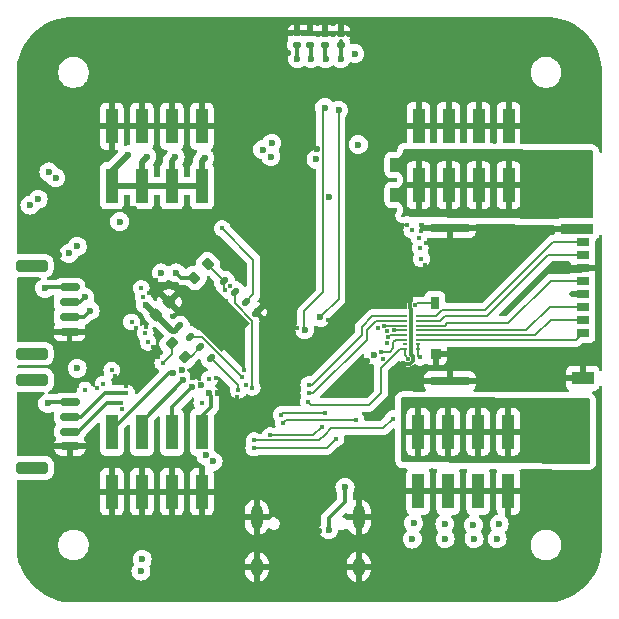
<source format=gbl>
G04 #@! TF.GenerationSoftware,KiCad,Pcbnew,8.0.1*
G04 #@! TF.CreationDate,2025-02-17T15:06:08+05:00*
G04 #@! TF.ProjectId,brain_board,62726169-6e5f-4626-9f61-72642e6b6963,rev?*
G04 #@! TF.SameCoordinates,Original*
G04 #@! TF.FileFunction,Copper,L6,Bot*
G04 #@! TF.FilePolarity,Positive*
%FSLAX46Y46*%
G04 Gerber Fmt 4.6, Leading zero omitted, Abs format (unit mm)*
G04 Created by KiCad (PCBNEW 8.0.1) date 2025-02-17 15:06:08*
%MOMM*%
%LPD*%
G01*
G04 APERTURE LIST*
G04 Aperture macros list*
%AMRoundRect*
0 Rectangle with rounded corners*
0 $1 Rounding radius*
0 $2 $3 $4 $5 $6 $7 $8 $9 X,Y pos of 4 corners*
0 Add a 4 corners polygon primitive as box body*
4,1,4,$2,$3,$4,$5,$6,$7,$8,$9,$2,$3,0*
0 Add four circle primitives for the rounded corners*
1,1,$1+$1,$2,$3*
1,1,$1+$1,$4,$5*
1,1,$1+$1,$6,$7*
1,1,$1+$1,$8,$9*
0 Add four rect primitives between the rounded corners*
20,1,$1+$1,$2,$3,$4,$5,0*
20,1,$1+$1,$4,$5,$6,$7,0*
20,1,$1+$1,$6,$7,$8,$9,0*
20,1,$1+$1,$8,$9,$2,$3,0*%
%AMRotRect*
0 Rectangle, with rotation*
0 The origin of the aperture is its center*
0 $1 length*
0 $2 width*
0 $3 Rotation angle, in degrees counterclockwise*
0 Add horizontal line*
21,1,$1,$2,0,0,$3*%
G04 Aperture macros list end*
G04 #@! TA.AperFunction,ComponentPad*
%ADD10O,1.000000X1.600000*%
G04 #@! TD*
G04 #@! TA.AperFunction,ComponentPad*
%ADD11O,1.000000X2.100000*%
G04 #@! TD*
G04 #@! TA.AperFunction,SMDPad,CuDef*
%ADD12R,1.000000X3.000000*%
G04 #@! TD*
G04 #@! TA.AperFunction,SMDPad,CuDef*
%ADD13RoundRect,0.147500X0.172500X-0.147500X0.172500X0.147500X-0.172500X0.147500X-0.172500X-0.147500X0*%
G04 #@! TD*
G04 #@! TA.AperFunction,HeatsinkPad*
%ADD14RotRect,3.400000X4.300000X225.000000*%
G04 #@! TD*
G04 #@! TA.AperFunction,SMDPad,CuDef*
%ADD15RoundRect,0.125000X0.088388X0.265165X-0.265165X-0.088388X-0.088388X-0.265165X0.265165X0.088388X0*%
G04 #@! TD*
G04 #@! TA.AperFunction,SMDPad,CuDef*
%ADD16RoundRect,0.250000X1.100000X-0.250000X1.100000X0.250000X-1.100000X0.250000X-1.100000X-0.250000X0*%
G04 #@! TD*
G04 #@! TA.AperFunction,SMDPad,CuDef*
%ADD17RoundRect,0.150000X0.700000X-0.150000X0.700000X0.150000X-0.700000X0.150000X-0.700000X-0.150000X0*%
G04 #@! TD*
G04 #@! TA.AperFunction,SMDPad,CuDef*
%ADD18R,0.300000X2.800000*%
G04 #@! TD*
G04 #@! TA.AperFunction,SMDPad,CuDef*
%ADD19R,0.450000X0.200000*%
G04 #@! TD*
G04 #@! TA.AperFunction,SMDPad,CuDef*
%ADD20RoundRect,0.225000X0.017678X-0.335876X0.335876X-0.017678X-0.017678X0.335876X-0.335876X0.017678X0*%
G04 #@! TD*
G04 #@! TA.AperFunction,SMDPad,CuDef*
%ADD21R,3.330000X0.700000*%
G04 #@! TD*
G04 #@! TA.AperFunction,SMDPad,CuDef*
%ADD22R,2.800000X0.860000*%
G04 #@! TD*
G04 #@! TA.AperFunction,SMDPad,CuDef*
%ADD23R,1.830000X1.140000*%
G04 #@! TD*
G04 #@! TA.AperFunction,SMDPad,CuDef*
%ADD24R,0.780000X1.050000*%
G04 #@! TD*
G04 #@! TA.AperFunction,SMDPad,CuDef*
%ADD25R,0.930000X0.900000*%
G04 #@! TD*
G04 #@! TA.AperFunction,SMDPad,CuDef*
%ADD26R,1.100000X0.700000*%
G04 #@! TD*
G04 #@! TA.AperFunction,SMDPad,CuDef*
%ADD27RoundRect,0.200000X0.335876X0.053033X0.053033X0.335876X-0.335876X-0.053033X-0.053033X-0.335876X0*%
G04 #@! TD*
G04 #@! TA.AperFunction,SMDPad,CuDef*
%ADD28RoundRect,0.200000X-0.053033X0.335876X-0.335876X0.053033X0.053033X-0.335876X0.335876X-0.053033X0*%
G04 #@! TD*
G04 #@! TA.AperFunction,ViaPad*
%ADD29C,0.400000*%
G04 #@! TD*
G04 #@! TA.AperFunction,ViaPad*
%ADD30C,0.600000*%
G04 #@! TD*
G04 #@! TA.AperFunction,Conductor*
%ADD31C,0.300000*%
G04 #@! TD*
G04 #@! TA.AperFunction,Conductor*
%ADD32C,0.500000*%
G04 #@! TD*
G04 #@! TA.AperFunction,Conductor*
%ADD33C,0.156500*%
G04 #@! TD*
G04 #@! TA.AperFunction,Conductor*
%ADD34C,0.158200*%
G04 #@! TD*
G04 APERTURE END LIST*
D10*
X160645000Y-110525000D03*
D11*
X160645000Y-106345000D03*
D10*
X152005000Y-110525000D03*
D11*
X152005000Y-106345000D03*
D12*
X147347479Y-73219999D03*
X147347479Y-78259999D03*
X144807480Y-73219999D03*
X144807480Y-78259999D03*
X142267478Y-73219999D03*
X142267478Y-78259999D03*
X139727479Y-73219999D03*
X139727479Y-78259999D03*
D13*
X155425000Y-65365000D03*
X155425000Y-66335000D03*
D14*
X148700000Y-89600000D03*
D15*
X145443773Y-90162150D03*
X146341799Y-91060176D03*
X147239824Y-91958201D03*
X148137850Y-92856227D03*
X151956227Y-89037850D03*
X151058201Y-88139824D03*
X150160176Y-87241799D03*
X149262150Y-86343773D03*
D13*
X157800000Y-65390000D03*
X157800000Y-66360000D03*
X159100000Y-65390000D03*
X159100000Y-66360000D03*
D12*
X173322479Y-73169999D03*
X173322479Y-78209999D03*
X170782480Y-73169999D03*
X170782480Y-78209999D03*
X168242478Y-73169999D03*
X168242478Y-78209999D03*
X165702479Y-73169999D03*
X165702479Y-78209999D03*
D16*
X133000000Y-94725000D03*
X133000000Y-102175000D03*
D17*
X136200000Y-96575000D03*
X136200000Y-97825000D03*
X136200000Y-99075000D03*
X136200000Y-100325000D03*
D18*
X165099999Y-90699999D03*
D19*
X165675000Y-92099999D03*
X165675000Y-91699999D03*
X165675000Y-91299999D03*
X165675000Y-90899999D03*
X165675000Y-90499999D03*
X165675000Y-90099999D03*
X165675000Y-89699999D03*
X165675000Y-89299999D03*
X164524999Y-89299999D03*
X164525000Y-89699999D03*
X164525000Y-90099999D03*
X164525000Y-90500000D03*
X164525000Y-90899998D03*
X164525000Y-91299999D03*
X164525000Y-91699999D03*
X164524999Y-92099999D03*
D13*
X156500000Y-65372500D03*
X156500000Y-66342500D03*
D12*
X165677479Y-104145000D03*
X165677479Y-99105000D03*
X168217478Y-104145000D03*
X168217478Y-99105000D03*
X170757480Y-104145000D03*
X170757480Y-99105000D03*
X173297479Y-104145000D03*
X173297479Y-99105000D03*
D16*
X132950000Y-85025000D03*
X132950000Y-92475000D03*
D17*
X136150000Y-86875000D03*
X136150000Y-88125000D03*
X136150000Y-89375000D03*
X136150000Y-90625000D03*
D20*
X144598008Y-88076992D03*
X143501992Y-89173008D03*
D12*
X139727479Y-104170000D03*
X139727479Y-99130000D03*
X142267478Y-104170000D03*
X142267478Y-99130000D03*
X144807480Y-104170000D03*
X144807480Y-99130000D03*
X147347479Y-104170000D03*
X147347479Y-99130000D03*
D21*
X168360000Y-81840000D03*
X168360000Y-94800000D03*
D22*
X179125000Y-81920000D03*
D23*
X179610000Y-94579999D03*
D24*
X167085000Y-88224999D03*
D25*
X167160000Y-92490000D03*
D26*
X179625001Y-83000000D03*
X179625000Y-84100000D03*
X179625000Y-85200000D03*
X179625000Y-86300000D03*
X179625000Y-87400000D03*
X179625000Y-88500000D03*
X179625000Y-89600000D03*
X179625001Y-90700000D03*
D27*
X144791637Y-91616637D03*
X145958363Y-92783363D03*
D28*
X146716637Y-86058363D03*
X147883363Y-84891637D03*
D29*
X178935000Y-108255000D03*
X178935000Y-105715000D03*
X178935000Y-103175000D03*
X178935000Y-93015000D03*
X178935000Y-72695000D03*
X178935000Y-70155000D03*
X178935000Y-67615000D03*
X176395000Y-110795000D03*
X176395000Y-93015000D03*
X176395000Y-72695000D03*
X176395000Y-65075000D03*
X173855000Y-110795000D03*
X173855000Y-108255000D03*
X173855000Y-93015000D03*
X173855000Y-82855000D03*
X173855000Y-70155000D03*
X173855000Y-67615000D03*
X173855000Y-65075000D03*
X171315000Y-110795000D03*
X171315000Y-93015000D03*
X171315000Y-85395000D03*
X171315000Y-70155000D03*
X171315000Y-67615000D03*
X171315000Y-65075000D03*
X168775000Y-110795000D03*
X168775000Y-93015000D03*
X168775000Y-87935000D03*
X168775000Y-85395000D03*
X168775000Y-70155000D03*
X168775000Y-67615000D03*
X168775000Y-65075000D03*
X166235000Y-110795000D03*
X166235000Y-70155000D03*
X166235000Y-67615000D03*
X166235000Y-65075000D03*
X163695000Y-110795000D03*
X163695000Y-108255000D03*
X163695000Y-105715000D03*
X163695000Y-103175000D03*
X163695000Y-85395000D03*
X163695000Y-80315000D03*
X163695000Y-77775000D03*
X163695000Y-75235000D03*
X163695000Y-72695000D03*
X163695000Y-67615000D03*
X163695000Y-65075000D03*
X161155000Y-80315000D03*
X161155000Y-77775000D03*
X158615000Y-110795000D03*
X156075000Y-110795000D03*
X153535000Y-110795000D03*
X153535000Y-93015000D03*
X153535000Y-90475000D03*
X153535000Y-72695000D03*
X153535000Y-65075000D03*
X150995000Y-103175000D03*
X150995000Y-75235000D03*
X150995000Y-72695000D03*
X150995000Y-70155000D03*
X150995000Y-67615000D03*
X150995000Y-65075000D03*
X148455000Y-70155000D03*
X148455000Y-67615000D03*
X148455000Y-65075000D03*
X145915000Y-70155000D03*
X145915000Y-67615000D03*
X145915000Y-65075000D03*
X143375000Y-70155000D03*
X143375000Y-67615000D03*
X143375000Y-65075000D03*
X140835000Y-110795000D03*
X140835000Y-108255000D03*
X140835000Y-70155000D03*
X140835000Y-67615000D03*
X140835000Y-65075000D03*
X138295000Y-110795000D03*
X138295000Y-108255000D03*
X138295000Y-72695000D03*
X138295000Y-70155000D03*
X138295000Y-67615000D03*
X138295000Y-65075000D03*
X135755000Y-110795000D03*
X135755000Y-105715000D03*
X135755000Y-103175000D03*
X135755000Y-72695000D03*
X135755000Y-65075000D03*
X133215000Y-108255000D03*
X133215000Y-105715000D03*
X133215000Y-98095000D03*
X133215000Y-82855000D03*
X133215000Y-75235000D03*
X133215000Y-72695000D03*
X133215000Y-70155000D03*
X133215000Y-67615000D03*
D30*
X160800000Y-100100000D03*
D29*
X142900000Y-87375000D03*
X151125000Y-95100000D03*
X148550000Y-94575000D03*
X141750000Y-90350000D03*
D30*
X151950000Y-104500000D03*
X148750000Y-89600000D03*
X160800000Y-93600000D03*
X156500000Y-103700000D03*
X154200000Y-76700000D03*
X145700000Y-93900000D03*
D29*
X143600000Y-92800000D03*
X155375000Y-90350000D03*
D30*
X154675000Y-67025000D03*
X150550000Y-89825000D03*
X157300000Y-107500000D03*
X140700000Y-84100000D03*
X153650000Y-67000000D03*
X155800000Y-76900000D03*
X161900000Y-71275000D03*
X146600000Y-94450000D03*
X143800000Y-107600000D03*
X134600000Y-83700000D03*
D29*
X143225000Y-91900000D03*
X165100000Y-87900000D03*
D30*
X160475000Y-104575000D03*
D29*
X143500000Y-86225000D03*
D30*
X139500000Y-82800000D03*
X134150000Y-90250000D03*
X141600000Y-80200000D03*
X159900000Y-100100000D03*
X161800000Y-100100000D03*
X162600000Y-100100000D03*
X149500000Y-112100000D03*
D29*
X164400000Y-93300000D03*
D30*
X160700000Y-95800000D03*
X145900000Y-87300000D03*
D29*
X178600000Y-85400000D03*
D30*
X149150000Y-91100000D03*
X147950000Y-88025000D03*
X148750000Y-95850000D03*
D29*
X139975000Y-94375000D03*
D30*
X157125000Y-75125000D03*
X162875000Y-71225000D03*
D29*
X162300000Y-90300000D03*
X166275000Y-85000000D03*
D30*
X138900000Y-82100000D03*
D29*
X164700000Y-81550000D03*
D30*
X152750000Y-88200000D03*
X154700000Y-77600000D03*
X161400000Y-95200000D03*
X142900000Y-107600000D03*
X148900000Y-109700000D03*
X147325000Y-95175000D03*
D29*
X163000000Y-91600000D03*
D30*
X135900000Y-78500000D03*
D29*
X149750000Y-86775000D03*
X162700000Y-92900000D03*
X138500000Y-95400000D03*
D30*
X161700000Y-74800000D03*
D29*
X166300000Y-83125000D03*
D30*
X140100000Y-83500000D03*
X135300000Y-84100000D03*
D29*
X150925000Y-93875000D03*
X140900000Y-95200000D03*
X136800000Y-95250000D03*
X165900000Y-82075000D03*
X150300000Y-96175000D03*
D30*
X134200000Y-100050000D03*
X144800000Y-101600000D03*
D29*
X163000000Y-90600000D03*
D30*
X145175000Y-86700000D03*
X161300000Y-93100000D03*
X150400000Y-112100000D03*
D29*
X158025000Y-89625000D03*
D30*
X152950000Y-103800000D03*
X146800000Y-89350000D03*
X143100000Y-101700000D03*
D29*
X140600000Y-97200000D03*
X142600000Y-90250000D03*
D30*
X179200000Y-100525000D03*
X175600000Y-76200000D03*
X153275000Y-74675000D03*
X177675000Y-97025000D03*
X178200000Y-76300000D03*
X158100000Y-79200000D03*
X153200000Y-75800000D03*
X134400000Y-77100000D03*
X145175000Y-85650000D03*
X160300000Y-67075000D03*
X168250000Y-101325000D03*
X177800000Y-80300000D03*
X165175000Y-108175000D03*
X176700000Y-78000000D03*
X175800000Y-77300000D03*
X177000000Y-79100000D03*
X142600000Y-88325000D03*
X142700000Y-75800000D03*
X177675000Y-98725000D03*
X177700000Y-100625000D03*
X170350000Y-107000000D03*
X165275000Y-106850000D03*
X134300000Y-96700000D03*
X152500000Y-75200000D03*
X165625000Y-101275000D03*
X176900000Y-76300000D03*
X167950000Y-108150000D03*
X147600000Y-75900000D03*
X160600000Y-74775000D03*
D29*
X165800000Y-92800000D03*
D30*
X136800000Y-83400000D03*
X179400000Y-76400000D03*
X179500000Y-77600000D03*
X175000000Y-79800000D03*
X136800000Y-93725000D03*
X177900000Y-77800000D03*
X133500000Y-79400000D03*
X141100000Y-75650000D03*
X172525000Y-106900000D03*
X179500000Y-78900000D03*
X135000000Y-77600000D03*
X142200000Y-110900000D03*
X170775000Y-101275000D03*
X175700000Y-79000000D03*
X179500000Y-80300000D03*
X176300000Y-80300000D03*
X179225000Y-96975000D03*
X173300000Y-101250000D03*
X142300000Y-109900000D03*
X178300000Y-78900000D03*
X170400000Y-108150000D03*
X161900000Y-92600000D03*
D29*
X178700000Y-87400000D03*
D30*
X132800000Y-79900000D03*
X147700000Y-101100000D03*
X148300000Y-101600000D03*
X134050000Y-86950000D03*
X179225000Y-98700000D03*
X140400000Y-81300000D03*
X145100000Y-75850000D03*
X167925000Y-106925000D03*
X136100000Y-84000000D03*
X172350000Y-108150000D03*
X156600000Y-67500000D03*
X157025000Y-76025000D03*
X143925000Y-85650000D03*
X157750000Y-71650000D03*
X156075000Y-90450000D03*
X157825000Y-67525000D03*
X159100000Y-67500000D03*
X157400000Y-89400000D03*
X158925000Y-71875000D03*
D29*
X156400000Y-95100000D03*
X156400000Y-95800000D03*
X162800000Y-90100000D03*
X163600000Y-90500000D03*
X163100000Y-91100000D03*
X150450000Y-95600000D03*
X149075000Y-81875000D03*
X150750000Y-94450000D03*
X149275000Y-87125000D03*
X148000000Y-94625000D03*
X147350000Y-96625000D03*
X151625000Y-95350000D03*
D30*
X147975000Y-95850000D03*
X146500000Y-95300000D03*
X144900000Y-94100000D03*
X145800000Y-94700000D03*
D29*
X144050000Y-93250000D03*
D30*
X159475000Y-103800000D03*
X158100000Y-107400000D03*
D29*
X165850000Y-83525000D03*
X142800000Y-91525000D03*
X165950000Y-84475000D03*
X139725000Y-93875000D03*
D30*
X137900000Y-88850000D03*
D29*
X165725000Y-82650000D03*
X142575000Y-90750000D03*
D30*
X155450000Y-67525000D03*
D29*
X142375000Y-87650000D03*
X139025000Y-95050000D03*
X154250000Y-98350000D03*
X160425000Y-98125000D03*
X153150000Y-99400000D03*
X157500000Y-98675000D03*
D30*
X137450000Y-87700000D03*
D29*
X151775000Y-99825000D03*
X163525000Y-97975000D03*
X142225000Y-86950000D03*
X137475000Y-95575000D03*
X164800000Y-92900000D03*
X165400000Y-88400000D03*
X156375000Y-96575000D03*
X162500000Y-92300000D03*
X151750000Y-100475000D03*
X158725000Y-99675000D03*
X141400000Y-89800000D03*
X165125000Y-82000000D03*
X154050000Y-97650000D03*
X157800000Y-97525000D03*
X140500000Y-96640000D03*
X140973608Y-95797216D03*
D31*
X165250000Y-93100000D02*
X165000000Y-93350000D01*
X165099999Y-90699999D02*
X165100000Y-88736397D01*
D32*
X151956227Y-88993773D02*
X152750000Y-88200000D01*
D31*
X165099999Y-92563602D02*
X165250000Y-92713603D01*
D32*
X178600000Y-85400000D02*
X179425000Y-85400000D01*
D31*
X155425000Y-65365000D02*
X159075000Y-65365000D01*
D32*
X151956227Y-89037850D02*
X151956227Y-88993773D01*
X179425000Y-85400000D02*
X179625000Y-85200000D01*
D31*
X164950000Y-88050000D02*
X165100000Y-87900000D01*
X164950000Y-88586397D02*
X164950000Y-88050000D01*
X165000000Y-93350000D02*
X164450000Y-93350000D01*
X136200000Y-100325000D02*
X134475000Y-100325000D01*
X165250000Y-92713603D02*
X165250000Y-93100000D01*
X134475000Y-100325000D02*
X134200000Y-100050000D01*
X164450000Y-93350000D02*
X164400000Y-93300000D01*
X165100000Y-88736397D02*
X164950000Y-88586397D01*
X165099999Y-90699999D02*
X165099999Y-92563602D01*
X136150000Y-90625000D02*
X134525000Y-90625000D01*
X134525000Y-90625000D02*
X134150000Y-90250000D01*
D32*
X142267478Y-78259999D02*
X142267478Y-76232522D01*
D33*
X165675000Y-92100000D02*
X165675000Y-92675000D01*
D32*
X178700000Y-87400000D02*
X179625000Y-87400000D01*
D33*
X165675000Y-91700000D02*
X165675000Y-92100000D01*
D32*
X139727479Y-77022521D02*
X141100000Y-75650000D01*
D31*
X145583363Y-86058363D02*
X145175000Y-85650000D01*
D32*
X142267478Y-76232522D02*
X142700000Y-75800000D01*
D31*
X134125000Y-86875000D02*
X134050000Y-86950000D01*
X136200000Y-96575000D02*
X134425000Y-96575000D01*
D32*
X144807480Y-76142520D02*
X145100000Y-75850000D01*
X144825000Y-90550000D02*
X145055923Y-90550000D01*
X142600000Y-88325000D02*
X144825000Y-90550000D01*
X139727479Y-78259999D02*
X147347479Y-78259999D01*
X144807480Y-78259999D02*
X144807480Y-76142520D01*
D33*
X165675000Y-92675000D02*
X165800000Y-92800000D01*
D32*
X139727479Y-78259999D02*
X139727479Y-77022521D01*
X147347479Y-78259999D02*
X147347479Y-76152521D01*
X147347479Y-76152521D02*
X147600000Y-75900000D01*
D31*
X146716637Y-86058363D02*
X145583363Y-86058363D01*
X134425000Y-96575000D02*
X134300000Y-96700000D01*
D32*
X145055923Y-90550000D02*
X145443773Y-90162150D01*
D31*
X136150000Y-86875000D02*
X134125000Y-86875000D01*
X156600000Y-67500000D02*
X156600000Y-66442500D01*
X156600000Y-66442500D02*
X156500000Y-66342500D01*
D33*
X157631750Y-71768250D02*
X157631750Y-87293250D01*
D31*
X157800000Y-66360000D02*
X157800000Y-67500000D01*
D33*
X156025000Y-90400000D02*
X156075000Y-90450000D01*
X157631750Y-87293250D02*
X156025000Y-88900000D01*
X157750000Y-71650000D02*
X157631750Y-71768250D01*
X156025000Y-88900000D02*
X156025000Y-90400000D01*
D31*
X157800000Y-67500000D02*
X157825000Y-67525000D01*
X159125000Y-65990000D02*
X159150000Y-66015000D01*
X159100000Y-66360000D02*
X159100000Y-67500000D01*
D33*
X158925000Y-87875000D02*
X158925000Y-71875000D01*
X157400000Y-89400000D02*
X158925000Y-87875000D01*
X164524999Y-89299999D02*
X161800001Y-89299999D01*
X160900000Y-90900000D02*
X156700000Y-95100000D01*
X161800001Y-89299999D02*
X160900000Y-90200000D01*
X156700000Y-95100000D02*
X156400000Y-95100000D01*
X160900000Y-90200000D02*
X160900000Y-90900000D01*
X161300000Y-90500000D02*
X162100001Y-89699999D01*
X156800000Y-95800000D02*
X161300000Y-91300000D01*
X162100001Y-89699999D02*
X164525000Y-89699999D01*
X156400000Y-95800000D02*
X156800000Y-95800000D01*
X161300000Y-91300000D02*
X161300000Y-90500000D01*
X162800001Y-90099999D02*
X164525000Y-90099999D01*
X162800000Y-90100000D02*
X162800001Y-90099999D01*
X164525000Y-90500000D02*
X163600000Y-90500000D01*
X163300002Y-90899998D02*
X163100000Y-91100000D01*
X164525000Y-90899998D02*
X163300002Y-90899998D01*
X150450000Y-95168377D02*
X148137850Y-92856227D01*
X150450000Y-95600000D02*
X150450000Y-95168377D01*
X151725000Y-84525000D02*
X149075000Y-81875000D01*
X151725000Y-87473025D02*
X151725000Y-85650000D01*
X151725000Y-85650000D02*
X151725000Y-84525000D01*
X151058201Y-88139824D02*
X151725000Y-87473025D01*
X147360176Y-91060176D02*
X146341799Y-91060176D01*
X150750000Y-94450000D02*
X147360176Y-91060176D01*
X147883363Y-84964986D02*
X147883363Y-84891637D01*
X149275000Y-87125000D02*
X149262150Y-87112150D01*
X149262150Y-86343773D02*
X147883363Y-84964986D01*
X149262150Y-87112150D02*
X149262150Y-86343773D01*
X150160176Y-88235176D02*
X150160176Y-87241799D01*
X151625000Y-95350000D02*
X151625000Y-89700000D01*
X151625000Y-89700000D02*
X150160176Y-88235176D01*
D31*
X148150000Y-96025000D02*
X148150000Y-96975000D01*
X147347479Y-97777521D02*
X147347479Y-99130000D01*
X148150000Y-96975000D02*
X147347479Y-97777521D01*
X147975000Y-95850000D02*
X148150000Y-96025000D01*
X144807480Y-96992520D02*
X146500000Y-95300000D01*
X144807480Y-99130000D02*
X144807480Y-96992520D01*
X141300000Y-97400000D02*
X144600000Y-94100000D01*
X139727479Y-99130000D02*
X139727479Y-98922521D01*
X139727479Y-98922521D02*
X141250000Y-97400000D01*
X141250000Y-97400000D02*
X141300000Y-97400000D01*
X144600000Y-94100000D02*
X144900000Y-94100000D01*
X142267478Y-99130000D02*
X142267478Y-98232522D01*
X142267478Y-98232522D02*
X145800000Y-94700000D01*
D33*
X144791637Y-92508363D02*
X144050000Y-93250000D01*
X144791637Y-91616637D02*
X144791637Y-92508363D01*
D31*
X158100000Y-106400000D02*
X158100000Y-107400000D01*
X159475000Y-105025000D02*
X158100000Y-106400000D01*
X159475000Y-103800000D02*
X159475000Y-105025000D01*
X137900000Y-88850000D02*
X137375000Y-89375000D01*
X137375000Y-89375000D02*
X136150000Y-89375000D01*
X155425000Y-66335000D02*
X155425000Y-67500000D01*
X155425000Y-67500000D02*
X155450000Y-67525000D01*
D34*
X154250000Y-98350000D02*
X154475000Y-98125000D01*
X154475000Y-98125000D02*
X160425000Y-98125000D01*
X156775000Y-99400000D02*
X157500000Y-98675000D01*
X153150000Y-99400000D02*
X156775000Y-99400000D01*
D31*
X137025000Y-88125000D02*
X137450000Y-87700000D01*
X136150000Y-88125000D02*
X137025000Y-88125000D01*
D34*
X160425000Y-98800000D02*
X162700000Y-98800000D01*
X157750000Y-99350000D02*
X158300000Y-98800000D01*
X157275000Y-99825000D02*
X157750000Y-99350000D01*
X158300000Y-98800000D02*
X160425000Y-98800000D01*
X162700000Y-98800000D02*
X163525000Y-97975000D01*
X151775000Y-99825000D02*
X157275000Y-99825000D01*
D33*
X147239824Y-91958201D02*
X146414662Y-92783363D01*
X146414662Y-92783363D02*
X145958363Y-92783363D01*
X156625000Y-96825000D02*
X161525000Y-96825000D01*
X164524999Y-92100000D02*
X164524999Y-92624999D01*
X167085000Y-88224999D02*
X165575001Y-88224999D01*
X164125001Y-92099999D02*
X164524999Y-92099999D01*
X164524999Y-92624999D02*
X164800000Y-92900000D01*
X162525000Y-93700000D02*
X164125001Y-92099999D01*
X156375000Y-96575000D02*
X156625000Y-96825000D01*
X165575001Y-88224999D02*
X165400000Y-88400000D01*
X161525000Y-96825000D02*
X162525000Y-95825000D01*
X162525000Y-95825000D02*
X162525000Y-93700000D01*
X163800001Y-91299999D02*
X164525000Y-91299999D01*
X163300000Y-92300000D02*
X163578250Y-92021750D01*
X162500000Y-92300000D02*
X163300000Y-92300000D01*
X163578250Y-91521750D02*
X163800001Y-91299999D01*
X163578250Y-92021750D02*
X163578250Y-91521750D01*
X176700000Y-84100000D02*
X179625000Y-84100000D01*
X167500000Y-89700000D02*
X167900000Y-89300000D01*
X165675000Y-89700000D02*
X167500000Y-89700000D01*
X171500000Y-89300000D02*
X176700000Y-84100000D01*
X167900000Y-89300000D02*
X171500000Y-89300000D01*
X179025001Y-91300000D02*
X179625001Y-90700000D01*
X165675000Y-91300000D02*
X179025001Y-91300000D01*
X165675000Y-90900000D02*
X175600000Y-90900000D01*
X175600000Y-90900000D02*
X176900000Y-89600000D01*
X176900000Y-89600000D02*
X179625000Y-89600000D01*
X167900000Y-90100000D02*
X168100000Y-89900000D01*
X176900000Y-86300000D02*
X179625000Y-86300000D01*
X168100000Y-89900000D02*
X173300000Y-89900000D01*
X173300000Y-89900000D02*
X176900000Y-86300000D01*
X165675000Y-90100000D02*
X167900000Y-90100000D01*
X177125000Y-83000000D02*
X179625001Y-83000000D01*
X165675000Y-89300000D02*
X167200000Y-89300000D01*
X171325000Y-88800000D02*
X177125000Y-83000000D01*
X167200000Y-89300000D02*
X167700000Y-88800000D01*
X167700000Y-88800000D02*
X171325000Y-88800000D01*
X165675000Y-90500000D02*
X174825000Y-90500000D01*
X174825000Y-90500000D02*
X176825000Y-88500000D01*
X176825000Y-88500000D02*
X179625000Y-88500000D01*
D34*
X157925000Y-100475000D02*
X158725000Y-99675000D01*
X151750000Y-100475000D02*
X157925000Y-100475000D01*
X154175000Y-97525000D02*
X154050000Y-97650000D01*
X157800000Y-97525000D02*
X154175000Y-97525000D01*
D31*
X140500000Y-96640000D02*
X139310000Y-96640000D01*
X136875000Y-99075000D02*
X136200000Y-99075000D01*
X139310000Y-96640000D02*
X136875000Y-99075000D01*
X140970824Y-95800000D02*
X139150000Y-95800000D01*
X137125000Y-97825000D02*
X136200000Y-97825000D01*
X140973608Y-95797216D02*
X140970824Y-95800000D01*
X139150000Y-95800000D02*
X137125000Y-97825000D01*
G04 #@! TA.AperFunction,Conductor*
G36*
X164971748Y-75126026D02*
G01*
X165013881Y-75133836D01*
X165094996Y-75164090D01*
X165154606Y-75170499D01*
X166250351Y-75170498D01*
X166309962Y-75164090D01*
X166354394Y-75147517D01*
X166398905Y-75139707D01*
X167578750Y-75151017D01*
X167620885Y-75158827D01*
X167634995Y-75164090D01*
X167694605Y-75170499D01*
X168790350Y-75170498D01*
X168790352Y-75170497D01*
X168790365Y-75170497D01*
X168821137Y-75167188D01*
X168849961Y-75164090D01*
X168849963Y-75164089D01*
X168850337Y-75164049D01*
X168864763Y-75163344D01*
X180389404Y-75273820D01*
X180456251Y-75294146D01*
X180501498Y-75347386D01*
X180512215Y-75398080D01*
X180500501Y-80865766D01*
X180480673Y-80932763D01*
X180427771Y-80978404D01*
X180376501Y-80989500D01*
X177677129Y-80989500D01*
X177677123Y-80989501D01*
X177617516Y-80995908D01*
X177482671Y-81046203D01*
X177477571Y-81048988D01*
X177416703Y-81064147D01*
X165036485Y-80920191D01*
X164980300Y-80905995D01*
X164950224Y-80890209D01*
X164785056Y-80849500D01*
X164614944Y-80849500D01*
X164449772Y-80890210D01*
X164449770Y-80890211D01*
X164434343Y-80898308D01*
X164375288Y-80912502D01*
X164368623Y-80912425D01*
X164301815Y-80891967D01*
X164256673Y-80838638D01*
X164247529Y-80769369D01*
X164268003Y-80717995D01*
X164319818Y-80642930D01*
X164380140Y-80483872D01*
X164400645Y-80315000D01*
X164380140Y-80146128D01*
X164319818Y-79987070D01*
X164295669Y-79952085D01*
X164285476Y-79937318D01*
X164223183Y-79847071D01*
X164095852Y-79734266D01*
X164095849Y-79734263D01*
X163945226Y-79655210D01*
X163780056Y-79614500D01*
X163609944Y-79614500D01*
X163609942Y-79614500D01*
X163453674Y-79653016D01*
X163383872Y-79649947D01*
X163326810Y-79609627D01*
X163300605Y-79544857D01*
X163300000Y-79532619D01*
X163300000Y-78557380D01*
X163319685Y-78490341D01*
X163372489Y-78444586D01*
X163441647Y-78434642D01*
X163453662Y-78436980D01*
X163609944Y-78475500D01*
X163780056Y-78475500D01*
X163842947Y-78459999D01*
X164702479Y-78459999D01*
X164702479Y-79757843D01*
X164708880Y-79817371D01*
X164708882Y-79817378D01*
X164759124Y-79952085D01*
X164759128Y-79952092D01*
X164845288Y-80067186D01*
X164845291Y-80067189D01*
X164960385Y-80153349D01*
X164960392Y-80153353D01*
X165095099Y-80203595D01*
X165095106Y-80203597D01*
X165154634Y-80209998D01*
X165154651Y-80209999D01*
X165452479Y-80209999D01*
X165452479Y-78459999D01*
X165952479Y-78459999D01*
X165952479Y-80209999D01*
X166250307Y-80209999D01*
X166250323Y-80209998D01*
X166309851Y-80203597D01*
X166309858Y-80203595D01*
X166444565Y-80153353D01*
X166444572Y-80153349D01*
X166559666Y-80067189D01*
X166559669Y-80067186D01*
X166645829Y-79952092D01*
X166645833Y-79952085D01*
X166696075Y-79817378D01*
X166696077Y-79817371D01*
X166702478Y-79757843D01*
X166702479Y-79757826D01*
X166702479Y-78459999D01*
X167242478Y-78459999D01*
X167242478Y-79757843D01*
X167248879Y-79817371D01*
X167248881Y-79817378D01*
X167299123Y-79952085D01*
X167299127Y-79952092D01*
X167385287Y-80067186D01*
X167385290Y-80067189D01*
X167500384Y-80153349D01*
X167500391Y-80153353D01*
X167635098Y-80203595D01*
X167635105Y-80203597D01*
X167694633Y-80209998D01*
X167694650Y-80209999D01*
X167992478Y-80209999D01*
X167992478Y-78459999D01*
X168492478Y-78459999D01*
X168492478Y-80209999D01*
X168790306Y-80209999D01*
X168790322Y-80209998D01*
X168849850Y-80203597D01*
X168849857Y-80203595D01*
X168984564Y-80153353D01*
X168984571Y-80153349D01*
X169099665Y-80067189D01*
X169099668Y-80067186D01*
X169185828Y-79952092D01*
X169185832Y-79952085D01*
X169236074Y-79817378D01*
X169236076Y-79817371D01*
X169242477Y-79757843D01*
X169242478Y-79757826D01*
X169242478Y-78459999D01*
X169782480Y-78459999D01*
X169782480Y-79757843D01*
X169788881Y-79817371D01*
X169788883Y-79817378D01*
X169839125Y-79952085D01*
X169839129Y-79952092D01*
X169925289Y-80067186D01*
X169925292Y-80067189D01*
X170040386Y-80153349D01*
X170040393Y-80153353D01*
X170175100Y-80203595D01*
X170175107Y-80203597D01*
X170234635Y-80209998D01*
X170234652Y-80209999D01*
X170532480Y-80209999D01*
X170532480Y-78459999D01*
X171032480Y-78459999D01*
X171032480Y-80209999D01*
X171330308Y-80209999D01*
X171330324Y-80209998D01*
X171389852Y-80203597D01*
X171389859Y-80203595D01*
X171524566Y-80153353D01*
X171524573Y-80153349D01*
X171639667Y-80067189D01*
X171639670Y-80067186D01*
X171725830Y-79952092D01*
X171725834Y-79952085D01*
X171776076Y-79817378D01*
X171776078Y-79817371D01*
X171782479Y-79757843D01*
X171782480Y-79757826D01*
X171782480Y-78459999D01*
X172322479Y-78459999D01*
X172322479Y-79757843D01*
X172328880Y-79817371D01*
X172328882Y-79817378D01*
X172379124Y-79952085D01*
X172379128Y-79952092D01*
X172465288Y-80067186D01*
X172465291Y-80067189D01*
X172580385Y-80153349D01*
X172580392Y-80153353D01*
X172715099Y-80203595D01*
X172715106Y-80203597D01*
X172774634Y-80209998D01*
X172774651Y-80209999D01*
X173072479Y-80209999D01*
X173072479Y-78459999D01*
X173572479Y-78459999D01*
X173572479Y-80209999D01*
X173870307Y-80209999D01*
X173870323Y-80209998D01*
X173929851Y-80203597D01*
X173929858Y-80203595D01*
X174064565Y-80153353D01*
X174064572Y-80153349D01*
X174179666Y-80067189D01*
X174179669Y-80067186D01*
X174265829Y-79952092D01*
X174265833Y-79952085D01*
X174316075Y-79817378D01*
X174316077Y-79817371D01*
X174322478Y-79757843D01*
X174322479Y-79757826D01*
X174322479Y-78459999D01*
X173572479Y-78459999D01*
X173072479Y-78459999D01*
X172322479Y-78459999D01*
X171782480Y-78459999D01*
X171032480Y-78459999D01*
X170532480Y-78459999D01*
X169782480Y-78459999D01*
X169242478Y-78459999D01*
X168492478Y-78459999D01*
X167992478Y-78459999D01*
X167242478Y-78459999D01*
X166702479Y-78459999D01*
X165952479Y-78459999D01*
X165452479Y-78459999D01*
X164702479Y-78459999D01*
X163842947Y-78459999D01*
X163945225Y-78434790D01*
X164024692Y-78393081D01*
X164095849Y-78355736D01*
X164095850Y-78355734D01*
X164095852Y-78355734D01*
X164223183Y-78242929D01*
X164319818Y-78102930D01*
X164374024Y-77959999D01*
X164702479Y-77959999D01*
X165452479Y-77959999D01*
X165452479Y-76209999D01*
X165952479Y-76209999D01*
X165952479Y-77959999D01*
X166702479Y-77959999D01*
X167242478Y-77959999D01*
X167992478Y-77959999D01*
X167992478Y-76209999D01*
X168492478Y-76209999D01*
X168492478Y-77959999D01*
X169242478Y-77959999D01*
X169782480Y-77959999D01*
X170532480Y-77959999D01*
X170532480Y-76209999D01*
X171032480Y-76209999D01*
X171032480Y-77959999D01*
X171782480Y-77959999D01*
X172322479Y-77959999D01*
X173072479Y-77959999D01*
X173072479Y-76209999D01*
X173572479Y-76209999D01*
X173572479Y-77959999D01*
X174322479Y-77959999D01*
X174322479Y-76662171D01*
X174322478Y-76662154D01*
X174316077Y-76602626D01*
X174316075Y-76602619D01*
X174265833Y-76467912D01*
X174265829Y-76467905D01*
X174179669Y-76352811D01*
X174179666Y-76352808D01*
X174064572Y-76266648D01*
X174064565Y-76266644D01*
X173929858Y-76216402D01*
X173929851Y-76216400D01*
X173870323Y-76209999D01*
X173572479Y-76209999D01*
X173072479Y-76209999D01*
X172774634Y-76209999D01*
X172715106Y-76216400D01*
X172715099Y-76216402D01*
X172580392Y-76266644D01*
X172580385Y-76266648D01*
X172465291Y-76352808D01*
X172465288Y-76352811D01*
X172379128Y-76467905D01*
X172379124Y-76467912D01*
X172328882Y-76602619D01*
X172328880Y-76602626D01*
X172322479Y-76662154D01*
X172322479Y-77959999D01*
X171782480Y-77959999D01*
X171782480Y-76662171D01*
X171782479Y-76662154D01*
X171776078Y-76602626D01*
X171776076Y-76602619D01*
X171725834Y-76467912D01*
X171725830Y-76467905D01*
X171639670Y-76352811D01*
X171639667Y-76352808D01*
X171524573Y-76266648D01*
X171524566Y-76266644D01*
X171389859Y-76216402D01*
X171389852Y-76216400D01*
X171330324Y-76209999D01*
X171032480Y-76209999D01*
X170532480Y-76209999D01*
X170234635Y-76209999D01*
X170175107Y-76216400D01*
X170175100Y-76216402D01*
X170040393Y-76266644D01*
X170040386Y-76266648D01*
X169925292Y-76352808D01*
X169925289Y-76352811D01*
X169839129Y-76467905D01*
X169839125Y-76467912D01*
X169788883Y-76602619D01*
X169788881Y-76602626D01*
X169782480Y-76662154D01*
X169782480Y-77959999D01*
X169242478Y-77959999D01*
X169242478Y-76662171D01*
X169242477Y-76662154D01*
X169236076Y-76602626D01*
X169236074Y-76602619D01*
X169185832Y-76467912D01*
X169185828Y-76467905D01*
X169099668Y-76352811D01*
X169099665Y-76352808D01*
X168984571Y-76266648D01*
X168984564Y-76266644D01*
X168849857Y-76216402D01*
X168849850Y-76216400D01*
X168790322Y-76209999D01*
X168492478Y-76209999D01*
X167992478Y-76209999D01*
X167694633Y-76209999D01*
X167635105Y-76216400D01*
X167635098Y-76216402D01*
X167500391Y-76266644D01*
X167500384Y-76266648D01*
X167385290Y-76352808D01*
X167385287Y-76352811D01*
X167299127Y-76467905D01*
X167299123Y-76467912D01*
X167248881Y-76602619D01*
X167248879Y-76602626D01*
X167242478Y-76662154D01*
X167242478Y-77959999D01*
X166702479Y-77959999D01*
X166702479Y-76662171D01*
X166702478Y-76662154D01*
X166696077Y-76602626D01*
X166696075Y-76602619D01*
X166645833Y-76467912D01*
X166645829Y-76467905D01*
X166559669Y-76352811D01*
X166559666Y-76352808D01*
X166444572Y-76266648D01*
X166444565Y-76266644D01*
X166309858Y-76216402D01*
X166309851Y-76216400D01*
X166250323Y-76209999D01*
X165952479Y-76209999D01*
X165452479Y-76209999D01*
X165154634Y-76209999D01*
X165095106Y-76216400D01*
X165095099Y-76216402D01*
X164960392Y-76266644D01*
X164960385Y-76266648D01*
X164845291Y-76352808D01*
X164845288Y-76352811D01*
X164759128Y-76467905D01*
X164759124Y-76467912D01*
X164708882Y-76602619D01*
X164708880Y-76602626D01*
X164702479Y-76662154D01*
X164702479Y-77959999D01*
X164374024Y-77959999D01*
X164380140Y-77943872D01*
X164400645Y-77775000D01*
X164380140Y-77606128D01*
X164319818Y-77447070D01*
X164223183Y-77307071D01*
X164095852Y-77194266D01*
X164095849Y-77194263D01*
X163945226Y-77115210D01*
X163780056Y-77074500D01*
X163609944Y-77074500D01*
X163609942Y-77074500D01*
X163453674Y-77113016D01*
X163383872Y-77109947D01*
X163326810Y-77069627D01*
X163300605Y-77004857D01*
X163300000Y-76992619D01*
X163300000Y-76017380D01*
X163319685Y-75950341D01*
X163372489Y-75904586D01*
X163441647Y-75894642D01*
X163453662Y-75896980D01*
X163609944Y-75935500D01*
X163780056Y-75935500D01*
X163945225Y-75894790D01*
X164024692Y-75853081D01*
X164095849Y-75815736D01*
X164095850Y-75815734D01*
X164095852Y-75815734D01*
X164223183Y-75702929D01*
X164319818Y-75562930D01*
X164380140Y-75403872D01*
X164400645Y-75235000D01*
X164400644Y-75234997D01*
X164401155Y-75230795D01*
X164428777Y-75166617D01*
X164486711Y-75127560D01*
X164525433Y-75121748D01*
X164971748Y-75126026D01*
G37*
G04 #@! TD.AperFunction*
G04 #@! TA.AperFunction,Conductor*
G36*
X159564334Y-105958125D02*
G01*
X159620267Y-105999997D01*
X159644684Y-106065461D01*
X159645000Y-106074307D01*
X159645000Y-106095000D01*
X160345000Y-106095000D01*
X160345000Y-106595000D01*
X159729393Y-106595000D01*
X159662354Y-106575315D01*
X159642383Y-106556950D01*
X159641252Y-106558082D01*
X159537666Y-106454496D01*
X159537661Y-106454492D01*
X159417838Y-106385313D01*
X159417837Y-106385312D01*
X159323068Y-106359919D01*
X159263408Y-106323553D01*
X159232879Y-106260706D01*
X159241174Y-106191331D01*
X159267476Y-106152468D01*
X159433322Y-105986623D01*
X159494642Y-105953141D01*
X159564334Y-105958125D01*
G37*
G04 #@! TD.AperFunction*
G04 #@! TA.AperFunction,Conductor*
G36*
X176465182Y-63950617D02*
G01*
X176875397Y-63968526D01*
X176886135Y-63969466D01*
X177290552Y-64022707D01*
X177301171Y-64024579D01*
X177699414Y-64112866D01*
X177709840Y-64115660D01*
X178098865Y-64238317D01*
X178109000Y-64242006D01*
X178485847Y-64398100D01*
X178495627Y-64402660D01*
X178837046Y-64580390D01*
X178857434Y-64591003D01*
X178866799Y-64596409D01*
X179152124Y-64778181D01*
X179210807Y-64815566D01*
X179219668Y-64821771D01*
X179543258Y-65070068D01*
X179551545Y-65077022D01*
X179852260Y-65352576D01*
X179859899Y-65360214D01*
X180135471Y-65660946D01*
X180142411Y-65669216D01*
X180185615Y-65725521D01*
X180390727Y-65992827D01*
X180396931Y-66001689D01*
X180588238Y-66301980D01*
X180616075Y-66345674D01*
X180621484Y-66355042D01*
X180809820Y-66716833D01*
X180814392Y-66726637D01*
X180881778Y-66889320D01*
X180958690Y-67075003D01*
X180970480Y-67103465D01*
X180974179Y-67113628D01*
X180993681Y-67175478D01*
X181096831Y-67502629D01*
X181099631Y-67513079D01*
X181187913Y-67911294D01*
X181189791Y-67921947D01*
X181243029Y-68326325D01*
X181243972Y-68337101D01*
X181261861Y-68746816D01*
X181261979Y-68752225D01*
X181261979Y-75356668D01*
X181242294Y-75423707D01*
X181189490Y-75469462D01*
X181120332Y-75479406D01*
X181056776Y-75450381D01*
X181019002Y-75391603D01*
X181014638Y-75369434D01*
X181006784Y-75293525D01*
X180996067Y-75242831D01*
X180963308Y-75141809D01*
X180948260Y-75117894D01*
X180924017Y-75079364D01*
X180886683Y-75020029D01*
X180886680Y-75020025D01*
X180886675Y-75020018D01*
X180841441Y-74966794D01*
X180841439Y-74966792D01*
X180841415Y-74966771D01*
X180737012Y-74874538D01*
X180733612Y-74871534D01*
X180733605Y-74871529D01*
X180603316Y-74810513D01*
X180603316Y-74810512D01*
X180541079Y-74791588D01*
X180536462Y-74790184D01*
X180536460Y-74790183D01*
X180536458Y-74790183D01*
X180394245Y-74768342D01*
X174445290Y-74711315D01*
X174378443Y-74690989D01*
X174333196Y-74637749D01*
X174322479Y-74587321D01*
X174322479Y-73419999D01*
X172322479Y-73419999D01*
X172322479Y-74565771D01*
X172302794Y-74632810D01*
X172249990Y-74678565D01*
X172197290Y-74689765D01*
X171905291Y-74686966D01*
X171838444Y-74666640D01*
X171793197Y-74613400D01*
X171782480Y-74562972D01*
X171782480Y-73419999D01*
X169782480Y-73419999D01*
X169782480Y-74541423D01*
X169762795Y-74608462D01*
X169709991Y-74654217D01*
X169657291Y-74665417D01*
X169365289Y-74662618D01*
X169298442Y-74642292D01*
X169253195Y-74589052D01*
X169242478Y-74538624D01*
X169242478Y-73419999D01*
X167242478Y-73419999D01*
X167242478Y-74517075D01*
X167222793Y-74584114D01*
X167169989Y-74629869D01*
X167117289Y-74641069D01*
X166825290Y-74638270D01*
X166758443Y-74617944D01*
X166713196Y-74564704D01*
X166702479Y-74514276D01*
X166702479Y-73419999D01*
X164702479Y-73419999D01*
X164702479Y-74492727D01*
X164682794Y-74559766D01*
X164629990Y-74605521D01*
X164577291Y-74616721D01*
X164530293Y-74616270D01*
X164530278Y-74616271D01*
X164450401Y-74621847D01*
X164450400Y-74621847D01*
X164411672Y-74627660D01*
X164333669Y-74645783D01*
X164204130Y-74708418D01*
X164146207Y-74747468D01*
X164039568Y-74844054D01*
X163964458Y-74966771D01*
X163938231Y-75027707D01*
X163937341Y-75029621D01*
X163936832Y-75030957D01*
X163899341Y-75169861D01*
X163887538Y-75267065D01*
X163880383Y-75296090D01*
X163874270Y-75312208D01*
X163860380Y-75338673D01*
X163850585Y-75352864D01*
X163830759Y-75375243D01*
X163817852Y-75386677D01*
X163793254Y-75403656D01*
X163777987Y-75411669D01*
X163750042Y-75422268D01*
X163733302Y-75426395D01*
X163703620Y-75430000D01*
X163686379Y-75430000D01*
X163656704Y-75426397D01*
X163574622Y-75406165D01*
X163550214Y-75400786D01*
X163538197Y-75398447D01*
X163513592Y-75394288D01*
X163513586Y-75394287D01*
X163513583Y-75394287D01*
X163513577Y-75394287D01*
X163369706Y-75394287D01*
X163340778Y-75398447D01*
X163300545Y-75404232D01*
X163300540Y-75404233D01*
X163300536Y-75404234D01*
X163162498Y-75444766D01*
X163162492Y-75444769D01*
X163041462Y-75522551D01*
X163041451Y-75522559D01*
X162988659Y-75568303D01*
X162894433Y-75677044D01*
X162894430Y-75677048D01*
X162834664Y-75807914D01*
X162814976Y-75874962D01*
X162794500Y-76017381D01*
X162794500Y-76992621D01*
X162795116Y-77017568D01*
X162795721Y-77029810D01*
X162797573Y-77054748D01*
X162832005Y-77194446D01*
X162855397Y-77252264D01*
X162857082Y-77257281D01*
X162930603Y-77383553D01*
X162930604Y-77383554D01*
X162930606Y-77383557D01*
X163035099Y-77482465D01*
X163092161Y-77522785D01*
X163092163Y-77522786D01*
X163092169Y-77522789D01*
X163092180Y-77522796D01*
X163092427Y-77522920D01*
X163220289Y-77588247D01*
X163361668Y-77614959D01*
X163409992Y-77617083D01*
X163431466Y-77618028D01*
X163431467Y-77618027D01*
X163431470Y-77618028D01*
X163574646Y-77603828D01*
X163656704Y-77583603D01*
X163686379Y-77580000D01*
X163703623Y-77580000D01*
X163733296Y-77583603D01*
X163750037Y-77587729D01*
X163777986Y-77598328D01*
X163793247Y-77606337D01*
X163817849Y-77623317D01*
X163830765Y-77634759D01*
X163850584Y-77657130D01*
X163860380Y-77671322D01*
X163874272Y-77697793D01*
X163880385Y-77713913D01*
X163887537Y-77742931D01*
X163889616Y-77760049D01*
X163889616Y-77789949D01*
X163887537Y-77807067D01*
X163880383Y-77836090D01*
X163874270Y-77852208D01*
X163860380Y-77878673D01*
X163850585Y-77892864D01*
X163830762Y-77915241D01*
X163817857Y-77926674D01*
X163793256Y-77943655D01*
X163777985Y-77951670D01*
X163750035Y-77962270D01*
X163733296Y-77966396D01*
X163703619Y-77970000D01*
X163686379Y-77970000D01*
X163656704Y-77966397D01*
X163574622Y-77946165D01*
X163550214Y-77940786D01*
X163538197Y-77938447D01*
X163513592Y-77934288D01*
X163513586Y-77934287D01*
X163513583Y-77934287D01*
X163513577Y-77934287D01*
X163369706Y-77934287D01*
X163340778Y-77938447D01*
X163300545Y-77944232D01*
X163300540Y-77944233D01*
X163300536Y-77944234D01*
X163162498Y-77984766D01*
X163162492Y-77984769D01*
X163041462Y-78062551D01*
X163041451Y-78062559D01*
X162988659Y-78108303D01*
X162894433Y-78217044D01*
X162894430Y-78217048D01*
X162834664Y-78347914D01*
X162814976Y-78414962D01*
X162794500Y-78557381D01*
X162794500Y-79532621D01*
X162795116Y-79557568D01*
X162795721Y-79569810D01*
X162797573Y-79594746D01*
X162832005Y-79734446D01*
X162855397Y-79792264D01*
X162857082Y-79797281D01*
X162930603Y-79923553D01*
X162930604Y-79923554D01*
X162930606Y-79923557D01*
X163035099Y-80022465D01*
X163092161Y-80062785D01*
X163092163Y-80062786D01*
X163092169Y-80062789D01*
X163092180Y-80062796D01*
X163092427Y-80062920D01*
X163220289Y-80128247D01*
X163361668Y-80154959D01*
X163409992Y-80157083D01*
X163431466Y-80158028D01*
X163431467Y-80158027D01*
X163431470Y-80158028D01*
X163574646Y-80143828D01*
X163656704Y-80123603D01*
X163686379Y-80120000D01*
X163703623Y-80120000D01*
X163733296Y-80123603D01*
X163750037Y-80127729D01*
X163777986Y-80138328D01*
X163793247Y-80146337D01*
X163817849Y-80163317D01*
X163830765Y-80174759D01*
X163850584Y-80197130D01*
X163855185Y-80203796D01*
X163860380Y-80211322D01*
X163874272Y-80237793D01*
X163880385Y-80253913D01*
X163887537Y-80282931D01*
X163889616Y-80300049D01*
X163889616Y-80329949D01*
X163887537Y-80347067D01*
X163880384Y-80376088D01*
X163874272Y-80392204D01*
X163860385Y-80418666D01*
X163851988Y-80430831D01*
X163851985Y-80430837D01*
X163798422Y-80530849D01*
X163777943Y-80582234D01*
X163748039Y-80691651D01*
X163746377Y-80835522D01*
X163755521Y-80904791D01*
X163755522Y-80904799D01*
X163794458Y-81043304D01*
X163794458Y-81043305D01*
X163870843Y-81165234D01*
X163870844Y-81165235D01*
X163915986Y-81218564D01*
X164023626Y-81314034D01*
X164023627Y-81314034D01*
X164023628Y-81314035D01*
X164153798Y-81375311D01*
X164153803Y-81375312D01*
X164153804Y-81375313D01*
X164220612Y-81395771D01*
X164220613Y-81395771D01*
X164220616Y-81395772D01*
X164220888Y-81395813D01*
X164362783Y-81417891D01*
X164369448Y-81417968D01*
X164430742Y-81411064D01*
X164499557Y-81423119D01*
X164550936Y-81470469D01*
X164568559Y-81538080D01*
X164546831Y-81604486D01*
X164546667Y-81604724D01*
X164500183Y-81672068D01*
X164500182Y-81672068D01*
X164439860Y-81831125D01*
X164439859Y-81831130D01*
X164419355Y-82000000D01*
X164439859Y-82168869D01*
X164439860Y-82168874D01*
X164500182Y-82327931D01*
X164510535Y-82342929D01*
X164596817Y-82467929D01*
X164724148Y-82580734D01*
X164724150Y-82580735D01*
X164874775Y-82659790D01*
X164874774Y-82659790D01*
X164941935Y-82676343D01*
X165002316Y-82711499D01*
X165034105Y-82773718D01*
X165035357Y-82781792D01*
X165039859Y-82818870D01*
X165039860Y-82818875D01*
X165100182Y-82977930D01*
X165100183Y-82977931D01*
X165197524Y-83118954D01*
X165219407Y-83185308D01*
X165211417Y-83233364D01*
X165164859Y-83356129D01*
X165164859Y-83356130D01*
X165144355Y-83525000D01*
X165164859Y-83693869D01*
X165164860Y-83693874D01*
X165225182Y-83852931D01*
X165326078Y-83999102D01*
X165324084Y-84000478D01*
X165348810Y-84053078D01*
X165339629Y-84122342D01*
X165328327Y-84142513D01*
X165325183Y-84147067D01*
X165325182Y-84147068D01*
X165264860Y-84306125D01*
X165264859Y-84306130D01*
X165244355Y-84475000D01*
X165264859Y-84643869D01*
X165264860Y-84643874D01*
X165325182Y-84802931D01*
X165328368Y-84807546D01*
X165421817Y-84942929D01*
X165519791Y-85029726D01*
X165549150Y-85055736D01*
X165699773Y-85134789D01*
X165699775Y-85134790D01*
X165864944Y-85175500D01*
X166035056Y-85175500D01*
X166200225Y-85134790D01*
X166297488Y-85083742D01*
X166350849Y-85055736D01*
X166350850Y-85055734D01*
X166350852Y-85055734D01*
X166478183Y-84942929D01*
X166574818Y-84802930D01*
X166635140Y-84643872D01*
X166655645Y-84475000D01*
X166635140Y-84306128D01*
X166574818Y-84147070D01*
X166557749Y-84122342D01*
X166473922Y-84000898D01*
X166475916Y-83999521D01*
X166451190Y-83946924D01*
X166460368Y-83877660D01*
X166471672Y-83857487D01*
X166474818Y-83852930D01*
X166535140Y-83693872D01*
X166555645Y-83525000D01*
X166535140Y-83356128D01*
X166474818Y-83197070D01*
X166474817Y-83197068D01*
X166474816Y-83197066D01*
X166377475Y-83056046D01*
X166355591Y-82989691D01*
X166363581Y-82941639D01*
X166410140Y-82818872D01*
X166414572Y-82782363D01*
X166442192Y-82718188D01*
X166500125Y-82679130D01*
X166569978Y-82677593D01*
X166581001Y-82681128D01*
X166587620Y-82683596D01*
X166587627Y-82683598D01*
X166647155Y-82689999D01*
X166647172Y-82690000D01*
X168110000Y-82690000D01*
X168110000Y-82090000D01*
X168610000Y-82090000D01*
X168610000Y-82690000D01*
X170072828Y-82690000D01*
X170072844Y-82689999D01*
X170132372Y-82683598D01*
X170132379Y-82683596D01*
X170267086Y-82633354D01*
X170267093Y-82633350D01*
X170382187Y-82547190D01*
X170382190Y-82547187D01*
X170468350Y-82432093D01*
X170468354Y-82432086D01*
X170518596Y-82297379D01*
X170518598Y-82297372D01*
X170524999Y-82237844D01*
X170525000Y-82237827D01*
X170525000Y-82090000D01*
X168610000Y-82090000D01*
X168110000Y-82090000D01*
X166194530Y-82090000D01*
X166132932Y-82071912D01*
X166132493Y-82072751D01*
X166128309Y-82070555D01*
X166127491Y-82070315D01*
X166126148Y-82069421D01*
X165975226Y-81990210D01*
X165908063Y-81973656D01*
X165847682Y-81938500D01*
X165815894Y-81876280D01*
X165814642Y-81868205D01*
X165810140Y-81831131D01*
X165810139Y-81831125D01*
X165749817Y-81672068D01*
X165749816Y-81672066D01*
X165720304Y-81629312D01*
X165698420Y-81562958D01*
X165715885Y-81495306D01*
X165767152Y-81447836D01*
X165823791Y-81434879D01*
X166072445Y-81437771D01*
X166139248Y-81458233D01*
X166184386Y-81511565D01*
X166195000Y-81561762D01*
X166195000Y-81590000D01*
X170525000Y-81590000D01*
X170535390Y-81579609D01*
X170544685Y-81547956D01*
X170597489Y-81502201D01*
X170650438Y-81491003D01*
X177102445Y-81566027D01*
X177169248Y-81586489D01*
X177214386Y-81639821D01*
X177219632Y-81664632D01*
X177225000Y-81670000D01*
X179251000Y-81670000D01*
X179318039Y-81689685D01*
X179363794Y-81742489D01*
X179375000Y-81794000D01*
X179375000Y-82025500D01*
X179355315Y-82092539D01*
X179302511Y-82138294D01*
X179251001Y-82149500D01*
X179027131Y-82149500D01*
X179027124Y-82149501D01*
X178967519Y-82155908D01*
X178956119Y-82160160D01*
X178950698Y-82162182D01*
X178907366Y-82170000D01*
X177225000Y-82170000D01*
X177225000Y-82297250D01*
X177205315Y-82364289D01*
X177152511Y-82410044D01*
X177101000Y-82421250D01*
X177048806Y-82421250D01*
X176920110Y-82455734D01*
X176920109Y-82455733D01*
X176901613Y-82460690D01*
X176901610Y-82460691D01*
X176769640Y-82536883D01*
X176769637Y-82536885D01*
X171121593Y-88184931D01*
X171060270Y-88218416D01*
X171033912Y-88221250D01*
X168099499Y-88221250D01*
X168032460Y-88201565D01*
X167986705Y-88148761D01*
X167975499Y-88097250D01*
X167975499Y-87652128D01*
X167975498Y-87652122D01*
X167973587Y-87634346D01*
X167969091Y-87592516D01*
X167964727Y-87580816D01*
X167918797Y-87457670D01*
X167918793Y-87457663D01*
X167832547Y-87342454D01*
X167832544Y-87342451D01*
X167717335Y-87256205D01*
X167717328Y-87256201D01*
X167582482Y-87205907D01*
X167582483Y-87205907D01*
X167522883Y-87199500D01*
X167522881Y-87199499D01*
X167522873Y-87199499D01*
X167522864Y-87199499D01*
X166647129Y-87199499D01*
X166647123Y-87199500D01*
X166587516Y-87205907D01*
X166452671Y-87256201D01*
X166452664Y-87256205D01*
X166337455Y-87342451D01*
X166337452Y-87342454D01*
X166251206Y-87457663D01*
X166251202Y-87457670D01*
X166210954Y-87565582D01*
X166169083Y-87621516D01*
X166103618Y-87645933D01*
X166094772Y-87646249D01*
X165498807Y-87646249D01*
X165388562Y-87675789D01*
X165388561Y-87675788D01*
X165351616Y-87685688D01*
X165344102Y-87688801D01*
X165344020Y-87688603D01*
X165320103Y-87698228D01*
X165149773Y-87740210D01*
X164999150Y-87819263D01*
X164871816Y-87932072D01*
X164775182Y-88072068D01*
X164714860Y-88231125D01*
X164714859Y-88231130D01*
X164694355Y-88400000D01*
X164713849Y-88560553D01*
X164702388Y-88629476D01*
X164655484Y-88681262D01*
X164590753Y-88699499D01*
X164252129Y-88699499D01*
X164252122Y-88699500D01*
X164192517Y-88705907D01*
X164180034Y-88710563D01*
X164172344Y-88713431D01*
X164129013Y-88721249D01*
X161723807Y-88721249D01*
X161596499Y-88755361D01*
X161596498Y-88755360D01*
X161576614Y-88760689D01*
X161576609Y-88760691D01*
X161444644Y-88836880D01*
X161444639Y-88836884D01*
X160436886Y-89844637D01*
X160360692Y-89976608D01*
X160360691Y-89976609D01*
X160350109Y-90016104D01*
X160321250Y-90123806D01*
X160321250Y-90123808D01*
X160321250Y-90608911D01*
X160301565Y-90675950D01*
X160284931Y-90696592D01*
X156612301Y-94369221D01*
X156550978Y-94402706D01*
X156494948Y-94401938D01*
X156491585Y-94401109D01*
X156485056Y-94399500D01*
X156314944Y-94399500D01*
X156149773Y-94440210D01*
X155999150Y-94519263D01*
X155871816Y-94632072D01*
X155775182Y-94772068D01*
X155714860Y-94931125D01*
X155714859Y-94931130D01*
X155694355Y-95100000D01*
X155714859Y-95268869D01*
X155714859Y-95268870D01*
X155766876Y-95406030D01*
X155772242Y-95475694D01*
X155766876Y-95493970D01*
X155714859Y-95631129D01*
X155714859Y-95631130D01*
X155694355Y-95800000D01*
X155714859Y-95968869D01*
X155714861Y-95968877D01*
X155772400Y-96120596D01*
X155777767Y-96190259D01*
X155758511Y-96235002D01*
X155750183Y-96247067D01*
X155750182Y-96247068D01*
X155689860Y-96406125D01*
X155689859Y-96406130D01*
X155669355Y-96575000D01*
X155689859Y-96743869D01*
X155689859Y-96743870D01*
X155702587Y-96777430D01*
X155707953Y-96847094D01*
X155674804Y-96908599D01*
X155613666Y-96942420D01*
X155586644Y-96945400D01*
X154098694Y-96945400D01*
X154098693Y-96945400D01*
X154090637Y-96946461D01*
X154090628Y-96946398D01*
X154067068Y-96949500D01*
X153964944Y-96949500D01*
X153799773Y-96990210D01*
X153649150Y-97069263D01*
X153521816Y-97182072D01*
X153425182Y-97322068D01*
X153364860Y-97481125D01*
X153364859Y-97481130D01*
X153344355Y-97650000D01*
X153364859Y-97818869D01*
X153364860Y-97818874D01*
X153425182Y-97977931D01*
X153521818Y-98117931D01*
X153526791Y-98123544D01*
X153525023Y-98125110D01*
X153556021Y-98174529D01*
X153559763Y-98223101D01*
X153544355Y-98349999D01*
X153564859Y-98518869D01*
X153564861Y-98518877D01*
X153594634Y-98597382D01*
X153600001Y-98667045D01*
X153566853Y-98728551D01*
X153505714Y-98762372D01*
X153435996Y-98757770D01*
X153421065Y-98751148D01*
X153400224Y-98740209D01*
X153235056Y-98699500D01*
X153064944Y-98699500D01*
X152899773Y-98740210D01*
X152749150Y-98819263D01*
X152621816Y-98932072D01*
X152525182Y-99072068D01*
X152525182Y-99072069D01*
X152489798Y-99165371D01*
X152447620Y-99221074D01*
X152382023Y-99245131D01*
X152373856Y-99245400D01*
X152208576Y-99245400D01*
X152150950Y-99231196D01*
X152025226Y-99165210D01*
X151860056Y-99124500D01*
X151689944Y-99124500D01*
X151524773Y-99165210D01*
X151374150Y-99244263D01*
X151246816Y-99357072D01*
X151150182Y-99497068D01*
X151089860Y-99656125D01*
X151089859Y-99656130D01*
X151069355Y-99825000D01*
X151089859Y-99993869D01*
X151089859Y-99993870D01*
X151119895Y-100073069D01*
X151125261Y-100142733D01*
X151119895Y-100161009D01*
X151064859Y-100306129D01*
X151064859Y-100306130D01*
X151044355Y-100475000D01*
X151064859Y-100643869D01*
X151064860Y-100643874D01*
X151125182Y-100802931D01*
X151133259Y-100814632D01*
X151221817Y-100942929D01*
X151303282Y-101015100D01*
X151349150Y-101055736D01*
X151499773Y-101134789D01*
X151499775Y-101134790D01*
X151664944Y-101175500D01*
X151835056Y-101175500D01*
X152000225Y-101134790D01*
X152111700Y-101076283D01*
X152125950Y-101068804D01*
X152183576Y-101054600D01*
X158001303Y-101054600D01*
X158001305Y-101054600D01*
X158001306Y-101054600D01*
X158148717Y-101015101D01*
X158280883Y-100938796D01*
X158830897Y-100388779D01*
X158888901Y-100356066D01*
X158975225Y-100334790D01*
X159125852Y-100255734D01*
X159253183Y-100142929D01*
X159349818Y-100002930D01*
X159410140Y-99843872D01*
X159430645Y-99675000D01*
X159411648Y-99518547D01*
X159423108Y-99449623D01*
X159470012Y-99397837D01*
X159534744Y-99379600D01*
X162776303Y-99379600D01*
X162776305Y-99379600D01*
X162776306Y-99379600D01*
X162923717Y-99340101D01*
X162952135Y-99323694D01*
X163055883Y-99263796D01*
X163509163Y-98810514D01*
X163570485Y-98777030D01*
X163640176Y-98782014D01*
X163696110Y-98823885D01*
X163720527Y-98889350D01*
X163720838Y-98897067D01*
X163725051Y-99359604D01*
X163745106Y-101561779D01*
X163745107Y-101561790D01*
X163756708Y-101664950D01*
X163756709Y-101664956D01*
X163767510Y-101714448D01*
X163767512Y-101714455D01*
X163799941Y-101813065D01*
X163799942Y-101813067D01*
X163839062Y-101874998D01*
X163876782Y-101934711D01*
X163905972Y-101968935D01*
X163917365Y-101982293D01*
X163918126Y-101983300D01*
X163922128Y-101987877D01*
X164030120Y-102082939D01*
X164030122Y-102082940D01*
X164030124Y-102082942D01*
X164160532Y-102143731D01*
X164227415Y-102163938D01*
X164369663Y-102185526D01*
X164648478Y-102187704D01*
X164715362Y-102207911D01*
X164760703Y-102261071D01*
X164770106Y-102330305D01*
X164746777Y-102386010D01*
X164734128Y-102402906D01*
X164734124Y-102402913D01*
X164683882Y-102537620D01*
X164683880Y-102537627D01*
X164677479Y-102597155D01*
X164677479Y-103895000D01*
X166677479Y-103895000D01*
X166677479Y-102597172D01*
X166677478Y-102597155D01*
X166671077Y-102537627D01*
X166671075Y-102537620D01*
X166620833Y-102402914D01*
X166620299Y-102402200D01*
X166619987Y-102401363D01*
X166616582Y-102395128D01*
X166617478Y-102394638D01*
X166595881Y-102336736D01*
X166610732Y-102268462D01*
X166660136Y-102219056D01*
X166720529Y-102203892D01*
X167173711Y-102207432D01*
X167240592Y-102227640D01*
X167285933Y-102280799D01*
X167295336Y-102350034D01*
X167276812Y-102394274D01*
X167278375Y-102395128D01*
X167274123Y-102402913D01*
X167223881Y-102537620D01*
X167223879Y-102537627D01*
X167217478Y-102597155D01*
X167217478Y-103895000D01*
X169217478Y-103895000D01*
X169217478Y-102597172D01*
X169217477Y-102597155D01*
X169211076Y-102537627D01*
X169211074Y-102537620D01*
X169157732Y-102394601D01*
X169160248Y-102393662D01*
X169148350Y-102338999D01*
X169172758Y-102273531D01*
X169228685Y-102231652D01*
X169272995Y-102223833D01*
X169702065Y-102227185D01*
X169768943Y-102247391D01*
X169814284Y-102300551D01*
X169823687Y-102369785D01*
X169815643Y-102394010D01*
X169817226Y-102394601D01*
X169763883Y-102537620D01*
X169763881Y-102537627D01*
X169757480Y-102597155D01*
X169757480Y-103895000D01*
X171757480Y-103895000D01*
X171757480Y-102597172D01*
X171757479Y-102597155D01*
X171751078Y-102537627D01*
X171751076Y-102537620D01*
X171703876Y-102411068D01*
X171698892Y-102341376D01*
X171732377Y-102280053D01*
X171793701Y-102246569D01*
X171821018Y-102243739D01*
X172234665Y-102246971D01*
X172301547Y-102267179D01*
X172346888Y-102320338D01*
X172356291Y-102389572D01*
X172349877Y-102414300D01*
X172303882Y-102537619D01*
X172303880Y-102537627D01*
X172297479Y-102597155D01*
X172297479Y-103895000D01*
X174297479Y-103895000D01*
X174297479Y-102597172D01*
X174297478Y-102597155D01*
X174291077Y-102537627D01*
X174291075Y-102537620D01*
X174251298Y-102430970D01*
X174246314Y-102361278D01*
X174279799Y-102299955D01*
X174341123Y-102266471D01*
X174368441Y-102263641D01*
X179653503Y-102304931D01*
X180121918Y-102308591D01*
X180121918Y-102308590D01*
X180121927Y-102308591D01*
X180233073Y-102297109D01*
X180286318Y-102285555D01*
X180392229Y-102249935D01*
X180512738Y-102171328D01*
X180562589Y-102127535D01*
X180564853Y-102125659D01*
X180658711Y-102015842D01*
X180658710Y-102015842D01*
X180658713Y-102015840D01*
X180717593Y-101884559D01*
X180736822Y-101817387D01*
X180756330Y-101674835D01*
X180720495Y-96398123D01*
X180708892Y-96293816D01*
X180697977Y-96243781D01*
X180665084Y-96144117D01*
X180587978Y-96022642D01*
X180542521Y-95969582D01*
X180542520Y-95969581D01*
X180542518Y-95969578D01*
X180427648Y-95868906D01*
X180429584Y-95866696D01*
X180393757Y-95824884D01*
X180384198Y-95755671D01*
X180413575Y-95692277D01*
X180472562Y-95654830D01*
X180506836Y-95649999D01*
X180572828Y-95649999D01*
X180572844Y-95649998D01*
X180632372Y-95643597D01*
X180632379Y-95643595D01*
X180767086Y-95593353D01*
X180767093Y-95593349D01*
X180882187Y-95507189D01*
X180882190Y-95507186D01*
X180968350Y-95392092D01*
X180968354Y-95392085D01*
X181021309Y-95250107D01*
X181023995Y-95251108D01*
X181051868Y-95202150D01*
X181113776Y-95169759D01*
X181183368Y-95175980D01*
X181238550Y-95218838D01*
X181261801Y-95284725D01*
X181261979Y-95291374D01*
X181261979Y-108747293D01*
X181261861Y-108752702D01*
X181243951Y-109162896D01*
X181243008Y-109173672D01*
X181189771Y-109578048D01*
X181187893Y-109588702D01*
X181099611Y-109986916D01*
X181096811Y-109997365D01*
X180974160Y-110386362D01*
X180970460Y-110396527D01*
X180814373Y-110773354D01*
X180809801Y-110783158D01*
X180621469Y-111144937D01*
X180616061Y-111154305D01*
X180396909Y-111498305D01*
X180390704Y-111507167D01*
X180142397Y-111830765D01*
X180135443Y-111839051D01*
X179859900Y-112139753D01*
X179852251Y-112147403D01*
X179551524Y-112422966D01*
X179543237Y-112429919D01*
X179219656Y-112678211D01*
X179210795Y-112684416D01*
X178866793Y-112903568D01*
X178857425Y-112908976D01*
X178495631Y-113097313D01*
X178485826Y-113101885D01*
X178109008Y-113257967D01*
X178098843Y-113261667D01*
X177709845Y-113384316D01*
X177699396Y-113387116D01*
X177301184Y-113475396D01*
X177290531Y-113477274D01*
X176886152Y-113530510D01*
X176875375Y-113531453D01*
X176464693Y-113549382D01*
X176459285Y-113549500D01*
X136465187Y-113549500D01*
X136459778Y-113549382D01*
X136049584Y-113531471D01*
X136038807Y-113530528D01*
X135634430Y-113477289D01*
X135623777Y-113475411D01*
X135225566Y-113387128D01*
X135215117Y-113384328D01*
X134826121Y-113261676D01*
X134815956Y-113257976D01*
X134439129Y-113101888D01*
X134429325Y-113097316D01*
X134067537Y-112908980D01*
X134058175Y-112903575D01*
X133714178Y-112684423D01*
X133705325Y-112678224D01*
X133381719Y-112429912D01*
X133373432Y-112422958D01*
X133072731Y-112147415D01*
X133065087Y-112139772D01*
X132937514Y-112000550D01*
X132789518Y-111839039D01*
X132782565Y-111830752D01*
X132534273Y-111507172D01*
X132528068Y-111498311D01*
X132466878Y-111402262D01*
X132308912Y-111154303D01*
X132303505Y-111144936D01*
X132288796Y-111116681D01*
X132176000Y-110900003D01*
X141394435Y-110900003D01*
X141414630Y-111079249D01*
X141414631Y-111079254D01*
X141474211Y-111249523D01*
X141570184Y-111402262D01*
X141697738Y-111529816D01*
X141850478Y-111625789D01*
X142020745Y-111685368D01*
X142020750Y-111685369D01*
X142199996Y-111705565D01*
X142200000Y-111705565D01*
X142200004Y-111705565D01*
X142379249Y-111685369D01*
X142379252Y-111685368D01*
X142379255Y-111685368D01*
X142549522Y-111625789D01*
X142702262Y-111529816D01*
X142829816Y-111402262D01*
X142925789Y-111249522D01*
X142985368Y-111079255D01*
X142985369Y-111079249D01*
X143002918Y-110923495D01*
X151005000Y-110923495D01*
X151043427Y-111116681D01*
X151043430Y-111116693D01*
X151118807Y-111298671D01*
X151118814Y-111298684D01*
X151228248Y-111462462D01*
X151228251Y-111462466D01*
X151367533Y-111601748D01*
X151367537Y-111601751D01*
X151531315Y-111711185D01*
X151531328Y-111711192D01*
X151713308Y-111786569D01*
X151755000Y-111794862D01*
X151755000Y-110991988D01*
X151764940Y-111009205D01*
X151820795Y-111065060D01*
X151889204Y-111104556D01*
X151965504Y-111125000D01*
X152044496Y-111125000D01*
X152120796Y-111104556D01*
X152189205Y-111065060D01*
X152245060Y-111009205D01*
X152255000Y-110991988D01*
X152255000Y-111794862D01*
X152296690Y-111786569D01*
X152296692Y-111786569D01*
X152478671Y-111711192D01*
X152478684Y-111711185D01*
X152642462Y-111601751D01*
X152642466Y-111601748D01*
X152781748Y-111462466D01*
X152781751Y-111462462D01*
X152891185Y-111298684D01*
X152891192Y-111298671D01*
X152966569Y-111116693D01*
X152966572Y-111116681D01*
X153004999Y-110923495D01*
X159645000Y-110923495D01*
X159683427Y-111116681D01*
X159683430Y-111116693D01*
X159758807Y-111298671D01*
X159758814Y-111298684D01*
X159868248Y-111462462D01*
X159868251Y-111462466D01*
X160007533Y-111601748D01*
X160007537Y-111601751D01*
X160171315Y-111711185D01*
X160171328Y-111711192D01*
X160353308Y-111786569D01*
X160395000Y-111794862D01*
X160395000Y-110991988D01*
X160404940Y-111009205D01*
X160460795Y-111065060D01*
X160529204Y-111104556D01*
X160605504Y-111125000D01*
X160684496Y-111125000D01*
X160760796Y-111104556D01*
X160829205Y-111065060D01*
X160885060Y-111009205D01*
X160895000Y-110991988D01*
X160895000Y-111794862D01*
X160936690Y-111786569D01*
X160936692Y-111786569D01*
X161118671Y-111711192D01*
X161118684Y-111711185D01*
X161282462Y-111601751D01*
X161282466Y-111601748D01*
X161421748Y-111462466D01*
X161421751Y-111462462D01*
X161531185Y-111298684D01*
X161531192Y-111298671D01*
X161606569Y-111116693D01*
X161606572Y-111116681D01*
X161644999Y-110923495D01*
X161645000Y-110923492D01*
X161645000Y-110775000D01*
X160945000Y-110775000D01*
X160945000Y-110275000D01*
X161645000Y-110275000D01*
X161645000Y-110126508D01*
X161644999Y-110126504D01*
X161606572Y-109933318D01*
X161606569Y-109933306D01*
X161531192Y-109751328D01*
X161531185Y-109751315D01*
X161421751Y-109587537D01*
X161421748Y-109587533D01*
X161282466Y-109448251D01*
X161282462Y-109448248D01*
X161118684Y-109338814D01*
X161118671Y-109338807D01*
X160936691Y-109263429D01*
X160936683Y-109263427D01*
X160895000Y-109255135D01*
X160895000Y-110058011D01*
X160885060Y-110040795D01*
X160829205Y-109984940D01*
X160760796Y-109945444D01*
X160684496Y-109925000D01*
X160605504Y-109925000D01*
X160529204Y-109945444D01*
X160460795Y-109984940D01*
X160404940Y-110040795D01*
X160395000Y-110058011D01*
X160395000Y-109255136D01*
X160394999Y-109255135D01*
X160353316Y-109263427D01*
X160353308Y-109263429D01*
X160171328Y-109338807D01*
X160171315Y-109338814D01*
X160007537Y-109448248D01*
X160007533Y-109448251D01*
X159868251Y-109587533D01*
X159868248Y-109587537D01*
X159758814Y-109751315D01*
X159758807Y-109751328D01*
X159683430Y-109933306D01*
X159683427Y-109933318D01*
X159645000Y-110126504D01*
X159645000Y-110275000D01*
X160345000Y-110275000D01*
X160345000Y-110775000D01*
X159645000Y-110775000D01*
X159645000Y-110923495D01*
X153004999Y-110923495D01*
X153005000Y-110923492D01*
X153005000Y-110775000D01*
X152305000Y-110775000D01*
X152305000Y-110275000D01*
X153005000Y-110275000D01*
X153005000Y-110126508D01*
X153004999Y-110126504D01*
X152966572Y-109933318D01*
X152966569Y-109933306D01*
X152891192Y-109751328D01*
X152891185Y-109751315D01*
X152781751Y-109587537D01*
X152781748Y-109587533D01*
X152642466Y-109448251D01*
X152642462Y-109448248D01*
X152478684Y-109338814D01*
X152478671Y-109338807D01*
X152296691Y-109263429D01*
X152296683Y-109263427D01*
X152255000Y-109255135D01*
X152255000Y-110058011D01*
X152245060Y-110040795D01*
X152189205Y-109984940D01*
X152120796Y-109945444D01*
X152044496Y-109925000D01*
X151965504Y-109925000D01*
X151889204Y-109945444D01*
X151820795Y-109984940D01*
X151764940Y-110040795D01*
X151755000Y-110058011D01*
X151755000Y-109255136D01*
X151754999Y-109255135D01*
X151713316Y-109263427D01*
X151713308Y-109263429D01*
X151531328Y-109338807D01*
X151531315Y-109338814D01*
X151367537Y-109448248D01*
X151367533Y-109448251D01*
X151228251Y-109587533D01*
X151228248Y-109587537D01*
X151118814Y-109751315D01*
X151118807Y-109751328D01*
X151043430Y-109933306D01*
X151043427Y-109933318D01*
X151005000Y-110126504D01*
X151005000Y-110275000D01*
X151705000Y-110275000D01*
X151705000Y-110775000D01*
X151005000Y-110775000D01*
X151005000Y-110923495D01*
X143002918Y-110923495D01*
X143005565Y-110900003D01*
X143005565Y-110899996D01*
X142985369Y-110720750D01*
X142985368Y-110720745D01*
X142957826Y-110642035D01*
X142925789Y-110550478D01*
X142922286Y-110544903D01*
X142903284Y-110477666D01*
X142923650Y-110410831D01*
X142929512Y-110402745D01*
X142929814Y-110402263D01*
X142929816Y-110402262D01*
X143025789Y-110249522D01*
X143085368Y-110079255D01*
X143085369Y-110079249D01*
X143105565Y-109900003D01*
X143105565Y-109899996D01*
X143085369Y-109720750D01*
X143085368Y-109720745D01*
X143039164Y-109588702D01*
X143025789Y-109550478D01*
X142929816Y-109397738D01*
X142802262Y-109270184D01*
X142649523Y-109174211D01*
X142479254Y-109114631D01*
X142479249Y-109114630D01*
X142300004Y-109094435D01*
X142299996Y-109094435D01*
X142120750Y-109114630D01*
X142120745Y-109114631D01*
X141950476Y-109174211D01*
X141797737Y-109270184D01*
X141670184Y-109397737D01*
X141574211Y-109550476D01*
X141514631Y-109720745D01*
X141514630Y-109720750D01*
X141494435Y-109899996D01*
X141494435Y-109900003D01*
X141514630Y-110079249D01*
X141514631Y-110079254D01*
X141574211Y-110249523D01*
X141577715Y-110255099D01*
X141596715Y-110322335D01*
X141576347Y-110389171D01*
X141570491Y-110397249D01*
X141474211Y-110550476D01*
X141414631Y-110720745D01*
X141414630Y-110720750D01*
X141394435Y-110899996D01*
X141394435Y-110900003D01*
X132176000Y-110900003D01*
X132115169Y-110783147D01*
X132110600Y-110773347D01*
X131954518Y-110396528D01*
X131950818Y-110386364D01*
X131907672Y-110249523D01*
X131828159Y-109997343D01*
X131825370Y-109986931D01*
X131737082Y-109588690D01*
X131735209Y-109578062D01*
X131681967Y-109173652D01*
X131681027Y-109162915D01*
X131664194Y-108777351D01*
X135186979Y-108777351D01*
X135219001Y-108979534D01*
X135282260Y-109174223D01*
X135346170Y-109299653D01*
X135366124Y-109338814D01*
X135375194Y-109356613D01*
X135495507Y-109522213D01*
X135640265Y-109666971D01*
X135756357Y-109751315D01*
X135805869Y-109787287D01*
X135866408Y-109818133D01*
X135988255Y-109880218D01*
X135988257Y-109880218D01*
X135988260Y-109880220D01*
X136049137Y-109900000D01*
X136182944Y-109943477D01*
X136284036Y-109959488D01*
X136385127Y-109975500D01*
X136385128Y-109975500D01*
X136589830Y-109975500D01*
X136589831Y-109975500D01*
X136792013Y-109943477D01*
X136986698Y-109880220D01*
X137169089Y-109787287D01*
X137262069Y-109719732D01*
X137334692Y-109666971D01*
X137334694Y-109666968D01*
X137334698Y-109666966D01*
X137479445Y-109522219D01*
X137479447Y-109522215D01*
X137479450Y-109522213D01*
X137569885Y-109397738D01*
X137599766Y-109356610D01*
X137692699Y-109174219D01*
X137755956Y-108979534D01*
X137787979Y-108777352D01*
X137787979Y-108572648D01*
X137780357Y-108524523D01*
X137755956Y-108370465D01*
X137692697Y-108175776D01*
X137658982Y-108109607D01*
X137599766Y-107993390D01*
X137583314Y-107970745D01*
X137479450Y-107827786D01*
X137334692Y-107683028D01*
X137169092Y-107562715D01*
X137169091Y-107562714D01*
X137169089Y-107562713D01*
X137092408Y-107523642D01*
X136986702Y-107469781D01*
X136792013Y-107406522D01*
X136617474Y-107378878D01*
X136589831Y-107374500D01*
X136385127Y-107374500D01*
X136360808Y-107378351D01*
X136182944Y-107406522D01*
X135988255Y-107469781D01*
X135805865Y-107562715D01*
X135640265Y-107683028D01*
X135495507Y-107827786D01*
X135375194Y-107993386D01*
X135282260Y-108175776D01*
X135219001Y-108370465D01*
X135186979Y-108572648D01*
X135186979Y-108777351D01*
X131664194Y-108777351D01*
X131663096Y-108752213D01*
X131662979Y-108746822D01*
X131662979Y-106993495D01*
X151005000Y-106993495D01*
X151043427Y-107186681D01*
X151043430Y-107186693D01*
X151118807Y-107368671D01*
X151118814Y-107368684D01*
X151228248Y-107532462D01*
X151228251Y-107532466D01*
X151367533Y-107671748D01*
X151367537Y-107671751D01*
X151531315Y-107781185D01*
X151531328Y-107781192D01*
X151713308Y-107856569D01*
X151755000Y-107864862D01*
X151755000Y-107061988D01*
X151764940Y-107079205D01*
X151820795Y-107135060D01*
X151889204Y-107174556D01*
X151965504Y-107195000D01*
X152044496Y-107195000D01*
X152120796Y-107174556D01*
X152189205Y-107135060D01*
X152245060Y-107079205D01*
X152255000Y-107061988D01*
X152255000Y-107864862D01*
X152296690Y-107856569D01*
X152296692Y-107856569D01*
X152478671Y-107781192D01*
X152478684Y-107781185D01*
X152642462Y-107671751D01*
X152642466Y-107671748D01*
X152781748Y-107532466D01*
X152781751Y-107532462D01*
X152891185Y-107368684D01*
X152891187Y-107368680D01*
X152906374Y-107332016D01*
X152950215Y-107277613D01*
X153016509Y-107255547D01*
X153084208Y-107272826D01*
X153108617Y-107291787D01*
X153112335Y-107295505D01*
X153232164Y-107364688D01*
X153365817Y-107400500D01*
X153365819Y-107400500D01*
X153504181Y-107400500D01*
X153504183Y-107400500D01*
X153506038Y-107400003D01*
X157294435Y-107400003D01*
X157314630Y-107579249D01*
X157314631Y-107579254D01*
X157374211Y-107749523D01*
X157441473Y-107856569D01*
X157470184Y-107902262D01*
X157597738Y-108029816D01*
X157750478Y-108125789D01*
X157819678Y-108150003D01*
X157920745Y-108185368D01*
X157920750Y-108185369D01*
X158099996Y-108205565D01*
X158100000Y-108205565D01*
X158100004Y-108205565D01*
X158279249Y-108185369D01*
X158279252Y-108185368D01*
X158279255Y-108185368D01*
X158308876Y-108175003D01*
X164369435Y-108175003D01*
X164389630Y-108354249D01*
X164389631Y-108354254D01*
X164449211Y-108524523D01*
X164529475Y-108652262D01*
X164545184Y-108677262D01*
X164672738Y-108804816D01*
X164825478Y-108900789D01*
X164924299Y-108935368D01*
X164995745Y-108960368D01*
X164995750Y-108960369D01*
X165174996Y-108980565D01*
X165175000Y-108980565D01*
X165175004Y-108980565D01*
X165354249Y-108960369D01*
X165354252Y-108960368D01*
X165354255Y-108960368D01*
X165524522Y-108900789D01*
X165677262Y-108804816D01*
X165804816Y-108677262D01*
X165900789Y-108524522D01*
X165960368Y-108354255D01*
X165963185Y-108329254D01*
X165980565Y-108175003D01*
X165980565Y-108174996D01*
X165960369Y-107995750D01*
X165960368Y-107995745D01*
X165911668Y-107856569D01*
X165900789Y-107825478D01*
X165885080Y-107800478D01*
X165811285Y-107683034D01*
X165804816Y-107672738D01*
X165782259Y-107650181D01*
X165748774Y-107588858D01*
X165753758Y-107519166D01*
X165782259Y-107474819D01*
X165840311Y-107416767D01*
X165904816Y-107352262D01*
X166000789Y-107199522D01*
X166060368Y-107029255D01*
X166063664Y-107000003D01*
X166072115Y-106925003D01*
X167119435Y-106925003D01*
X167139630Y-107104249D01*
X167139631Y-107104254D01*
X167199211Y-107274523D01*
X167295184Y-107427262D01*
X167330241Y-107462319D01*
X167363726Y-107523642D01*
X167358742Y-107593334D01*
X167330241Y-107637681D01*
X167320184Y-107647737D01*
X167224211Y-107800476D01*
X167164631Y-107970745D01*
X167164630Y-107970750D01*
X167144435Y-108149996D01*
X167144435Y-108150003D01*
X167164630Y-108329249D01*
X167164631Y-108329254D01*
X167224211Y-108499523D01*
X167239920Y-108524523D01*
X167320184Y-108652262D01*
X167447738Y-108779816D01*
X167600478Y-108875789D01*
X167671924Y-108900789D01*
X167770745Y-108935368D01*
X167770750Y-108935369D01*
X167949996Y-108955565D01*
X167950000Y-108955565D01*
X167950004Y-108955565D01*
X168129249Y-108935369D01*
X168129252Y-108935368D01*
X168129255Y-108935368D01*
X168299522Y-108875789D01*
X168452262Y-108779816D01*
X168579816Y-108652262D01*
X168675789Y-108499522D01*
X168735368Y-108329255D01*
X168735369Y-108329249D01*
X168755565Y-108150003D01*
X168755565Y-108149996D01*
X168735369Y-107970750D01*
X168735368Y-107970745D01*
X168685344Y-107827786D01*
X168675789Y-107800478D01*
X168663666Y-107781185D01*
X168595584Y-107672833D01*
X168579816Y-107647738D01*
X168544759Y-107612681D01*
X168511274Y-107551358D01*
X168516258Y-107481666D01*
X168544759Y-107437319D01*
X168545936Y-107436142D01*
X168554816Y-107427262D01*
X168650789Y-107274522D01*
X168710368Y-107104255D01*
X168713185Y-107079254D01*
X168722114Y-107000003D01*
X169544435Y-107000003D01*
X169564630Y-107179249D01*
X169564631Y-107179254D01*
X169624211Y-107349523D01*
X169720184Y-107502262D01*
X169737102Y-107519180D01*
X169770587Y-107580503D01*
X169765603Y-107650195D01*
X169754415Y-107672833D01*
X169674211Y-107800476D01*
X169614631Y-107970745D01*
X169614630Y-107970750D01*
X169594435Y-108149996D01*
X169594435Y-108150003D01*
X169614630Y-108329249D01*
X169614631Y-108329254D01*
X169674211Y-108499523D01*
X169689920Y-108524523D01*
X169770184Y-108652262D01*
X169897738Y-108779816D01*
X170050478Y-108875789D01*
X170121924Y-108900789D01*
X170220745Y-108935368D01*
X170220750Y-108935369D01*
X170399996Y-108955565D01*
X170400000Y-108955565D01*
X170400004Y-108955565D01*
X170579249Y-108935369D01*
X170579252Y-108935368D01*
X170579255Y-108935368D01*
X170749522Y-108875789D01*
X170902262Y-108779816D01*
X171029816Y-108652262D01*
X171125789Y-108499522D01*
X171185368Y-108329255D01*
X171185369Y-108329249D01*
X171205565Y-108150003D01*
X171544435Y-108150003D01*
X171564630Y-108329249D01*
X171564631Y-108329254D01*
X171624211Y-108499523D01*
X171639920Y-108524523D01*
X171720184Y-108652262D01*
X171847738Y-108779816D01*
X172000478Y-108875789D01*
X172071924Y-108900789D01*
X172170745Y-108935368D01*
X172170750Y-108935369D01*
X172349996Y-108955565D01*
X172350000Y-108955565D01*
X172350004Y-108955565D01*
X172529249Y-108935369D01*
X172529252Y-108935368D01*
X172529255Y-108935368D01*
X172699522Y-108875789D01*
X172852262Y-108779816D01*
X172854727Y-108777351D01*
X175186979Y-108777351D01*
X175219001Y-108979534D01*
X175282260Y-109174223D01*
X175346170Y-109299653D01*
X175366124Y-109338814D01*
X175375194Y-109356613D01*
X175495507Y-109522213D01*
X175640265Y-109666971D01*
X175756357Y-109751315D01*
X175805869Y-109787287D01*
X175866408Y-109818133D01*
X175988255Y-109880218D01*
X175988257Y-109880218D01*
X175988260Y-109880220D01*
X176049137Y-109900000D01*
X176182944Y-109943477D01*
X176284036Y-109959488D01*
X176385127Y-109975500D01*
X176385128Y-109975500D01*
X176589830Y-109975500D01*
X176589831Y-109975500D01*
X176792013Y-109943477D01*
X176986698Y-109880220D01*
X177169089Y-109787287D01*
X177262069Y-109719732D01*
X177334692Y-109666971D01*
X177334694Y-109666968D01*
X177334698Y-109666966D01*
X177479445Y-109522219D01*
X177479447Y-109522215D01*
X177479450Y-109522213D01*
X177569885Y-109397738D01*
X177599766Y-109356610D01*
X177692699Y-109174219D01*
X177755956Y-108979534D01*
X177787979Y-108777352D01*
X177787979Y-108572648D01*
X177780357Y-108524523D01*
X177755956Y-108370465D01*
X177692697Y-108175776D01*
X177658982Y-108109607D01*
X177599766Y-107993390D01*
X177583314Y-107970745D01*
X177479450Y-107827786D01*
X177334692Y-107683028D01*
X177169092Y-107562715D01*
X177169091Y-107562714D01*
X177169089Y-107562713D01*
X177092408Y-107523642D01*
X176986702Y-107469781D01*
X176792013Y-107406522D01*
X176617474Y-107378878D01*
X176589831Y-107374500D01*
X176385127Y-107374500D01*
X176360808Y-107378351D01*
X176182944Y-107406522D01*
X175988255Y-107469781D01*
X175805865Y-107562715D01*
X175640265Y-107683028D01*
X175495507Y-107827786D01*
X175375194Y-107993386D01*
X175282260Y-108175776D01*
X175219001Y-108370465D01*
X175186979Y-108572648D01*
X175186979Y-108777351D01*
X172854727Y-108777351D01*
X172979816Y-108652262D01*
X173075789Y-108499522D01*
X173135368Y-108329255D01*
X173135369Y-108329249D01*
X173155565Y-108150003D01*
X173155565Y-108149996D01*
X173135369Y-107970750D01*
X173135368Y-107970745D01*
X173075788Y-107800475D01*
X173005232Y-107688188D01*
X172986231Y-107620951D01*
X173006598Y-107554116D01*
X173022544Y-107534534D01*
X173087298Y-107469780D01*
X173154816Y-107402262D01*
X173250789Y-107249522D01*
X173310368Y-107079255D01*
X173313610Y-107050481D01*
X173330565Y-106900003D01*
X173330565Y-106899996D01*
X173310369Y-106720750D01*
X173310368Y-106720745D01*
X173292872Y-106670745D01*
X173250789Y-106550478D01*
X173154816Y-106397738D01*
X173062459Y-106305381D01*
X173028974Y-106244058D01*
X173033958Y-106174366D01*
X173047479Y-106153328D01*
X173047479Y-104395000D01*
X173547479Y-104395000D01*
X173547479Y-106145000D01*
X173845307Y-106145000D01*
X173845323Y-106144999D01*
X173904851Y-106138598D01*
X173904858Y-106138596D01*
X174039565Y-106088354D01*
X174039572Y-106088350D01*
X174154666Y-106002190D01*
X174154669Y-106002187D01*
X174240829Y-105887093D01*
X174240833Y-105887086D01*
X174291075Y-105752379D01*
X174291077Y-105752372D01*
X174297478Y-105692844D01*
X174297479Y-105692827D01*
X174297479Y-104395000D01*
X173547479Y-104395000D01*
X173047479Y-104395000D01*
X172297479Y-104395000D01*
X172297479Y-105692844D01*
X172303880Y-105752372D01*
X172303882Y-105752379D01*
X172354124Y-105887086D01*
X172354126Y-105887088D01*
X172385958Y-105929611D01*
X172410375Y-105995075D01*
X172395524Y-106063348D01*
X172346118Y-106112754D01*
X172327646Y-106120963D01*
X172175480Y-106174208D01*
X172022737Y-106270184D01*
X171895184Y-106397737D01*
X171799211Y-106550476D01*
X171739631Y-106720745D01*
X171739630Y-106720750D01*
X171719435Y-106899996D01*
X171719435Y-106900003D01*
X171739630Y-107079249D01*
X171739631Y-107079254D01*
X171799211Y-107249523D01*
X171869768Y-107361813D01*
X171888768Y-107429050D01*
X171868400Y-107495885D01*
X171852456Y-107515466D01*
X171720183Y-107647739D01*
X171624211Y-107800476D01*
X171564631Y-107970745D01*
X171564630Y-107970750D01*
X171544435Y-108149996D01*
X171544435Y-108150003D01*
X171205565Y-108150003D01*
X171205565Y-108149996D01*
X171185369Y-107970750D01*
X171185368Y-107970745D01*
X171135344Y-107827786D01*
X171125789Y-107800478D01*
X171113666Y-107781185D01*
X171045584Y-107672833D01*
X171029816Y-107647738D01*
X171012897Y-107630819D01*
X170979412Y-107569496D01*
X170984396Y-107499804D01*
X170995583Y-107477168D01*
X171068066Y-107361813D01*
X171075788Y-107349524D01*
X171075789Y-107349522D01*
X171135368Y-107179255D01*
X171135369Y-107179249D01*
X171155565Y-107000003D01*
X171155565Y-106999996D01*
X171135369Y-106820750D01*
X171135368Y-106820745D01*
X171082882Y-106670750D01*
X171075789Y-106650478D01*
X170979816Y-106497738D01*
X170852262Y-106370184D01*
X170852258Y-106370181D01*
X170846946Y-106365945D01*
X170806808Y-106308755D01*
X170803960Y-106238943D01*
X170839307Y-106178674D01*
X170901627Y-106147083D01*
X170924262Y-106145000D01*
X171305308Y-106145000D01*
X171305324Y-106144999D01*
X171364852Y-106138598D01*
X171364859Y-106138596D01*
X171499566Y-106088354D01*
X171499573Y-106088350D01*
X171614667Y-106002190D01*
X171614670Y-106002187D01*
X171700830Y-105887093D01*
X171700834Y-105887086D01*
X171751076Y-105752379D01*
X171751078Y-105752372D01*
X171757479Y-105692844D01*
X171757480Y-105692827D01*
X171757480Y-104395000D01*
X169757480Y-104395000D01*
X169757480Y-105692844D01*
X169763881Y-105752372D01*
X169763883Y-105752379D01*
X169814125Y-105887086D01*
X169814129Y-105887093D01*
X169900289Y-106002187D01*
X169900292Y-106002190D01*
X169999025Y-106076102D01*
X170040896Y-106132035D01*
X170045880Y-106201727D01*
X170012394Y-106263050D01*
X169990687Y-106280361D01*
X169847740Y-106370182D01*
X169847737Y-106370184D01*
X169720184Y-106497737D01*
X169624211Y-106650476D01*
X169564631Y-106820745D01*
X169564630Y-106820750D01*
X169544435Y-106999996D01*
X169544435Y-107000003D01*
X168722114Y-107000003D01*
X168730565Y-106925003D01*
X168730565Y-106924996D01*
X168710369Y-106745750D01*
X168710368Y-106745745D01*
X168684124Y-106670745D01*
X168650789Y-106575478D01*
X168639858Y-106558082D01*
X168554815Y-106422737D01*
X168488759Y-106356681D01*
X168455274Y-106295358D01*
X168460258Y-106225666D01*
X168502130Y-106169733D01*
X168567594Y-106145316D01*
X168576440Y-106145000D01*
X168765306Y-106145000D01*
X168765322Y-106144999D01*
X168824850Y-106138598D01*
X168824857Y-106138596D01*
X168959564Y-106088354D01*
X168959571Y-106088350D01*
X169074665Y-106002190D01*
X169074668Y-106002187D01*
X169160828Y-105887093D01*
X169160832Y-105887086D01*
X169211074Y-105752379D01*
X169211076Y-105752372D01*
X169217477Y-105692844D01*
X169217478Y-105692827D01*
X169217478Y-104395000D01*
X167217478Y-104395000D01*
X167217478Y-105692844D01*
X167223879Y-105752372D01*
X167223881Y-105752379D01*
X167274123Y-105887086D01*
X167274127Y-105887093D01*
X167360287Y-106002187D01*
X167360290Y-106002190D01*
X167457034Y-106074613D01*
X167498905Y-106130546D01*
X167503889Y-106200238D01*
X167470404Y-106261561D01*
X167448698Y-106278871D01*
X167422739Y-106295182D01*
X167295184Y-106422737D01*
X167199211Y-106575476D01*
X167139631Y-106745745D01*
X167139630Y-106745750D01*
X167119435Y-106924996D01*
X167119435Y-106925003D01*
X166072115Y-106925003D01*
X166080565Y-106850003D01*
X166080565Y-106849996D01*
X166060369Y-106670750D01*
X166060368Y-106670745D01*
X166031311Y-106587706D01*
X166000789Y-106500478D01*
X165999067Y-106497738D01*
X165904818Y-106347741D01*
X165903681Y-106346316D01*
X165903233Y-106345219D01*
X165901111Y-106341842D01*
X165901702Y-106341470D01*
X165877271Y-106281630D01*
X165890025Y-106212934D01*
X165937894Y-106162039D01*
X166000626Y-106145000D01*
X166225307Y-106145000D01*
X166225323Y-106144999D01*
X166284851Y-106138598D01*
X166284858Y-106138596D01*
X166419565Y-106088354D01*
X166419572Y-106088350D01*
X166534666Y-106002190D01*
X166534669Y-106002187D01*
X166620829Y-105887093D01*
X166620833Y-105887086D01*
X166671075Y-105752379D01*
X166671077Y-105752372D01*
X166677478Y-105692844D01*
X166677479Y-105692827D01*
X166677479Y-104395000D01*
X164677479Y-104395000D01*
X164677479Y-105692844D01*
X164683880Y-105752372D01*
X164683882Y-105752379D01*
X164734124Y-105887086D01*
X164734128Y-105887093D01*
X164820288Y-106002187D01*
X164825867Y-106007766D01*
X164859352Y-106069089D01*
X164854368Y-106138781D01*
X164812496Y-106194714D01*
X164804160Y-106200440D01*
X164772736Y-106220185D01*
X164645184Y-106347737D01*
X164549211Y-106500476D01*
X164489631Y-106670745D01*
X164489630Y-106670750D01*
X164469435Y-106849996D01*
X164469435Y-106850003D01*
X164489630Y-107029249D01*
X164489631Y-107029254D01*
X164549211Y-107199523D01*
X164645184Y-107352262D01*
X164667741Y-107374819D01*
X164701226Y-107436142D01*
X164696242Y-107505834D01*
X164667741Y-107550181D01*
X164545184Y-107672737D01*
X164449211Y-107825476D01*
X164389631Y-107995745D01*
X164389630Y-107995750D01*
X164369435Y-108174996D01*
X164369435Y-108175003D01*
X158308876Y-108175003D01*
X158449522Y-108125789D01*
X158602262Y-108029816D01*
X158729816Y-107902262D01*
X158825789Y-107749522D01*
X158885368Y-107579255D01*
X158888201Y-107554116D01*
X158894761Y-107495885D01*
X158896418Y-107481181D01*
X158923484Y-107416767D01*
X158981078Y-107377212D01*
X159050915Y-107375073D01*
X159051409Y-107375203D01*
X159145817Y-107400500D01*
X159145820Y-107400500D01*
X159284181Y-107400500D01*
X159284183Y-107400500D01*
X159417836Y-107364688D01*
X159537665Y-107295505D01*
X159541381Y-107291788D01*
X159602699Y-107258303D01*
X159672390Y-107263284D01*
X159728326Y-107305152D01*
X159743624Y-107332014D01*
X159758811Y-107368677D01*
X159758814Y-107368684D01*
X159868248Y-107532462D01*
X159868251Y-107532466D01*
X160007533Y-107671748D01*
X160007537Y-107671751D01*
X160171315Y-107781185D01*
X160171328Y-107781192D01*
X160353308Y-107856569D01*
X160395000Y-107864862D01*
X160395000Y-107061988D01*
X160404940Y-107079205D01*
X160460795Y-107135060D01*
X160529204Y-107174556D01*
X160605504Y-107195000D01*
X160684496Y-107195000D01*
X160760796Y-107174556D01*
X160829205Y-107135060D01*
X160885060Y-107079205D01*
X160895000Y-107061988D01*
X160895000Y-107864862D01*
X160936690Y-107856569D01*
X160936692Y-107856569D01*
X161118671Y-107781192D01*
X161118684Y-107781185D01*
X161282462Y-107671751D01*
X161282466Y-107671748D01*
X161421748Y-107532466D01*
X161421751Y-107532462D01*
X161531185Y-107368684D01*
X161531192Y-107368671D01*
X161606569Y-107186693D01*
X161606572Y-107186681D01*
X161644999Y-106993495D01*
X161645000Y-106993492D01*
X161645000Y-106595000D01*
X160945000Y-106595000D01*
X160945000Y-106095000D01*
X161645000Y-106095000D01*
X161645000Y-105696508D01*
X161644999Y-105696504D01*
X161606572Y-105503318D01*
X161606569Y-105503306D01*
X161531192Y-105321328D01*
X161531185Y-105321315D01*
X161421751Y-105157537D01*
X161421748Y-105157533D01*
X161282466Y-105018251D01*
X161282462Y-105018248D01*
X161118684Y-104908814D01*
X161118671Y-104908807D01*
X160936691Y-104833429D01*
X160936683Y-104833427D01*
X160895000Y-104825135D01*
X160895000Y-105628011D01*
X160885060Y-105610795D01*
X160829205Y-105554940D01*
X160760796Y-105515444D01*
X160684496Y-105495000D01*
X160605504Y-105495000D01*
X160529204Y-105515444D01*
X160460795Y-105554940D01*
X160404940Y-105610795D01*
X160395000Y-105628011D01*
X160395000Y-104825136D01*
X160394999Y-104825135D01*
X160353316Y-104833427D01*
X160353308Y-104833429D01*
X160296952Y-104856773D01*
X160227483Y-104864242D01*
X160165004Y-104832966D01*
X160129352Y-104772877D01*
X160125500Y-104742212D01*
X160125500Y-104305067D01*
X160144507Y-104239094D01*
X160200788Y-104149524D01*
X160260368Y-103979254D01*
X160260369Y-103979249D01*
X160280565Y-103800003D01*
X160280565Y-103799996D01*
X160260369Y-103620750D01*
X160260368Y-103620745D01*
X160200788Y-103450476D01*
X160104815Y-103297737D01*
X159977262Y-103170184D01*
X159824523Y-103074211D01*
X159654254Y-103014631D01*
X159654249Y-103014630D01*
X159475004Y-102994435D01*
X159474996Y-102994435D01*
X159295750Y-103014630D01*
X159295745Y-103014631D01*
X159125476Y-103074211D01*
X158972737Y-103170184D01*
X158845184Y-103297737D01*
X158749211Y-103450476D01*
X158689631Y-103620745D01*
X158689630Y-103620750D01*
X158669435Y-103799996D01*
X158669435Y-103800003D01*
X158689630Y-103979249D01*
X158689631Y-103979254D01*
X158749211Y-104149524D01*
X158805493Y-104239094D01*
X158824500Y-104305067D01*
X158824500Y-104704192D01*
X158804815Y-104771231D01*
X158788181Y-104791873D01*
X157594722Y-105985331D01*
X157594718Y-105985336D01*
X157566756Y-106027187D01*
X157555232Y-106044435D01*
X157542595Y-106063348D01*
X157523535Y-106091872D01*
X157523533Y-106091875D01*
X157474499Y-106210255D01*
X157474497Y-106210261D01*
X157449500Y-106335928D01*
X157449500Y-106894931D01*
X157430494Y-106960903D01*
X157374211Y-107050477D01*
X157374209Y-107050481D01*
X157314633Y-107220737D01*
X157314630Y-107220750D01*
X157294435Y-107399996D01*
X157294435Y-107400003D01*
X153506038Y-107400003D01*
X153637836Y-107364688D01*
X153757665Y-107295505D01*
X153855505Y-107197665D01*
X153924688Y-107077836D01*
X153960500Y-106944183D01*
X153960500Y-106805817D01*
X153924688Y-106672164D01*
X153868867Y-106575478D01*
X153855507Y-106552338D01*
X153855503Y-106552333D01*
X153757666Y-106454496D01*
X153757661Y-106454492D01*
X153637838Y-106385313D01*
X153637837Y-106385312D01*
X153637836Y-106385312D01*
X153504183Y-106349500D01*
X153365817Y-106349500D01*
X153232164Y-106385312D01*
X153232161Y-106385313D01*
X153112338Y-106454492D01*
X153112333Y-106454496D01*
X153008748Y-106558082D01*
X153006370Y-106555704D01*
X152962509Y-106587706D01*
X152920607Y-106595000D01*
X152305000Y-106595000D01*
X152305000Y-106095000D01*
X153005000Y-106095000D01*
X153005000Y-105696508D01*
X153004999Y-105696504D01*
X152966572Y-105503318D01*
X152966569Y-105503306D01*
X152891192Y-105321328D01*
X152891185Y-105321315D01*
X152781751Y-105157537D01*
X152781748Y-105157533D01*
X152642466Y-105018251D01*
X152642462Y-105018248D01*
X152478684Y-104908814D01*
X152478671Y-104908807D01*
X152296691Y-104833429D01*
X152296683Y-104833427D01*
X152255000Y-104825135D01*
X152255000Y-105628011D01*
X152245060Y-105610795D01*
X152189205Y-105554940D01*
X152120796Y-105515444D01*
X152044496Y-105495000D01*
X151965504Y-105495000D01*
X151889204Y-105515444D01*
X151820795Y-105554940D01*
X151764940Y-105610795D01*
X151755000Y-105628011D01*
X151755000Y-104825136D01*
X151754999Y-104825135D01*
X151713316Y-104833427D01*
X151713308Y-104833429D01*
X151531328Y-104908807D01*
X151531315Y-104908814D01*
X151367537Y-105018248D01*
X151367533Y-105018251D01*
X151228251Y-105157533D01*
X151228248Y-105157537D01*
X151118814Y-105321315D01*
X151118807Y-105321328D01*
X151043430Y-105503306D01*
X151043427Y-105503318D01*
X151005000Y-105696504D01*
X151005000Y-106095000D01*
X151705000Y-106095000D01*
X151705000Y-106595000D01*
X151005000Y-106595000D01*
X151005000Y-106993495D01*
X131662979Y-106993495D01*
X131662979Y-104420000D01*
X138727479Y-104420000D01*
X138727479Y-105717844D01*
X138733880Y-105777372D01*
X138733882Y-105777379D01*
X138784124Y-105912086D01*
X138784128Y-105912093D01*
X138870288Y-106027187D01*
X138870291Y-106027190D01*
X138985385Y-106113350D01*
X138985392Y-106113354D01*
X139120099Y-106163596D01*
X139120106Y-106163598D01*
X139179634Y-106169999D01*
X139179651Y-106170000D01*
X139477479Y-106170000D01*
X139477479Y-104420000D01*
X139977479Y-104420000D01*
X139977479Y-106170000D01*
X140275307Y-106170000D01*
X140275323Y-106169999D01*
X140334851Y-106163598D01*
X140334858Y-106163596D01*
X140469565Y-106113354D01*
X140469572Y-106113350D01*
X140584666Y-106027190D01*
X140584669Y-106027187D01*
X140670829Y-105912093D01*
X140670833Y-105912086D01*
X140721075Y-105777379D01*
X140721077Y-105777372D01*
X140727478Y-105717844D01*
X140727479Y-105717827D01*
X140727479Y-104420000D01*
X141267478Y-104420000D01*
X141267478Y-105717844D01*
X141273879Y-105777372D01*
X141273881Y-105777379D01*
X141324123Y-105912086D01*
X141324127Y-105912093D01*
X141410287Y-106027187D01*
X141410290Y-106027190D01*
X141525384Y-106113350D01*
X141525391Y-106113354D01*
X141660098Y-106163596D01*
X141660105Y-106163598D01*
X141719633Y-106169999D01*
X141719650Y-106170000D01*
X142017478Y-106170000D01*
X142017478Y-104420000D01*
X142517478Y-104420000D01*
X142517478Y-106170000D01*
X142815306Y-106170000D01*
X142815322Y-106169999D01*
X142874850Y-106163598D01*
X142874857Y-106163596D01*
X143009564Y-106113354D01*
X143009571Y-106113350D01*
X143124665Y-106027190D01*
X143124668Y-106027187D01*
X143210828Y-105912093D01*
X143210832Y-105912086D01*
X143261074Y-105777379D01*
X143261076Y-105777372D01*
X143267477Y-105717844D01*
X143267478Y-105717827D01*
X143267478Y-104420000D01*
X143807480Y-104420000D01*
X143807480Y-105717844D01*
X143813881Y-105777372D01*
X143813883Y-105777379D01*
X143864125Y-105912086D01*
X143864129Y-105912093D01*
X143950289Y-106027187D01*
X143950292Y-106027190D01*
X144065386Y-106113350D01*
X144065393Y-106113354D01*
X144200100Y-106163596D01*
X144200107Y-106163598D01*
X144259635Y-106169999D01*
X144259652Y-106170000D01*
X144557480Y-106170000D01*
X144557480Y-104420000D01*
X145057480Y-104420000D01*
X145057480Y-106170000D01*
X145355308Y-106170000D01*
X145355324Y-106169999D01*
X145414852Y-106163598D01*
X145414859Y-106163596D01*
X145549566Y-106113354D01*
X145549573Y-106113350D01*
X145664667Y-106027190D01*
X145664670Y-106027187D01*
X145750830Y-105912093D01*
X145750834Y-105912086D01*
X145801076Y-105777379D01*
X145801078Y-105777372D01*
X145807479Y-105717844D01*
X145807480Y-105717827D01*
X145807480Y-104420000D01*
X146347479Y-104420000D01*
X146347479Y-105717844D01*
X146353880Y-105777372D01*
X146353882Y-105777379D01*
X146404124Y-105912086D01*
X146404128Y-105912093D01*
X146490288Y-106027187D01*
X146490291Y-106027190D01*
X146605385Y-106113350D01*
X146605392Y-106113354D01*
X146740099Y-106163596D01*
X146740106Y-106163598D01*
X146799634Y-106169999D01*
X146799651Y-106170000D01*
X147097479Y-106170000D01*
X147097479Y-104420000D01*
X147597479Y-104420000D01*
X147597479Y-106170000D01*
X147895307Y-106170000D01*
X147895323Y-106169999D01*
X147954851Y-106163598D01*
X147954858Y-106163596D01*
X148089565Y-106113354D01*
X148089572Y-106113350D01*
X148204666Y-106027190D01*
X148204669Y-106027187D01*
X148290829Y-105912093D01*
X148290833Y-105912086D01*
X148341075Y-105777379D01*
X148341077Y-105777372D01*
X148347478Y-105717844D01*
X148347479Y-105717827D01*
X148347479Y-104420000D01*
X147597479Y-104420000D01*
X147097479Y-104420000D01*
X146347479Y-104420000D01*
X145807480Y-104420000D01*
X145057480Y-104420000D01*
X144557480Y-104420000D01*
X143807480Y-104420000D01*
X143267478Y-104420000D01*
X142517478Y-104420000D01*
X142017478Y-104420000D01*
X141267478Y-104420000D01*
X140727479Y-104420000D01*
X139977479Y-104420000D01*
X139477479Y-104420000D01*
X138727479Y-104420000D01*
X131662979Y-104420000D01*
X131662979Y-103920000D01*
X138727479Y-103920000D01*
X139477479Y-103920000D01*
X139477479Y-102170000D01*
X139977479Y-102170000D01*
X139977479Y-103920000D01*
X140727479Y-103920000D01*
X141267478Y-103920000D01*
X142017478Y-103920000D01*
X142017478Y-102170000D01*
X142517478Y-102170000D01*
X142517478Y-103920000D01*
X143267478Y-103920000D01*
X143807480Y-103920000D01*
X144557480Y-103920000D01*
X144557480Y-102170000D01*
X145057480Y-102170000D01*
X145057480Y-103920000D01*
X145807480Y-103920000D01*
X146347479Y-103920000D01*
X147097479Y-103920000D01*
X147097479Y-102170000D01*
X146799634Y-102170000D01*
X146740106Y-102176401D01*
X146740099Y-102176403D01*
X146605392Y-102226645D01*
X146605385Y-102226649D01*
X146490291Y-102312809D01*
X146490288Y-102312812D01*
X146404128Y-102427906D01*
X146404124Y-102427913D01*
X146353882Y-102562620D01*
X146353880Y-102562627D01*
X146347479Y-102622155D01*
X146347479Y-103920000D01*
X145807480Y-103920000D01*
X145807480Y-102622172D01*
X145807479Y-102622155D01*
X145801078Y-102562627D01*
X145801076Y-102562620D01*
X145750834Y-102427913D01*
X145750830Y-102427906D01*
X145664670Y-102312812D01*
X145664667Y-102312809D01*
X145549573Y-102226649D01*
X145549566Y-102226645D01*
X145414859Y-102176403D01*
X145414852Y-102176401D01*
X145355324Y-102170000D01*
X145057480Y-102170000D01*
X144557480Y-102170000D01*
X144259635Y-102170000D01*
X144200107Y-102176401D01*
X144200100Y-102176403D01*
X144065393Y-102226645D01*
X144065386Y-102226649D01*
X143950292Y-102312809D01*
X143950289Y-102312812D01*
X143864129Y-102427906D01*
X143864125Y-102427913D01*
X143813883Y-102562620D01*
X143813881Y-102562627D01*
X143807480Y-102622155D01*
X143807480Y-103920000D01*
X143267478Y-103920000D01*
X143267478Y-102622172D01*
X143267477Y-102622155D01*
X143261076Y-102562627D01*
X143261074Y-102562620D01*
X143210832Y-102427913D01*
X143210828Y-102427906D01*
X143124668Y-102312812D01*
X143124665Y-102312809D01*
X143009571Y-102226649D01*
X143009564Y-102226645D01*
X142874857Y-102176403D01*
X142874850Y-102176401D01*
X142815322Y-102170000D01*
X142517478Y-102170000D01*
X142017478Y-102170000D01*
X141719633Y-102170000D01*
X141660105Y-102176401D01*
X141660098Y-102176403D01*
X141525391Y-102226645D01*
X141525384Y-102226649D01*
X141410290Y-102312809D01*
X141410287Y-102312812D01*
X141324127Y-102427906D01*
X141324123Y-102427913D01*
X141273881Y-102562620D01*
X141273879Y-102562627D01*
X141267478Y-102622155D01*
X141267478Y-103920000D01*
X140727479Y-103920000D01*
X140727479Y-102622172D01*
X140727478Y-102622155D01*
X140721077Y-102562627D01*
X140721075Y-102562620D01*
X140670833Y-102427913D01*
X140670829Y-102427906D01*
X140584669Y-102312812D01*
X140584666Y-102312809D01*
X140469572Y-102226649D01*
X140469565Y-102226645D01*
X140334858Y-102176403D01*
X140334851Y-102176401D01*
X140275323Y-102170000D01*
X139977479Y-102170000D01*
X139477479Y-102170000D01*
X139179634Y-102170000D01*
X139120106Y-102176401D01*
X139120099Y-102176403D01*
X138985392Y-102226645D01*
X138985385Y-102226649D01*
X138870291Y-102312809D01*
X138870288Y-102312812D01*
X138784128Y-102427906D01*
X138784124Y-102427913D01*
X138733882Y-102562620D01*
X138733880Y-102562627D01*
X138727479Y-102622155D01*
X138727479Y-103920000D01*
X131662979Y-103920000D01*
X131662979Y-103293708D01*
X131682664Y-103226669D01*
X131735468Y-103180914D01*
X131799581Y-103170350D01*
X131849991Y-103175500D01*
X134150008Y-103175499D01*
X134252797Y-103164999D01*
X134419334Y-103109814D01*
X134568656Y-103017712D01*
X134692712Y-102893656D01*
X134784814Y-102744334D01*
X134839999Y-102577797D01*
X134850500Y-102475009D01*
X134850499Y-101874992D01*
X134839999Y-101772203D01*
X134784814Y-101605666D01*
X134692712Y-101456344D01*
X134568656Y-101332288D01*
X134419334Y-101240186D01*
X134252797Y-101185001D01*
X134252795Y-101185000D01*
X134150010Y-101174500D01*
X131849998Y-101174500D01*
X131849978Y-101174502D01*
X131799579Y-101179650D01*
X131730887Y-101166880D01*
X131680003Y-101118998D01*
X131662979Y-101056292D01*
X131662979Y-100575001D01*
X134852704Y-100575001D01*
X134852899Y-100577486D01*
X134898718Y-100735198D01*
X134982314Y-100876552D01*
X134982321Y-100876561D01*
X135098438Y-100992678D01*
X135098447Y-100992685D01*
X135239803Y-101076282D01*
X135239806Y-101076283D01*
X135397504Y-101122099D01*
X135397510Y-101122100D01*
X135434350Y-101124999D01*
X135434366Y-101125000D01*
X135950000Y-101125000D01*
X135950000Y-100575000D01*
X136450000Y-100575000D01*
X136450000Y-101125000D01*
X136965634Y-101125000D01*
X136965649Y-101124999D01*
X137002489Y-101122100D01*
X137002495Y-101122099D01*
X137160193Y-101076283D01*
X137160196Y-101076282D01*
X137301552Y-100992685D01*
X137301561Y-100992678D01*
X137417678Y-100876561D01*
X137417685Y-100876552D01*
X137501281Y-100735198D01*
X137547100Y-100577486D01*
X137547295Y-100575001D01*
X137547295Y-100575000D01*
X136450000Y-100575000D01*
X135950000Y-100575000D01*
X134852705Y-100575000D01*
X134852704Y-100575001D01*
X131662979Y-100575001D01*
X131662979Y-95843708D01*
X131682664Y-95776669D01*
X131735468Y-95730914D01*
X131799581Y-95720350D01*
X131849991Y-95725500D01*
X133931442Y-95725499D01*
X133998481Y-95745184D01*
X134044236Y-95797987D01*
X134054180Y-95867146D01*
X134025155Y-95930702D01*
X133972397Y-95966540D01*
X133950480Y-95974208D01*
X133797737Y-96070184D01*
X133670184Y-96197737D01*
X133574211Y-96350476D01*
X133514631Y-96520745D01*
X133514630Y-96520750D01*
X133494435Y-96699996D01*
X133494435Y-96700003D01*
X133514630Y-96879249D01*
X133514631Y-96879254D01*
X133574211Y-97049523D01*
X133646609Y-97164743D01*
X133670184Y-97202262D01*
X133797738Y-97329816D01*
X133852630Y-97364307D01*
X133948426Y-97424500D01*
X133950478Y-97425789D01*
X134120745Y-97485368D01*
X134120750Y-97485369D01*
X134299996Y-97505565D01*
X134300000Y-97505565D01*
X134300004Y-97505565D01*
X134479249Y-97485369D01*
X134479252Y-97485368D01*
X134479255Y-97485368D01*
X134649522Y-97425789D01*
X134673840Y-97410508D01*
X134741076Y-97391507D01*
X134807911Y-97411873D01*
X134853127Y-97465140D01*
X134862366Y-97534396D01*
X134858891Y-97550094D01*
X134852402Y-97572429D01*
X134852401Y-97572432D01*
X134849500Y-97609298D01*
X134849500Y-98040701D01*
X134852401Y-98077567D01*
X134852402Y-98077573D01*
X134898254Y-98235393D01*
X134898255Y-98235396D01*
X134985890Y-98383580D01*
X134983919Y-98384745D01*
X135005232Y-98439058D01*
X134991540Y-98507573D01*
X134985864Y-98516404D01*
X134985890Y-98516420D01*
X134898255Y-98664603D01*
X134898254Y-98664606D01*
X134852402Y-98822426D01*
X134852401Y-98822432D01*
X134849500Y-98859298D01*
X134849500Y-99290701D01*
X134852401Y-99327567D01*
X134852402Y-99327573D01*
X134898254Y-99485393D01*
X134898255Y-99485396D01*
X134985890Y-99633580D01*
X134984045Y-99634670D01*
X135005551Y-99689463D01*
X134991862Y-99757979D01*
X134986252Y-99766707D01*
X134986288Y-99766729D01*
X134898718Y-99914801D01*
X134852899Y-100072513D01*
X134852704Y-100074998D01*
X134852705Y-100075000D01*
X137547295Y-100075000D01*
X137547295Y-100074998D01*
X137547100Y-100072513D01*
X137501281Y-99914801D01*
X137413712Y-99766729D01*
X137415715Y-99765544D01*
X137394448Y-99711359D01*
X137408136Y-99642843D01*
X137414323Y-99633219D01*
X137418081Y-99626865D01*
X137501744Y-99485398D01*
X137527183Y-99397837D01*
X137540855Y-99350780D01*
X137572248Y-99297696D01*
X138515300Y-98354644D01*
X138576621Y-98321161D01*
X138646313Y-98326145D01*
X138702246Y-98368017D01*
X138726663Y-98433481D01*
X138726979Y-98442327D01*
X138726979Y-100677870D01*
X138726980Y-100677876D01*
X138733387Y-100737483D01*
X138783681Y-100872328D01*
X138783685Y-100872335D01*
X138869931Y-100987544D01*
X138869934Y-100987547D01*
X138985143Y-101073793D01*
X138985150Y-101073797D01*
X139119996Y-101124091D01*
X139119995Y-101124091D01*
X139126923Y-101124835D01*
X139179606Y-101130500D01*
X140275351Y-101130499D01*
X140334962Y-101124091D01*
X140469810Y-101073796D01*
X140585025Y-100987546D01*
X140671275Y-100872331D01*
X140721570Y-100737483D01*
X140727979Y-100677873D01*
X140727978Y-98893327D01*
X140747663Y-98826289D01*
X140764292Y-98805652D01*
X141055299Y-98514645D01*
X141116620Y-98481162D01*
X141186312Y-98486146D01*
X141242245Y-98528018D01*
X141266662Y-98593482D01*
X141266978Y-98602328D01*
X141266978Y-100677870D01*
X141266979Y-100677876D01*
X141273386Y-100737483D01*
X141323680Y-100872328D01*
X141323684Y-100872335D01*
X141409930Y-100987544D01*
X141409933Y-100987547D01*
X141525142Y-101073793D01*
X141525149Y-101073797D01*
X141659995Y-101124091D01*
X141659994Y-101124091D01*
X141666922Y-101124835D01*
X141719605Y-101130500D01*
X142815350Y-101130499D01*
X142874961Y-101124091D01*
X143009809Y-101073796D01*
X143125024Y-100987546D01*
X143211274Y-100872331D01*
X143261569Y-100737483D01*
X143267978Y-100677873D01*
X143267977Y-98203328D01*
X143287662Y-98136290D01*
X143304291Y-98115653D01*
X143595301Y-97824643D01*
X143656622Y-97791160D01*
X143726314Y-97796144D01*
X143782247Y-97838016D01*
X143806664Y-97903480D01*
X143806980Y-97912326D01*
X143806980Y-100677870D01*
X143806981Y-100677876D01*
X143813388Y-100737483D01*
X143863682Y-100872328D01*
X143863686Y-100872335D01*
X143949932Y-100987544D01*
X143949935Y-100987547D01*
X144065144Y-101073793D01*
X144065151Y-101073797D01*
X144199997Y-101124091D01*
X144199996Y-101124091D01*
X144206924Y-101124835D01*
X144259607Y-101130500D01*
X145355352Y-101130499D01*
X145414963Y-101124091D01*
X145549811Y-101073796D01*
X145665026Y-100987546D01*
X145751276Y-100872331D01*
X145801571Y-100737483D01*
X145807980Y-100677873D01*
X145807979Y-97582128D01*
X145801571Y-97522517D01*
X145795810Y-97507072D01*
X145751277Y-97387671D01*
X145751273Y-97387664D01*
X145665027Y-97272455D01*
X145655178Y-97265082D01*
X145613308Y-97209148D01*
X145608324Y-97139456D01*
X145641807Y-97078137D01*
X146501419Y-96218525D01*
X146562740Y-96185042D01*
X146632432Y-96190026D01*
X146688365Y-96231898D01*
X146712782Y-96297362D01*
X146705040Y-96350178D01*
X146664861Y-96456122D01*
X146664859Y-96456130D01*
X146644355Y-96625000D01*
X146664859Y-96793869D01*
X146664860Y-96793874D01*
X146725182Y-96952931D01*
X146738236Y-96971842D01*
X146760119Y-97038196D01*
X146742654Y-97105848D01*
X146691386Y-97153318D01*
X146679520Y-97158463D01*
X146605154Y-97186200D01*
X146605143Y-97186206D01*
X146489934Y-97272452D01*
X146489931Y-97272455D01*
X146403685Y-97387664D01*
X146403681Y-97387671D01*
X146353387Y-97522517D01*
X146348021Y-97572431D01*
X146346980Y-97582123D01*
X146346979Y-97582135D01*
X146346979Y-100677870D01*
X146346980Y-100677876D01*
X146353387Y-100737483D01*
X146403681Y-100872328D01*
X146403685Y-100872335D01*
X146489931Y-100987544D01*
X146489934Y-100987547D01*
X146605143Y-101073793D01*
X146605150Y-101073797D01*
X146739995Y-101124091D01*
X146800242Y-101130569D01*
X146864792Y-101157307D01*
X146904640Y-101214700D01*
X146910205Y-101239973D01*
X146914630Y-101279249D01*
X146974210Y-101449521D01*
X147024654Y-101529802D01*
X147070184Y-101602262D01*
X147197738Y-101729816D01*
X147350478Y-101825789D01*
X147491109Y-101874998D01*
X147499726Y-101878013D01*
X147556502Y-101918735D01*
X147570161Y-101943750D01*
X147571193Y-101943254D01*
X147574212Y-101949524D01*
X147615656Y-102015482D01*
X147634656Y-102082719D01*
X147614288Y-102149554D01*
X147598344Y-102169134D01*
X147597479Y-102169999D01*
X147597479Y-103920000D01*
X148347479Y-103920000D01*
X148347479Y-102622172D01*
X148347478Y-102622155D01*
X148341077Y-102562627D01*
X148341076Y-102562623D01*
X148338693Y-102556233D01*
X148333709Y-102486542D01*
X148367193Y-102425218D01*
X148428516Y-102391733D01*
X148440975Y-102389680D01*
X148479255Y-102385368D01*
X148649522Y-102325789D01*
X148802262Y-102229816D01*
X148929816Y-102102262D01*
X149025789Y-101949522D01*
X149085368Y-101779255D01*
X149086163Y-101772200D01*
X149105565Y-101600003D01*
X149105565Y-101599996D01*
X149085369Y-101420750D01*
X149085368Y-101420745D01*
X149054416Y-101332289D01*
X149025789Y-101250478D01*
X149019321Y-101240185D01*
X148953097Y-101134790D01*
X148929816Y-101097738D01*
X148802262Y-100970184D01*
X148758883Y-100942927D01*
X148649523Y-100874211D01*
X148500274Y-100821987D01*
X148443498Y-100781265D01*
X148429846Y-100756262D01*
X148428815Y-100756760D01*
X148425791Y-100750483D01*
X148425790Y-100750482D01*
X148425789Y-100750478D01*
X148366983Y-100656891D01*
X148347978Y-100590920D01*
X148347978Y-97748329D01*
X148367663Y-97681290D01*
X148384292Y-97660652D01*
X148655277Y-97389669D01*
X148726465Y-97283127D01*
X148775501Y-97164744D01*
X148776436Y-97160044D01*
X148787217Y-97105848D01*
X148800500Y-97039071D01*
X148800500Y-95960929D01*
X148782948Y-95872695D01*
X148781393Y-95856915D01*
X148781345Y-95856921D01*
X148760369Y-95670750D01*
X148760368Y-95670745D01*
X148751600Y-95645687D01*
X148700789Y-95500478D01*
X148681188Y-95469284D01*
X148604815Y-95347737D01*
X148526851Y-95269773D01*
X148493366Y-95208450D01*
X148498350Y-95138758D01*
X148524916Y-95100056D01*
X148523209Y-95098544D01*
X148528181Y-95092931D01*
X148528181Y-95092930D01*
X148528183Y-95092929D01*
X148624818Y-94952930D01*
X148685140Y-94793872D01*
X148705645Y-94625000D01*
X148696095Y-94546351D01*
X148707555Y-94477430D01*
X148754459Y-94425643D01*
X148821914Y-94407436D01*
X148888505Y-94428588D01*
X148906872Y-94443725D01*
X149743754Y-95280607D01*
X149777239Y-95341930D01*
X149772255Y-95411622D01*
X149772017Y-95412255D01*
X149764860Y-95431127D01*
X149764859Y-95431130D01*
X149744355Y-95600000D01*
X149764859Y-95768869D01*
X149764860Y-95768874D01*
X149825182Y-95927931D01*
X149859948Y-95978297D01*
X149921817Y-96067929D01*
X150007814Y-96144115D01*
X150049150Y-96180736D01*
X150175539Y-96247070D01*
X150199775Y-96259790D01*
X150364944Y-96300500D01*
X150535056Y-96300500D01*
X150700225Y-96259790D01*
X150779692Y-96218081D01*
X150850849Y-96180736D01*
X150850850Y-96180734D01*
X150850852Y-96180734D01*
X150978183Y-96067929D01*
X151051256Y-95962065D01*
X151105538Y-95918076D01*
X151174987Y-95910416D01*
X151217229Y-95927777D01*
X151217507Y-95927249D01*
X151223151Y-95930211D01*
X151223744Y-95930455D01*
X151224151Y-95930736D01*
X151339138Y-95991086D01*
X151374775Y-96009790D01*
X151539944Y-96050500D01*
X151710056Y-96050500D01*
X151875225Y-96009790D01*
X151997926Y-95945391D01*
X152025849Y-95930736D01*
X152025850Y-95930734D01*
X152025852Y-95930734D01*
X152153183Y-95817929D01*
X152249818Y-95677930D01*
X152310140Y-95518872D01*
X152330645Y-95350000D01*
X152310140Y-95181128D01*
X152309281Y-95178864D01*
X152250935Y-95025016D01*
X152249818Y-95022070D01*
X152225700Y-94987129D01*
X152203817Y-94920775D01*
X152203750Y-94916689D01*
X152203750Y-90450003D01*
X155269435Y-90450003D01*
X155289630Y-90629249D01*
X155289631Y-90629254D01*
X155349211Y-90799523D01*
X155398199Y-90877486D01*
X155445184Y-90952262D01*
X155572738Y-91079816D01*
X155604861Y-91100000D01*
X155696342Y-91157482D01*
X155725478Y-91175789D01*
X155835762Y-91214379D01*
X155895745Y-91235368D01*
X155895750Y-91235369D01*
X156074996Y-91255565D01*
X156075000Y-91255565D01*
X156075004Y-91255565D01*
X156254249Y-91235369D01*
X156254252Y-91235368D01*
X156254255Y-91235368D01*
X156424522Y-91175789D01*
X156577262Y-91079816D01*
X156704816Y-90952262D01*
X156800789Y-90799522D01*
X156860368Y-90629255D01*
X156860369Y-90629249D01*
X156880565Y-90450003D01*
X156880565Y-90449996D01*
X156860369Y-90270750D01*
X156860366Y-90270739D01*
X156858815Y-90266305D01*
X156855251Y-90196526D01*
X156889978Y-90135898D01*
X156951971Y-90103669D01*
X157021546Y-90110072D01*
X157041829Y-90120354D01*
X157050478Y-90125789D01*
X157191944Y-90175290D01*
X157220745Y-90185368D01*
X157220750Y-90185369D01*
X157399996Y-90205565D01*
X157400000Y-90205565D01*
X157400004Y-90205565D01*
X157579249Y-90185369D01*
X157579252Y-90185368D01*
X157579255Y-90185368D01*
X157749522Y-90125789D01*
X157902262Y-90029816D01*
X158029816Y-89902262D01*
X158125789Y-89749522D01*
X158185368Y-89579255D01*
X158185375Y-89579198D01*
X158199067Y-89457667D01*
X158226133Y-89393253D01*
X158234596Y-89383878D01*
X159388116Y-88230361D01*
X159464309Y-88098389D01*
X159480789Y-88036885D01*
X159503750Y-87951194D01*
X159503750Y-74775003D01*
X159794435Y-74775003D01*
X159814630Y-74954249D01*
X159814631Y-74954254D01*
X159874211Y-75124523D01*
X159948982Y-75243519D01*
X159970184Y-75277262D01*
X160097738Y-75404816D01*
X160170407Y-75450477D01*
X160249979Y-75500476D01*
X160250478Y-75500789D01*
X160392475Y-75550476D01*
X160420745Y-75560368D01*
X160420750Y-75560369D01*
X160599996Y-75580565D01*
X160600000Y-75580565D01*
X160600004Y-75580565D01*
X160779249Y-75560369D01*
X160779252Y-75560368D01*
X160779255Y-75560368D01*
X160949522Y-75500789D01*
X161102262Y-75404816D01*
X161229816Y-75277262D01*
X161325789Y-75124522D01*
X161385368Y-74954255D01*
X161394350Y-74874538D01*
X161405565Y-74775003D01*
X161405565Y-74774996D01*
X161385369Y-74595750D01*
X161385368Y-74595745D01*
X161325788Y-74425476D01*
X161262955Y-74325478D01*
X161229816Y-74272738D01*
X161102262Y-74145184D01*
X160949523Y-74049211D01*
X160779254Y-73989631D01*
X160779249Y-73989630D01*
X160600004Y-73969435D01*
X160599996Y-73969435D01*
X160420750Y-73989630D01*
X160420745Y-73989631D01*
X160250476Y-74049211D01*
X160097737Y-74145184D01*
X159970184Y-74272737D01*
X159874211Y-74425476D01*
X159814631Y-74595745D01*
X159814630Y-74595750D01*
X159794435Y-74774996D01*
X159794435Y-74775003D01*
X159503750Y-74775003D01*
X159503750Y-72919999D01*
X164702479Y-72919999D01*
X165452479Y-72919999D01*
X165452479Y-71169999D01*
X165952479Y-71169999D01*
X165952479Y-72919999D01*
X166702479Y-72919999D01*
X167242478Y-72919999D01*
X167992478Y-72919999D01*
X167992478Y-71169999D01*
X168492478Y-71169999D01*
X168492478Y-72919999D01*
X169242478Y-72919999D01*
X169782480Y-72919999D01*
X170532480Y-72919999D01*
X170532480Y-71169999D01*
X171032480Y-71169999D01*
X171032480Y-72919999D01*
X171782480Y-72919999D01*
X172322479Y-72919999D01*
X173072479Y-72919999D01*
X173072479Y-71169999D01*
X173572479Y-71169999D01*
X173572479Y-72919999D01*
X174322479Y-72919999D01*
X174322479Y-71622171D01*
X174322478Y-71622154D01*
X174316077Y-71562626D01*
X174316075Y-71562619D01*
X174265833Y-71427912D01*
X174265829Y-71427905D01*
X174179669Y-71312811D01*
X174179666Y-71312808D01*
X174064572Y-71226648D01*
X174064565Y-71226644D01*
X173929858Y-71176402D01*
X173929851Y-71176400D01*
X173870323Y-71169999D01*
X173572479Y-71169999D01*
X173072479Y-71169999D01*
X172774634Y-71169999D01*
X172715106Y-71176400D01*
X172715099Y-71176402D01*
X172580392Y-71226644D01*
X172580385Y-71226648D01*
X172465291Y-71312808D01*
X172465288Y-71312811D01*
X172379128Y-71427905D01*
X172379124Y-71427912D01*
X172328882Y-71562619D01*
X172328880Y-71562626D01*
X172322479Y-71622154D01*
X172322479Y-72919999D01*
X171782480Y-72919999D01*
X171782480Y-71622171D01*
X171782479Y-71622154D01*
X171776078Y-71562626D01*
X171776076Y-71562619D01*
X171725834Y-71427912D01*
X171725830Y-71427905D01*
X171639670Y-71312811D01*
X171639667Y-71312808D01*
X171524573Y-71226648D01*
X171524566Y-71226644D01*
X171389859Y-71176402D01*
X171389852Y-71176400D01*
X171330324Y-71169999D01*
X171032480Y-71169999D01*
X170532480Y-71169999D01*
X170234635Y-71169999D01*
X170175107Y-71176400D01*
X170175100Y-71176402D01*
X170040393Y-71226644D01*
X170040386Y-71226648D01*
X169925292Y-71312808D01*
X169925289Y-71312811D01*
X169839129Y-71427905D01*
X169839125Y-71427912D01*
X169788883Y-71562619D01*
X169788881Y-71562626D01*
X169782480Y-71622154D01*
X169782480Y-72919999D01*
X169242478Y-72919999D01*
X169242478Y-71622171D01*
X169242477Y-71622154D01*
X169236076Y-71562626D01*
X169236074Y-71562619D01*
X169185832Y-71427912D01*
X169185828Y-71427905D01*
X169099668Y-71312811D01*
X169099665Y-71312808D01*
X168984571Y-71226648D01*
X168984564Y-71226644D01*
X168849857Y-71176402D01*
X168849850Y-71176400D01*
X168790322Y-71169999D01*
X168492478Y-71169999D01*
X167992478Y-71169999D01*
X167694633Y-71169999D01*
X167635105Y-71176400D01*
X167635098Y-71176402D01*
X167500391Y-71226644D01*
X167500384Y-71226648D01*
X167385290Y-71312808D01*
X167385287Y-71312811D01*
X167299127Y-71427905D01*
X167299123Y-71427912D01*
X167248881Y-71562619D01*
X167248879Y-71562626D01*
X167242478Y-71622154D01*
X167242478Y-72919999D01*
X166702479Y-72919999D01*
X166702479Y-71622171D01*
X166702478Y-71622154D01*
X166696077Y-71562626D01*
X166696075Y-71562619D01*
X166645833Y-71427912D01*
X166645829Y-71427905D01*
X166559669Y-71312811D01*
X166559666Y-71312808D01*
X166444572Y-71226648D01*
X166444565Y-71226644D01*
X166309858Y-71176402D01*
X166309851Y-71176400D01*
X166250323Y-71169999D01*
X165952479Y-71169999D01*
X165452479Y-71169999D01*
X165154634Y-71169999D01*
X165095106Y-71176400D01*
X165095099Y-71176402D01*
X164960392Y-71226644D01*
X164960385Y-71226648D01*
X164845291Y-71312808D01*
X164845288Y-71312811D01*
X164759128Y-71427905D01*
X164759124Y-71427912D01*
X164708882Y-71562619D01*
X164708880Y-71562626D01*
X164702479Y-71622154D01*
X164702479Y-72919999D01*
X159503750Y-72919999D01*
X159503750Y-72479690D01*
X159523435Y-72412651D01*
X159540069Y-72392009D01*
X159554816Y-72377262D01*
X159650789Y-72224522D01*
X159710368Y-72054255D01*
X159730565Y-71875000D01*
X159725410Y-71829249D01*
X159710369Y-71695750D01*
X159710368Y-71695745D01*
X159681281Y-71612619D01*
X159650789Y-71525478D01*
X159554816Y-71372738D01*
X159427262Y-71245184D01*
X159397371Y-71226402D01*
X159274523Y-71149211D01*
X159104254Y-71089631D01*
X159104249Y-71089630D01*
X158925004Y-71069435D01*
X158924996Y-71069435D01*
X158745750Y-71089630D01*
X158745737Y-71089633D01*
X158575478Y-71149210D01*
X158575476Y-71149211D01*
X158539738Y-71171666D01*
X158472501Y-71190665D01*
X158405667Y-71170296D01*
X158385500Y-71151901D01*
X158384740Y-71152662D01*
X158252262Y-71020184D01*
X158099523Y-70924211D01*
X157929254Y-70864631D01*
X157929249Y-70864630D01*
X157750004Y-70844435D01*
X157749996Y-70844435D01*
X157570750Y-70864630D01*
X157570745Y-70864631D01*
X157400476Y-70924211D01*
X157247737Y-71020184D01*
X157120184Y-71147737D01*
X157024211Y-71300476D01*
X156964631Y-71470745D01*
X156964630Y-71470750D01*
X156944435Y-71649996D01*
X156944435Y-71650003D01*
X156964630Y-71829249D01*
X156964631Y-71829254D01*
X157024212Y-71999525D01*
X157033992Y-72015089D01*
X157053000Y-72081063D01*
X157053000Y-75105466D01*
X157033315Y-75172505D01*
X156980511Y-75218260D01*
X156942884Y-75228686D01*
X156845749Y-75239630D01*
X156845745Y-75239631D01*
X156675476Y-75299211D01*
X156522737Y-75395184D01*
X156395184Y-75522737D01*
X156299211Y-75675476D01*
X156239631Y-75845745D01*
X156239630Y-75845750D01*
X156219435Y-76024996D01*
X156219435Y-76025003D01*
X156239630Y-76204249D01*
X156239631Y-76204254D01*
X156299211Y-76374523D01*
X156347950Y-76452090D01*
X156395184Y-76527262D01*
X156522738Y-76654816D01*
X156613080Y-76711582D01*
X156674979Y-76750476D01*
X156675478Y-76750789D01*
X156845745Y-76810368D01*
X156845750Y-76810369D01*
X156942883Y-76821313D01*
X157007297Y-76848379D01*
X157046852Y-76905974D01*
X157053000Y-76944533D01*
X157053000Y-87002161D01*
X157033315Y-87069200D01*
X157016681Y-87089842D01*
X155669639Y-88436885D01*
X155561886Y-88544637D01*
X155485692Y-88676608D01*
X155485691Y-88676609D01*
X155475825Y-88713431D01*
X155446250Y-88823806D01*
X155446250Y-88823808D01*
X155446250Y-89910317D01*
X155427244Y-89976289D01*
X155349211Y-90100476D01*
X155289631Y-90270745D01*
X155289630Y-90270750D01*
X155269435Y-90449996D01*
X155269435Y-90450003D01*
X152203750Y-90450003D01*
X152203750Y-89899192D01*
X152223435Y-89832153D01*
X152247220Y-89804900D01*
X152265149Y-89789586D01*
X152309779Y-89744956D01*
X152232778Y-89667955D01*
X152200685Y-89612368D01*
X152164309Y-89476611D01*
X152088115Y-89344639D01*
X151980361Y-89236885D01*
X151781326Y-89037850D01*
X152309780Y-89037850D01*
X152663332Y-89391403D01*
X152663333Y-89391403D01*
X152707971Y-89346765D01*
X152731041Y-89319753D01*
X152731047Y-89319744D01*
X152807118Y-89181371D01*
X152807121Y-89181363D01*
X152846391Y-89028420D01*
X152846392Y-89028415D01*
X152846392Y-88870508D01*
X152846391Y-88870502D01*
X152807120Y-88717556D01*
X152744314Y-88603313D01*
X152309780Y-89037849D01*
X152309780Y-89037850D01*
X151781326Y-89037850D01*
X151779681Y-89036205D01*
X151746196Y-88974882D01*
X151751180Y-88905190D01*
X151779681Y-88860843D01*
X151956227Y-88684297D01*
X152390762Y-88249761D01*
X152390761Y-88249760D01*
X152276525Y-88186958D01*
X152276518Y-88186956D01*
X152131426Y-88149701D01*
X152071389Y-88113962D01*
X152040204Y-88051438D01*
X152047772Y-87981979D01*
X152074579Y-87941921D01*
X152188115Y-87828386D01*
X152264309Y-87696414D01*
X152303750Y-87549219D01*
X152303750Y-87396832D01*
X152303750Y-85573806D01*
X152303750Y-84448806D01*
X152264309Y-84301611D01*
X152188115Y-84169639D01*
X152080361Y-84061885D01*
X149795308Y-81776832D01*
X149761823Y-81715509D01*
X149760450Y-81707387D01*
X149760139Y-81706125D01*
X149699817Y-81547068D01*
X149631321Y-81447836D01*
X149603183Y-81407071D01*
X149482328Y-81300003D01*
X149475849Y-81294263D01*
X149325226Y-81215210D01*
X149160056Y-81174500D01*
X148989944Y-81174500D01*
X148824773Y-81215210D01*
X148674150Y-81294263D01*
X148546816Y-81407072D01*
X148450182Y-81547068D01*
X148389860Y-81706125D01*
X148389859Y-81706130D01*
X148369355Y-81875000D01*
X148389859Y-82043869D01*
X148389860Y-82043874D01*
X148450182Y-82202931D01*
X148511976Y-82292454D01*
X148546817Y-82342929D01*
X148647455Y-82432086D01*
X148674150Y-82455736D01*
X148824774Y-82534790D01*
X148856125Y-82542517D01*
X148912693Y-82556459D01*
X148970699Y-82589175D01*
X151109931Y-84728407D01*
X151143416Y-84789730D01*
X151146250Y-84816088D01*
X151146250Y-86693582D01*
X151126565Y-86760621D01*
X151073761Y-86806376D01*
X151004603Y-86816320D01*
X150941047Y-86787295D01*
X150927959Y-86774113D01*
X150912302Y-86755781D01*
X150912291Y-86755769D01*
X150646214Y-86489693D01*
X150646190Y-86489671D01*
X150619151Y-86466575D01*
X150619146Y-86466572D01*
X150480657Y-86390437D01*
X150480654Y-86390436D01*
X150480652Y-86390435D01*
X150327586Y-86351134D01*
X150327584Y-86351134D01*
X150276815Y-86351134D01*
X150209776Y-86331449D01*
X150164021Y-86278645D01*
X150152815Y-86227134D01*
X150152815Y-86176368D01*
X150152814Y-86176362D01*
X150145741Y-86148816D01*
X150113512Y-86023292D01*
X150100445Y-85999523D01*
X150037379Y-85884805D01*
X150014276Y-85857754D01*
X150014265Y-85857743D01*
X149748188Y-85591667D01*
X149748164Y-85591645D01*
X149721125Y-85568549D01*
X149721120Y-85568546D01*
X149582631Y-85492411D01*
X149582628Y-85492410D01*
X149582626Y-85492409D01*
X149429560Y-85453108D01*
X149429558Y-85453108D01*
X149271519Y-85453108D01*
X149263775Y-85454086D01*
X149263484Y-85451783D01*
X149205288Y-85449782D01*
X149156610Y-85419757D01*
X148938905Y-85202052D01*
X148905420Y-85140729D01*
X148906190Y-85084694D01*
X148911612Y-85062697D01*
X148919739Y-85029726D01*
X148919739Y-84859614D01*
X148879029Y-84694445D01*
X148799973Y-84543818D01*
X148754601Y-84489375D01*
X148285625Y-84020399D01*
X148231182Y-83975027D01*
X148155868Y-83935499D01*
X148080554Y-83895970D01*
X147915386Y-83855261D01*
X147745274Y-83855261D01*
X147580105Y-83895970D01*
X147429476Y-83975028D01*
X147375039Y-84020395D01*
X147375024Y-84020409D01*
X147012135Y-84383298D01*
X147012121Y-84383313D01*
X146966754Y-84437750D01*
X146887696Y-84588379D01*
X146846987Y-84753548D01*
X146846987Y-84897987D01*
X146827302Y-84965026D01*
X146774498Y-85010781D01*
X146722987Y-85021987D01*
X146578548Y-85021987D01*
X146413379Y-85062696D01*
X146262750Y-85141754D01*
X146208313Y-85187121D01*
X146085662Y-85309772D01*
X146024339Y-85343256D01*
X145954647Y-85338272D01*
X145898714Y-85296400D01*
X145892992Y-85288070D01*
X145804816Y-85147738D01*
X145677262Y-85020184D01*
X145566361Y-84950500D01*
X145524523Y-84924211D01*
X145354254Y-84864631D01*
X145354249Y-84864630D01*
X145175004Y-84844435D01*
X145174996Y-84844435D01*
X144995750Y-84864630D01*
X144995745Y-84864631D01*
X144825476Y-84924211D01*
X144672737Y-85020184D01*
X144637681Y-85055241D01*
X144576358Y-85088726D01*
X144506666Y-85083742D01*
X144462319Y-85055241D01*
X144427262Y-85020184D01*
X144274523Y-84924211D01*
X144104254Y-84864631D01*
X144104249Y-84864630D01*
X143925004Y-84844435D01*
X143924996Y-84844435D01*
X143745750Y-84864630D01*
X143745745Y-84864631D01*
X143575476Y-84924211D01*
X143422737Y-85020184D01*
X143295184Y-85147737D01*
X143199211Y-85300476D01*
X143139631Y-85470745D01*
X143139630Y-85470750D01*
X143119435Y-85649996D01*
X143119435Y-85650003D01*
X143139630Y-85829249D01*
X143139631Y-85829254D01*
X143199211Y-85999523D01*
X143276957Y-86123254D01*
X143295184Y-86152262D01*
X143422738Y-86279816D01*
X143439280Y-86290210D01*
X143565096Y-86369266D01*
X143575478Y-86375789D01*
X143617340Y-86390437D01*
X143745745Y-86435368D01*
X143745750Y-86435369D01*
X143924996Y-86455565D01*
X143925000Y-86455565D01*
X143925004Y-86455565D01*
X144104249Y-86435369D01*
X144104252Y-86435368D01*
X144104255Y-86435368D01*
X144274522Y-86375789D01*
X144427262Y-86279816D01*
X144462319Y-86244759D01*
X144523642Y-86211274D01*
X144593334Y-86216258D01*
X144637681Y-86244759D01*
X144672738Y-86279816D01*
X144689280Y-86290210D01*
X144815096Y-86369266D01*
X144825478Y-86375789D01*
X144995745Y-86435368D01*
X145002974Y-86436182D01*
X145067388Y-86463246D01*
X145076766Y-86471712D01*
X145168693Y-86563639D01*
X145168694Y-86563640D01*
X145275234Y-86634827D01*
X145275233Y-86634827D01*
X145309907Y-86649189D01*
X145393619Y-86683864D01*
X145393623Y-86683864D01*
X145393624Y-86683865D01*
X145519291Y-86708863D01*
X145519294Y-86708863D01*
X146042275Y-86708863D01*
X146109314Y-86728548D01*
X146129956Y-86745182D01*
X146314375Y-86929601D01*
X146368818Y-86974973D01*
X146519445Y-87054029D01*
X146684614Y-87094739D01*
X146854726Y-87094739D01*
X147019895Y-87054029D01*
X147170522Y-86974973D01*
X147224965Y-86929601D01*
X147587875Y-86566691D01*
X147633247Y-86512248D01*
X147712303Y-86361621D01*
X147753013Y-86196452D01*
X147753013Y-86052013D01*
X147772698Y-85984974D01*
X147825502Y-85939219D01*
X147877013Y-85928013D01*
X147976552Y-85928013D01*
X148043591Y-85947698D01*
X148064233Y-85964332D01*
X148338134Y-86238233D01*
X148371619Y-86299556D01*
X148370773Y-86345184D01*
X148372463Y-86345398D01*
X148371485Y-86353141D01*
X148371485Y-86511183D01*
X148410786Y-86664249D01*
X148410789Y-86664257D01*
X148486920Y-86802740D01*
X148510027Y-86829794D01*
X148510041Y-86829809D01*
X148552201Y-86871968D01*
X148585687Y-86933291D01*
X148587617Y-86974596D01*
X148569355Y-87124999D01*
X148589859Y-87293869D01*
X148589860Y-87293874D01*
X148650182Y-87452931D01*
X148696995Y-87520750D01*
X148746817Y-87592929D01*
X148820508Y-87658213D01*
X148874150Y-87705736D01*
X149024773Y-87784789D01*
X149024775Y-87784790D01*
X149189944Y-87825500D01*
X149360057Y-87825500D01*
X149360060Y-87825499D01*
X149409022Y-87813431D01*
X149478824Y-87816499D01*
X149526379Y-87846146D01*
X149545107Y-87864874D01*
X149578592Y-87926197D01*
X149581426Y-87952555D01*
X149581426Y-88158982D01*
X149581426Y-88311370D01*
X149611006Y-88421766D01*
X149620867Y-88458566D01*
X149620868Y-88458567D01*
X149696545Y-88589644D01*
X149697062Y-88590538D01*
X151009931Y-89903407D01*
X151043416Y-89964730D01*
X151046250Y-89991088D01*
X151046250Y-93628412D01*
X151026565Y-93695451D01*
X150973761Y-93741206D01*
X150904603Y-93751150D01*
X150841047Y-93722125D01*
X150834569Y-93716093D01*
X147715538Y-90597062D01*
X147715537Y-90597061D01*
X147583567Y-90520868D01*
X147583566Y-90520867D01*
X147546766Y-90511006D01*
X147436370Y-90481426D01*
X147436367Y-90481426D01*
X147052555Y-90481426D01*
X146985516Y-90461741D01*
X146964874Y-90445107D01*
X146827837Y-90308070D01*
X146827813Y-90308048D01*
X146800774Y-90284952D01*
X146800769Y-90284949D01*
X146662280Y-90208814D01*
X146662277Y-90208813D01*
X146662275Y-90208812D01*
X146509209Y-90169511D01*
X146509207Y-90169511D01*
X146458438Y-90169511D01*
X146391399Y-90149826D01*
X146345644Y-90097022D01*
X146334438Y-90045511D01*
X146334438Y-89994745D01*
X146334437Y-89994739D01*
X146333082Y-89989463D01*
X146295135Y-89841669D01*
X146274921Y-89804900D01*
X146219002Y-89703182D01*
X146195899Y-89676131D01*
X146195888Y-89676120D01*
X145929811Y-89410044D01*
X145929792Y-89410027D01*
X145929787Y-89410022D01*
X145902748Y-89386926D01*
X145902743Y-89386923D01*
X145764254Y-89310788D01*
X145764251Y-89310787D01*
X145764249Y-89310786D01*
X145611183Y-89271485D01*
X145611181Y-89271485D01*
X145453142Y-89271485D01*
X145453139Y-89271485D01*
X145300073Y-89310786D01*
X145300065Y-89310789D01*
X145161584Y-89386918D01*
X145161578Y-89386923D01*
X145134532Y-89410023D01*
X145028142Y-89516413D01*
X144966819Y-89549897D01*
X144897127Y-89544913D01*
X144852780Y-89516412D01*
X144674674Y-89338306D01*
X144641189Y-89276983D01*
X144646173Y-89207291D01*
X144688045Y-89151358D01*
X144733759Y-89129967D01*
X144865342Y-89098781D01*
X145016786Y-89022723D01*
X145016793Y-89022718D01*
X145094171Y-88959685D01*
X145094184Y-88959673D01*
X145110660Y-88943197D01*
X144244455Y-88076992D01*
X144951561Y-88076992D01*
X145464212Y-88589644D01*
X145480696Y-88573160D01*
X145480710Y-88573144D01*
X145543734Y-88495777D01*
X145543739Y-88495770D01*
X145619797Y-88344326D01*
X145658884Y-88179408D01*
X145658884Y-88009930D01*
X145619797Y-87845012D01*
X145543739Y-87693568D01*
X145543734Y-87693561D01*
X145480702Y-87616184D01*
X145480690Y-87616170D01*
X145446535Y-87582017D01*
X145446534Y-87582017D01*
X144951561Y-88076991D01*
X144951561Y-88076992D01*
X144244455Y-88076992D01*
X143731802Y-87564339D01*
X143731801Y-87564339D01*
X143715326Y-87580816D01*
X143715315Y-87580828D01*
X143652277Y-87658211D01*
X143652276Y-87658213D01*
X143576216Y-87809660D01*
X143547326Y-87931556D01*
X143512712Y-87992249D01*
X143450779Y-88024593D01*
X143381192Y-88018318D01*
X143326043Y-87975419D01*
X143321675Y-87968931D01*
X143316498Y-87960692D01*
X143229816Y-87822738D01*
X143114158Y-87707080D01*
X143080674Y-87645757D01*
X143078744Y-87634346D01*
X143076870Y-87618913D01*
X143060140Y-87481128D01*
X143057406Y-87473920D01*
X143028171Y-87396832D01*
X142999818Y-87322070D01*
X142928532Y-87218795D01*
X142925891Y-87210786D01*
X144085354Y-87210786D01*
X144598006Y-87723438D01*
X144598007Y-87723438D01*
X145092982Y-87228464D01*
X145058821Y-87194303D01*
X145058805Y-87194289D01*
X144981438Y-87131265D01*
X144981431Y-87131260D01*
X144829987Y-87055202D01*
X144665069Y-87016116D01*
X144495592Y-87016116D01*
X144330673Y-87055202D01*
X144179229Y-87131260D01*
X144179222Y-87131265D01*
X144101852Y-87194291D01*
X144101845Y-87194297D01*
X144085354Y-87210786D01*
X142925891Y-87210786D01*
X142906650Y-87152443D01*
X142909386Y-87126336D01*
X142909236Y-87126318D01*
X142918478Y-87050203D01*
X142930645Y-86950000D01*
X142910140Y-86781128D01*
X142849818Y-86622070D01*
X142753183Y-86482071D01*
X142625852Y-86369266D01*
X142625849Y-86369263D01*
X142475226Y-86290210D01*
X142310056Y-86249500D01*
X142139944Y-86249500D01*
X141974773Y-86290210D01*
X141824150Y-86369263D01*
X141696816Y-86482072D01*
X141600182Y-86622068D01*
X141539860Y-86781125D01*
X141539859Y-86781130D01*
X141519355Y-86950000D01*
X141539859Y-87118869D01*
X141539860Y-87118874D01*
X141600182Y-87277931D01*
X141671466Y-87381202D01*
X141693349Y-87447556D01*
X141690615Y-87473664D01*
X141690764Y-87473683D01*
X141669355Y-87650000D01*
X141689859Y-87818869D01*
X141689860Y-87818874D01*
X141750182Y-87977931D01*
X141796426Y-88044926D01*
X141818309Y-88111280D01*
X141815269Y-88142951D01*
X141814631Y-88145746D01*
X141794435Y-88324996D01*
X141794435Y-88325003D01*
X141814630Y-88504249D01*
X141814631Y-88504254D01*
X141874211Y-88674523D01*
X141967591Y-88823135D01*
X141970184Y-88827262D01*
X142097738Y-88954816D01*
X142250478Y-89050789D01*
X142250483Y-89050792D01*
X142256753Y-89053812D01*
X142255868Y-89055648D01*
X142291938Y-89078306D01*
X142356149Y-89142517D01*
X142411666Y-89198033D01*
X142444642Y-89257118D01*
X142465889Y-89346765D01*
X142479729Y-89405158D01*
X142555840Y-89556708D01*
X142555843Y-89556713D01*
X142616460Y-89631125D01*
X142618925Y-89634151D01*
X142618931Y-89634157D01*
X142842154Y-89857379D01*
X142875639Y-89918702D01*
X142870655Y-89988393D01*
X142828784Y-90044327D01*
X142763319Y-90068744D01*
X142724799Y-90065457D01*
X142660057Y-90049500D01*
X142660056Y-90049500D01*
X142489944Y-90049500D01*
X142324774Y-90090209D01*
X142257643Y-90125443D01*
X142189135Y-90139167D01*
X142124082Y-90113675D01*
X142083138Y-90057059D01*
X142079303Y-89987294D01*
X142084080Y-89971666D01*
X142085139Y-89968874D01*
X142085140Y-89968872D01*
X142105645Y-89800000D01*
X142085140Y-89631128D01*
X142024818Y-89472070D01*
X142014876Y-89457667D01*
X141990476Y-89422318D01*
X141928183Y-89332071D01*
X141809563Y-89226983D01*
X141800849Y-89219263D01*
X141650226Y-89140210D01*
X141485056Y-89099500D01*
X141314944Y-89099500D01*
X141149773Y-89140210D01*
X140999150Y-89219263D01*
X140871816Y-89332072D01*
X140775182Y-89472068D01*
X140714860Y-89631125D01*
X140714859Y-89631130D01*
X140694355Y-89800000D01*
X140714859Y-89968869D01*
X140714860Y-89968874D01*
X140775182Y-90127931D01*
X140835330Y-90215069D01*
X140871817Y-90267929D01*
X140977505Y-90361560D01*
X140999150Y-90380736D01*
X141149773Y-90459789D01*
X141149775Y-90459790D01*
X141314944Y-90500500D01*
X141485056Y-90500500D01*
X141650225Y-90459790D01*
X141717355Y-90424556D01*
X141785862Y-90410831D01*
X141850916Y-90436323D01*
X141891861Y-90492938D01*
X141895697Y-90562703D01*
X141890925Y-90578319D01*
X141889861Y-90581123D01*
X141889859Y-90581130D01*
X141869355Y-90750000D01*
X141889859Y-90918869D01*
X141889860Y-90918874D01*
X141950182Y-91077931D01*
X142032418Y-91197068D01*
X142046817Y-91217929D01*
X142046819Y-91217931D01*
X142046821Y-91217933D01*
X142074688Y-91242621D01*
X142111815Y-91301810D01*
X142115557Y-91350382D01*
X142094355Y-91524999D01*
X142114859Y-91693869D01*
X142114860Y-91693874D01*
X142175182Y-91852931D01*
X142221404Y-91919894D01*
X142271817Y-91992929D01*
X142359402Y-92070522D01*
X142399150Y-92105736D01*
X142531118Y-92174998D01*
X142549775Y-92184790D01*
X142714944Y-92225500D01*
X142885056Y-92225500D01*
X143050225Y-92184790D01*
X143164211Y-92124965D01*
X143200849Y-92105736D01*
X143200850Y-92105734D01*
X143200852Y-92105734D01*
X143328183Y-91992929D01*
X143424818Y-91852930D01*
X143485140Y-91693872D01*
X143505645Y-91525000D01*
X143485140Y-91356128D01*
X143424818Y-91197070D01*
X143410655Y-91176552D01*
X143356347Y-91097873D01*
X143328183Y-91057071D01*
X143328180Y-91057068D01*
X143328178Y-91057066D01*
X143300311Y-91032378D01*
X143263184Y-90973189D01*
X143259442Y-90924616D01*
X143260139Y-90918874D01*
X143260140Y-90918872D01*
X143280645Y-90750000D01*
X143260140Y-90581128D01*
X143199818Y-90422070D01*
X143182212Y-90396564D01*
X143160329Y-90330211D01*
X143177794Y-90262559D01*
X143229061Y-90215089D01*
X143297854Y-90202871D01*
X143312853Y-90205465D01*
X143417883Y-90230357D01*
X143476967Y-90263334D01*
X144086522Y-90872889D01*
X144120007Y-90934212D01*
X144115023Y-91003904D01*
X144086524Y-91048249D01*
X144036910Y-91097864D01*
X143920395Y-91214379D01*
X143875028Y-91268816D01*
X143795970Y-91419445D01*
X143766211Y-91540186D01*
X143755261Y-91584614D01*
X143755261Y-91754726D01*
X143761281Y-91779149D01*
X143795970Y-91919894D01*
X143795971Y-91919895D01*
X143875027Y-92070522D01*
X143920399Y-92124965D01*
X143920409Y-92124975D01*
X144050797Y-92255363D01*
X144084282Y-92316686D01*
X144079298Y-92386378D01*
X144050797Y-92430725D01*
X143945699Y-92535823D01*
X143887694Y-92568538D01*
X143799778Y-92590208D01*
X143799774Y-92590209D01*
X143649150Y-92669263D01*
X143532638Y-92772484D01*
X143529781Y-92775016D01*
X143521816Y-92782072D01*
X143425182Y-92922068D01*
X143364860Y-93081125D01*
X143364859Y-93081130D01*
X143344355Y-93250000D01*
X143364859Y-93418869D01*
X143364860Y-93418874D01*
X143425182Y-93577931D01*
X143478107Y-93654604D01*
X143521817Y-93717929D01*
X143603379Y-93790186D01*
X143649150Y-93830736D01*
X143696784Y-93855736D01*
X143746997Y-93904320D01*
X143762971Y-93972339D01*
X143739636Y-94038197D01*
X143726839Y-94053213D01*
X141890934Y-95889119D01*
X141829611Y-95922604D01*
X141759919Y-95917620D01*
X141703986Y-95875748D01*
X141679569Y-95810284D01*
X141679253Y-95801438D01*
X141679253Y-95797216D01*
X141667992Y-95704476D01*
X141658748Y-95628344D01*
X141598426Y-95469286D01*
X141580735Y-95443657D01*
X141545142Y-95392092D01*
X141501791Y-95329287D01*
X141377158Y-95218872D01*
X141374457Y-95216479D01*
X141223834Y-95137426D01*
X141058664Y-95096716D01*
X140888552Y-95096716D01*
X140723382Y-95137425D01*
X140716375Y-95140084D01*
X140715660Y-95138201D01*
X140669815Y-95149500D01*
X139852581Y-95149500D01*
X139785542Y-95129815D01*
X139739787Y-95077011D01*
X139729485Y-95040447D01*
X139727611Y-95025016D01*
X139710140Y-94881128D01*
X139657933Y-94743470D01*
X139652567Y-94673807D01*
X139685715Y-94612301D01*
X139746853Y-94578480D01*
X139773876Y-94575500D01*
X139810056Y-94575500D01*
X139975225Y-94534790D01*
X140070045Y-94485024D01*
X140125849Y-94455736D01*
X140125850Y-94455734D01*
X140125852Y-94455734D01*
X140253183Y-94342929D01*
X140349818Y-94202930D01*
X140410140Y-94043872D01*
X140430645Y-93875000D01*
X140410140Y-93706128D01*
X140349818Y-93547070D01*
X140348903Y-93545745D01*
X140300415Y-93475498D01*
X140253183Y-93407071D01*
X140125852Y-93294266D01*
X140125849Y-93294263D01*
X139975226Y-93215210D01*
X139810056Y-93174500D01*
X139639944Y-93174500D01*
X139474773Y-93215210D01*
X139324150Y-93294263D01*
X139196816Y-93407072D01*
X139100182Y-93547068D01*
X139039860Y-93706125D01*
X139039859Y-93706130D01*
X139019355Y-93875000D01*
X139039859Y-94043869D01*
X139039860Y-94043874D01*
X139092066Y-94181529D01*
X139097433Y-94251193D01*
X139064285Y-94312699D01*
X139003147Y-94346520D01*
X138976124Y-94349500D01*
X138939944Y-94349500D01*
X138774773Y-94390210D01*
X138624150Y-94469263D01*
X138496816Y-94582072D01*
X138400182Y-94722068D01*
X138339860Y-94881125D01*
X138339859Y-94881130D01*
X138319355Y-95050000D01*
X138335002Y-95178864D01*
X138323542Y-95247788D01*
X138276638Y-95299574D01*
X138209182Y-95317781D01*
X138142591Y-95296629D01*
X138102108Y-95251433D01*
X138099819Y-95247071D01*
X138068812Y-95202150D01*
X138003183Y-95107071D01*
X137875852Y-94994266D01*
X137875849Y-94994263D01*
X137725226Y-94915210D01*
X137560056Y-94874500D01*
X137389944Y-94874500D01*
X137224773Y-94915210D01*
X137074150Y-94994263D01*
X136946816Y-95107072D01*
X136850182Y-95247068D01*
X136789860Y-95406125D01*
X136789859Y-95406130D01*
X136774344Y-95533912D01*
X136769355Y-95575000D01*
X136776170Y-95631130D01*
X136776708Y-95635553D01*
X136765248Y-95704476D01*
X136718344Y-95756263D01*
X136653612Y-95774500D01*
X135434298Y-95774500D01*
X135397432Y-95777401D01*
X135397426Y-95777402D01*
X135239606Y-95823254D01*
X135239603Y-95823255D01*
X135097605Y-95907232D01*
X135034484Y-95924500D01*
X134528523Y-95924500D01*
X134487569Y-95917541D01*
X134482400Y-95915732D01*
X134479253Y-95914631D01*
X134479247Y-95914630D01*
X134421999Y-95908180D01*
X134357585Y-95881113D01*
X134318030Y-95823518D01*
X134315893Y-95753681D01*
X134351851Y-95693775D01*
X134396877Y-95667255D01*
X134419334Y-95659814D01*
X134568656Y-95567712D01*
X134692712Y-95443656D01*
X134784814Y-95294334D01*
X134839999Y-95127797D01*
X134850500Y-95025009D01*
X134850499Y-94424992D01*
X134848222Y-94402706D01*
X134839999Y-94322203D01*
X134839998Y-94322200D01*
X134831670Y-94297068D01*
X134784814Y-94155666D01*
X134692712Y-94006344D01*
X134568656Y-93882288D01*
X134458536Y-93814366D01*
X134419336Y-93790187D01*
X134419331Y-93790185D01*
X134385664Y-93779029D01*
X134252797Y-93735001D01*
X134252795Y-93735000D01*
X134154934Y-93725003D01*
X135994435Y-93725003D01*
X136014630Y-93904249D01*
X136014631Y-93904254D01*
X136074211Y-94074523D01*
X136141448Y-94181529D01*
X136170184Y-94227262D01*
X136297738Y-94354816D01*
X136381482Y-94407436D01*
X136439235Y-94443725D01*
X136450478Y-94450789D01*
X136526614Y-94477430D01*
X136620745Y-94510368D01*
X136620750Y-94510369D01*
X136799996Y-94530565D01*
X136800000Y-94530565D01*
X136800004Y-94530565D01*
X136979249Y-94510369D01*
X136979252Y-94510368D01*
X136979255Y-94510368D01*
X137149522Y-94450789D01*
X137302262Y-94354816D01*
X137429816Y-94227262D01*
X137525789Y-94074522D01*
X137585368Y-93904255D01*
X137585552Y-93902626D01*
X137605565Y-93725003D01*
X137605565Y-93724996D01*
X137585369Y-93545750D01*
X137585368Y-93545745D01*
X137560788Y-93475499D01*
X137525789Y-93375478D01*
X137521044Y-93367927D01*
X137434263Y-93229816D01*
X137429816Y-93222738D01*
X137302262Y-93095184D01*
X137279887Y-93081125D01*
X137149523Y-92999211D01*
X136979254Y-92939631D01*
X136979249Y-92939630D01*
X136800004Y-92919435D01*
X136799996Y-92919435D01*
X136620750Y-92939630D01*
X136620745Y-92939631D01*
X136450476Y-92999211D01*
X136297737Y-93095184D01*
X136170184Y-93222737D01*
X136074211Y-93375476D01*
X136014631Y-93545745D01*
X136014630Y-93545750D01*
X135994435Y-93724996D01*
X135994435Y-93725003D01*
X134154934Y-93725003D01*
X134150010Y-93724500D01*
X131849998Y-93724500D01*
X131849978Y-93724502D01*
X131799579Y-93729650D01*
X131730887Y-93716880D01*
X131680003Y-93668998D01*
X131662979Y-93606292D01*
X131662979Y-93598816D01*
X131682664Y-93531777D01*
X131735468Y-93486022D01*
X131796804Y-93475918D01*
X131796834Y-93475339D01*
X131799498Y-93475474D01*
X131799591Y-93475459D01*
X131799991Y-93475500D01*
X134100008Y-93475499D01*
X134101575Y-93475339D01*
X134117895Y-93473671D01*
X134202797Y-93464999D01*
X134369334Y-93409814D01*
X134518656Y-93317712D01*
X134642712Y-93193656D01*
X134734814Y-93044334D01*
X134789999Y-92877797D01*
X134800500Y-92775009D01*
X134800499Y-92174992D01*
X134793424Y-92105736D01*
X134789999Y-92072203D01*
X134789998Y-92072200D01*
X134789442Y-92070522D01*
X134734814Y-91905666D01*
X134642712Y-91756344D01*
X134518656Y-91632288D01*
X134369334Y-91540186D01*
X134202797Y-91485001D01*
X134202795Y-91485000D01*
X134100010Y-91474500D01*
X131799998Y-91474500D01*
X131799967Y-91474502D01*
X131799551Y-91474545D01*
X131799461Y-91474528D01*
X131796836Y-91474662D01*
X131796804Y-91474033D01*
X131730861Y-91461759D01*
X131679989Y-91413866D01*
X131662979Y-91351184D01*
X131662979Y-90875001D01*
X134802704Y-90875001D01*
X134802899Y-90877486D01*
X134848718Y-91035198D01*
X134932314Y-91176552D01*
X134932321Y-91176561D01*
X135048438Y-91292678D01*
X135048447Y-91292685D01*
X135189803Y-91376282D01*
X135189806Y-91376283D01*
X135347504Y-91422099D01*
X135347510Y-91422100D01*
X135384350Y-91424999D01*
X135384366Y-91425000D01*
X135900000Y-91425000D01*
X135900000Y-90875000D01*
X136400000Y-90875000D01*
X136400000Y-91425000D01*
X136915634Y-91425000D01*
X136915649Y-91424999D01*
X136952489Y-91422100D01*
X136952495Y-91422099D01*
X137110193Y-91376283D01*
X137110196Y-91376282D01*
X137251552Y-91292685D01*
X137251561Y-91292678D01*
X137367678Y-91176561D01*
X137367685Y-91176552D01*
X137451281Y-91035198D01*
X137497100Y-90877486D01*
X137497295Y-90875001D01*
X137497295Y-90875000D01*
X136400000Y-90875000D01*
X135900000Y-90875000D01*
X134802705Y-90875000D01*
X134802704Y-90875001D01*
X131662979Y-90875001D01*
X131662979Y-86148816D01*
X131682664Y-86081777D01*
X131735468Y-86036022D01*
X131796804Y-86025918D01*
X131796834Y-86025339D01*
X131799498Y-86025474D01*
X131799591Y-86025459D01*
X131799991Y-86025500D01*
X133586312Y-86025499D01*
X133653351Y-86045184D01*
X133699106Y-86097987D01*
X133709050Y-86167146D01*
X133680025Y-86230702D01*
X133652284Y-86254493D01*
X133547737Y-86320184D01*
X133420184Y-86447737D01*
X133324211Y-86600476D01*
X133264631Y-86770745D01*
X133264630Y-86770750D01*
X133244435Y-86949996D01*
X133244435Y-86950003D01*
X133264630Y-87129249D01*
X133264631Y-87129254D01*
X133324211Y-87299523D01*
X133368146Y-87369444D01*
X133420184Y-87452262D01*
X133547738Y-87579816D01*
X133614103Y-87621516D01*
X133657224Y-87648611D01*
X133700478Y-87675789D01*
X133769678Y-87700003D01*
X133870745Y-87735368D01*
X133870750Y-87735369D01*
X134049996Y-87755565D01*
X134050000Y-87755565D01*
X134050004Y-87755565D01*
X134229249Y-87735369D01*
X134229252Y-87735368D01*
X134229255Y-87735368D01*
X134399522Y-87675789D01*
X134552262Y-87579816D01*
X134570259Y-87561819D01*
X134631582Y-87528334D01*
X134657940Y-87525500D01*
X134742696Y-87525500D01*
X134809735Y-87545185D01*
X134855490Y-87597989D01*
X134865434Y-87667147D01*
X134851262Y-87707407D01*
X134851353Y-87707446D01*
X134850797Y-87708730D01*
X134849427Y-87712620D01*
X134848564Y-87714080D01*
X134848254Y-87714605D01*
X134848254Y-87714606D01*
X134802402Y-87872426D01*
X134802401Y-87872432D01*
X134799500Y-87909298D01*
X134799500Y-88340701D01*
X134802401Y-88377567D01*
X134802402Y-88377573D01*
X134848254Y-88535393D01*
X134848255Y-88535396D01*
X134935890Y-88683580D01*
X134933919Y-88684745D01*
X134955232Y-88739058D01*
X134941540Y-88807573D01*
X134935864Y-88816404D01*
X134935890Y-88816420D01*
X134848255Y-88964603D01*
X134848254Y-88964606D01*
X134802402Y-89122426D01*
X134802401Y-89122432D01*
X134799500Y-89159298D01*
X134799500Y-89590701D01*
X134802401Y-89627567D01*
X134802402Y-89627573D01*
X134848254Y-89785393D01*
X134848255Y-89785396D01*
X134848256Y-89785398D01*
X134875907Y-89832153D01*
X134935890Y-89933580D01*
X134934045Y-89934670D01*
X134955551Y-89989463D01*
X134941862Y-90057979D01*
X134936252Y-90066707D01*
X134936288Y-90066729D01*
X134848718Y-90214801D01*
X134802899Y-90372513D01*
X134802704Y-90374998D01*
X134802705Y-90375000D01*
X137497295Y-90375000D01*
X137497295Y-90374998D01*
X137497100Y-90372513D01*
X137451282Y-90214803D01*
X137438893Y-90193855D01*
X137421710Y-90126131D01*
X137443870Y-90059868D01*
X137498335Y-90016104D01*
X137521425Y-90009117D01*
X137564744Y-90000501D01*
X137683127Y-89951465D01*
X137725146Y-89923389D01*
X137725146Y-89923388D01*
X137725148Y-89923388D01*
X137761360Y-89899192D01*
X137789669Y-89880277D01*
X137998225Y-89671719D01*
X138059544Y-89638237D01*
X138072019Y-89636183D01*
X138079255Y-89635368D01*
X138249522Y-89575789D01*
X138402262Y-89479816D01*
X138529816Y-89352262D01*
X138625789Y-89199522D01*
X138685368Y-89029255D01*
X138685463Y-89028415D01*
X138705565Y-88850003D01*
X138705565Y-88849996D01*
X138685369Y-88670750D01*
X138685368Y-88670745D01*
X138665733Y-88614632D01*
X138625789Y-88500478D01*
X138529816Y-88347738D01*
X138402262Y-88220184D01*
X138402260Y-88220182D01*
X138251383Y-88125379D01*
X138205093Y-88073045D01*
X138194445Y-88003991D01*
X138200315Y-87979431D01*
X138235366Y-87879262D01*
X138235369Y-87879249D01*
X138255565Y-87700003D01*
X138255565Y-87699996D01*
X138235369Y-87520750D01*
X138235368Y-87520745D01*
X138218983Y-87473920D01*
X138175789Y-87350478D01*
X138170745Y-87342451D01*
X138093049Y-87218798D01*
X138079816Y-87197738D01*
X137952262Y-87070184D01*
X137928418Y-87055202D01*
X137799521Y-86974210D01*
X137629249Y-86914630D01*
X137610615Y-86912531D01*
X137546202Y-86885464D01*
X137506647Y-86827869D01*
X137500500Y-86789311D01*
X137500500Y-86659313D01*
X137500499Y-86659298D01*
X137498573Y-86634828D01*
X137497598Y-86622431D01*
X137497493Y-86622070D01*
X137459027Y-86489671D01*
X137451744Y-86464602D01*
X137368081Y-86323135D01*
X137368079Y-86323133D01*
X137368076Y-86323129D01*
X137251870Y-86206923D01*
X137251862Y-86206917D01*
X137110396Y-86123255D01*
X137110393Y-86123254D01*
X136952573Y-86077402D01*
X136952567Y-86077401D01*
X136915701Y-86074500D01*
X136915694Y-86074500D01*
X135384306Y-86074500D01*
X135384298Y-86074500D01*
X135347432Y-86077401D01*
X135347426Y-86077402D01*
X135189606Y-86123254D01*
X135189603Y-86123255D01*
X135047605Y-86207232D01*
X134984484Y-86224500D01*
X134421416Y-86224500D01*
X134380461Y-86217541D01*
X134340369Y-86203512D01*
X134283593Y-86162790D01*
X134257846Y-86097838D01*
X134271302Y-86029276D01*
X134319690Y-85978873D01*
X134342315Y-85968767D01*
X134369334Y-85959814D01*
X134518656Y-85867712D01*
X134642712Y-85743656D01*
X134734814Y-85594334D01*
X134789999Y-85427797D01*
X134800500Y-85325009D01*
X134800499Y-84724992D01*
X134799485Y-84715069D01*
X134789999Y-84622203D01*
X134789998Y-84622200D01*
X134768553Y-84557483D01*
X134734814Y-84455666D01*
X134642712Y-84306344D01*
X134518656Y-84182288D01*
X134425888Y-84125069D01*
X134369336Y-84090187D01*
X134369331Y-84090185D01*
X134367862Y-84089698D01*
X134202797Y-84035001D01*
X134202795Y-84035000D01*
X134100010Y-84024500D01*
X131799998Y-84024500D01*
X131799967Y-84024502D01*
X131799551Y-84024545D01*
X131799461Y-84024528D01*
X131796836Y-84024662D01*
X131796804Y-84024033D01*
X131730861Y-84011759D01*
X131718374Y-84000003D01*
X135294435Y-84000003D01*
X135314630Y-84179249D01*
X135314631Y-84179254D01*
X135374211Y-84349523D01*
X135440904Y-84455663D01*
X135470184Y-84502262D01*
X135597738Y-84629816D01*
X135675616Y-84678750D01*
X135749209Y-84724992D01*
X135750478Y-84725789D01*
X135823210Y-84751239D01*
X135920745Y-84785368D01*
X135920750Y-84785369D01*
X136099996Y-84805565D01*
X136100000Y-84805565D01*
X136100004Y-84805565D01*
X136279249Y-84785369D01*
X136279252Y-84785368D01*
X136279255Y-84785368D01*
X136449522Y-84725789D01*
X136602262Y-84629816D01*
X136729816Y-84502262D01*
X136825789Y-84349522D01*
X136853553Y-84270174D01*
X136894274Y-84213398D01*
X136956711Y-84187907D01*
X136979255Y-84185368D01*
X137149522Y-84125789D01*
X137302262Y-84029816D01*
X137429816Y-83902262D01*
X137525789Y-83749522D01*
X137585368Y-83579255D01*
X137594553Y-83497737D01*
X137605565Y-83400003D01*
X137605565Y-83399996D01*
X137585369Y-83220750D01*
X137585368Y-83220745D01*
X137582340Y-83212091D01*
X137525789Y-83050478D01*
X137429816Y-82897738D01*
X137302262Y-82770184D01*
X137219511Y-82718188D01*
X137149523Y-82674211D01*
X136979254Y-82614631D01*
X136979249Y-82614630D01*
X136800004Y-82594435D01*
X136799996Y-82594435D01*
X136620750Y-82614630D01*
X136620745Y-82614631D01*
X136450476Y-82674211D01*
X136297737Y-82770184D01*
X136170184Y-82897737D01*
X136074212Y-83050475D01*
X136074211Y-83050476D01*
X136046445Y-83129827D01*
X136005723Y-83186602D01*
X135943289Y-83212091D01*
X135920750Y-83214630D01*
X135750478Y-83274210D01*
X135597737Y-83370184D01*
X135470184Y-83497737D01*
X135374211Y-83650476D01*
X135314631Y-83820745D01*
X135314630Y-83820750D01*
X135294435Y-83999996D01*
X135294435Y-84000003D01*
X131718374Y-84000003D01*
X131679989Y-83963866D01*
X131662979Y-83901184D01*
X131662979Y-81300003D01*
X139594435Y-81300003D01*
X139614630Y-81479249D01*
X139614631Y-81479254D01*
X139674211Y-81649523D01*
X139754205Y-81776832D01*
X139770184Y-81802262D01*
X139897738Y-81929816D01*
X140050478Y-82025789D01*
X140174728Y-82069266D01*
X140220745Y-82085368D01*
X140220750Y-82085369D01*
X140399996Y-82105565D01*
X140400000Y-82105565D01*
X140400004Y-82105565D01*
X140579249Y-82085369D01*
X140579252Y-82085368D01*
X140579255Y-82085368D01*
X140749522Y-82025789D01*
X140902262Y-81929816D01*
X141029816Y-81802262D01*
X141125789Y-81649522D01*
X141185368Y-81479255D01*
X141186133Y-81472466D01*
X141205565Y-81300003D01*
X141205565Y-81299996D01*
X141185369Y-81120750D01*
X141185368Y-81120745D01*
X141169787Y-81076217D01*
X141125789Y-80950478D01*
X141029816Y-80797738D01*
X140902262Y-80670184D01*
X140831608Y-80625789D01*
X140749523Y-80574211D01*
X140579254Y-80514631D01*
X140579249Y-80514630D01*
X140400004Y-80494435D01*
X140400003Y-80494435D01*
X140400001Y-80494435D01*
X140400000Y-80494435D01*
X140385170Y-80496105D01*
X140329732Y-80486394D01*
X140303155Y-80503475D01*
X140282103Y-80507718D01*
X140220750Y-80514630D01*
X140220745Y-80514631D01*
X140050476Y-80574211D01*
X139897737Y-80670184D01*
X139770184Y-80797737D01*
X139674211Y-80950476D01*
X139614631Y-81120745D01*
X139614630Y-81120750D01*
X139594435Y-81299996D01*
X139594435Y-81300003D01*
X131662979Y-81300003D01*
X131662979Y-79900003D01*
X131994435Y-79900003D01*
X132014630Y-80079249D01*
X132014631Y-80079254D01*
X132074211Y-80249523D01*
X132144892Y-80362010D01*
X132170184Y-80402262D01*
X132297738Y-80529816D01*
X132450478Y-80625789D01*
X132577352Y-80670184D01*
X132620745Y-80685368D01*
X132620750Y-80685369D01*
X132799996Y-80705565D01*
X132800000Y-80705565D01*
X132800004Y-80705565D01*
X132979249Y-80685369D01*
X132979252Y-80685368D01*
X132979255Y-80685368D01*
X133149522Y-80625789D01*
X133302262Y-80529816D01*
X133429816Y-80402262D01*
X133525709Y-80249648D01*
X133578043Y-80203359D01*
X133616814Y-80192402D01*
X133679255Y-80185368D01*
X133849522Y-80125789D01*
X134002262Y-80029816D01*
X134129816Y-79902262D01*
X134189127Y-79807869D01*
X138726979Y-79807869D01*
X138726980Y-79807875D01*
X138733387Y-79867482D01*
X138783681Y-80002327D01*
X138783685Y-80002334D01*
X138869931Y-80117543D01*
X138869934Y-80117546D01*
X138985143Y-80203792D01*
X138985150Y-80203796D01*
X139119996Y-80254090D01*
X139119995Y-80254090D01*
X139126923Y-80254834D01*
X139179606Y-80260499D01*
X140268220Y-80260498D01*
X140306925Y-80271863D01*
X140323254Y-80258567D01*
X140327956Y-80256703D01*
X140334962Y-80254090D01*
X140469810Y-80203795D01*
X140585025Y-80117545D01*
X140671275Y-80002330D01*
X140721570Y-79867482D01*
X140727979Y-79807872D01*
X140727979Y-79134499D01*
X140747664Y-79067460D01*
X140800468Y-79021705D01*
X140851979Y-79010499D01*
X141142979Y-79010499D01*
X141210018Y-79030184D01*
X141255773Y-79082988D01*
X141266979Y-79134499D01*
X141266979Y-79807875D01*
X141273386Y-79867482D01*
X141323680Y-80002327D01*
X141323684Y-80002334D01*
X141409930Y-80117543D01*
X141409933Y-80117546D01*
X141525142Y-80203792D01*
X141525149Y-80203796D01*
X141659995Y-80254090D01*
X141659994Y-80254090D01*
X141666922Y-80254834D01*
X141719605Y-80260499D01*
X142815350Y-80260498D01*
X142874961Y-80254090D01*
X143009809Y-80203795D01*
X143125024Y-80117545D01*
X143211274Y-80002330D01*
X143261569Y-79867482D01*
X143267978Y-79807872D01*
X143267978Y-79134499D01*
X143287663Y-79067460D01*
X143340467Y-79021705D01*
X143391978Y-79010499D01*
X143682981Y-79010499D01*
X143750020Y-79030184D01*
X143795775Y-79082988D01*
X143806981Y-79134499D01*
X143806981Y-79807875D01*
X143813388Y-79867482D01*
X143863682Y-80002327D01*
X143863686Y-80002334D01*
X143949932Y-80117543D01*
X143949935Y-80117546D01*
X144065144Y-80203792D01*
X144065151Y-80203796D01*
X144199997Y-80254090D01*
X144199996Y-80254090D01*
X144206924Y-80254834D01*
X144259607Y-80260499D01*
X145355352Y-80260498D01*
X145414963Y-80254090D01*
X145549811Y-80203795D01*
X145665026Y-80117545D01*
X145751276Y-80002330D01*
X145801571Y-79867482D01*
X145807980Y-79807872D01*
X145807980Y-79134499D01*
X145827665Y-79067460D01*
X145880469Y-79021705D01*
X145931980Y-79010499D01*
X146222980Y-79010499D01*
X146290019Y-79030184D01*
X146335774Y-79082988D01*
X146346980Y-79134499D01*
X146346980Y-79807875D01*
X146353387Y-79867482D01*
X146403681Y-80002327D01*
X146403685Y-80002334D01*
X146489931Y-80117543D01*
X146489934Y-80117546D01*
X146605143Y-80203792D01*
X146605150Y-80203796D01*
X146739996Y-80254090D01*
X146739995Y-80254090D01*
X146746923Y-80254834D01*
X146799606Y-80260499D01*
X147895351Y-80260498D01*
X147954962Y-80254090D01*
X148089810Y-80203795D01*
X148205025Y-80117545D01*
X148291275Y-80002330D01*
X148341570Y-79867482D01*
X148347979Y-79807872D01*
X148347978Y-76712127D01*
X148341570Y-76652516D01*
X148324058Y-76605565D01*
X148291276Y-76517670D01*
X148291274Y-76517667D01*
X148269474Y-76488546D01*
X148245056Y-76423082D01*
X148259907Y-76354809D01*
X148263747Y-76348261D01*
X148325788Y-76249524D01*
X148335006Y-76223180D01*
X148385368Y-76079255D01*
X148385369Y-76079249D01*
X148405565Y-75900003D01*
X148405565Y-75899996D01*
X148385369Y-75720750D01*
X148385368Y-75720745D01*
X148385274Y-75720475D01*
X148325789Y-75550478D01*
X148325188Y-75549522D01*
X148262954Y-75450477D01*
X148229816Y-75397738D01*
X148136920Y-75304842D01*
X148103435Y-75243519D01*
X148106547Y-75200003D01*
X151694435Y-75200003D01*
X151714630Y-75379249D01*
X151714631Y-75379254D01*
X151774211Y-75549523D01*
X151850384Y-75670750D01*
X151870184Y-75702262D01*
X151997738Y-75829816D01*
X152150478Y-75925789D01*
X152320745Y-75985368D01*
X152343286Y-75987907D01*
X152407699Y-76014973D01*
X152446444Y-76070173D01*
X152474209Y-76149519D01*
X152474211Y-76149522D01*
X152570184Y-76302262D01*
X152697738Y-76429816D01*
X152733187Y-76452090D01*
X152837556Y-76517670D01*
X152850478Y-76525789D01*
X152854688Y-76527262D01*
X153020745Y-76585368D01*
X153020750Y-76585369D01*
X153199996Y-76605565D01*
X153200000Y-76605565D01*
X153200004Y-76605565D01*
X153379249Y-76585369D01*
X153379252Y-76585368D01*
X153379255Y-76585368D01*
X153549522Y-76525789D01*
X153702262Y-76429816D01*
X153829816Y-76302262D01*
X153925789Y-76149522D01*
X153985368Y-75979255D01*
X153991392Y-75925789D01*
X154005565Y-75800003D01*
X154005565Y-75799996D01*
X153985369Y-75620750D01*
X153985368Y-75620745D01*
X153967018Y-75568303D01*
X153925789Y-75450478D01*
X153864877Y-75353538D01*
X153845878Y-75286303D01*
X153866246Y-75219467D01*
X153882183Y-75199894D01*
X153904816Y-75177262D01*
X154000789Y-75024522D01*
X154060368Y-74854255D01*
X154061099Y-74847769D01*
X154080565Y-74675003D01*
X154080565Y-74674996D01*
X154060369Y-74495750D01*
X154060368Y-74495745D01*
X154052833Y-74474211D01*
X154000789Y-74325478D01*
X153904816Y-74172738D01*
X153777262Y-74045184D01*
X153688852Y-73989632D01*
X153624523Y-73949211D01*
X153454254Y-73889631D01*
X153454249Y-73889630D01*
X153275004Y-73869435D01*
X153274996Y-73869435D01*
X153095750Y-73889630D01*
X153095745Y-73889631D01*
X152925476Y-73949211D01*
X152772737Y-74045184D01*
X152645184Y-74172737D01*
X152549210Y-74325478D01*
X152546657Y-74330781D01*
X152499835Y-74382642D01*
X152448819Y-74400201D01*
X152320750Y-74414630D01*
X152320745Y-74414631D01*
X152150476Y-74474211D01*
X151997737Y-74570184D01*
X151870184Y-74697737D01*
X151774211Y-74850476D01*
X151714631Y-75020745D01*
X151714630Y-75020750D01*
X151694435Y-75199996D01*
X151694435Y-75200003D01*
X148106547Y-75200003D01*
X148108419Y-75173827D01*
X148150291Y-75117894D01*
X148204668Y-75077187D01*
X148204669Y-75077186D01*
X148290829Y-74962092D01*
X148290833Y-74962085D01*
X148341075Y-74827378D01*
X148341077Y-74827371D01*
X148347478Y-74767843D01*
X148347479Y-74767826D01*
X148347479Y-73469999D01*
X146347479Y-73469999D01*
X146347479Y-74767843D01*
X146353880Y-74827371D01*
X146353882Y-74827378D01*
X146404124Y-74962085D01*
X146404128Y-74962092D01*
X146490288Y-75077186D01*
X146490291Y-75077189D01*
X146605385Y-75163349D01*
X146605392Y-75163353D01*
X146740099Y-75213595D01*
X146740106Y-75213597D01*
X146799634Y-75219998D01*
X146799651Y-75219999D01*
X146857504Y-75219999D01*
X146924543Y-75239684D01*
X146970298Y-75292488D01*
X146980242Y-75361646D01*
X146962498Y-75409969D01*
X146937046Y-75450477D01*
X146874212Y-75550475D01*
X146871191Y-75556750D01*
X146869361Y-75555869D01*
X146846695Y-75591935D01*
X146764530Y-75674101D01*
X146764526Y-75674105D01*
X146718371Y-75743181D01*
X146718372Y-75743182D01*
X146682393Y-75797029D01*
X146625822Y-75933603D01*
X146625819Y-75933613D01*
X146596979Y-76078600D01*
X146596979Y-76260248D01*
X146577294Y-76327287D01*
X146547291Y-76359514D01*
X146489936Y-76402450D01*
X146489930Y-76402456D01*
X146403685Y-76517663D01*
X146403681Y-76517670D01*
X146353387Y-76652516D01*
X146346980Y-76712115D01*
X146346980Y-76712122D01*
X146346979Y-76712134D01*
X146346979Y-77385499D01*
X146327294Y-77452538D01*
X146274490Y-77498293D01*
X146222979Y-77509499D01*
X145931979Y-77509499D01*
X145864940Y-77489814D01*
X145819185Y-77437010D01*
X145807979Y-77385499D01*
X145807979Y-76712128D01*
X145807978Y-76712122D01*
X145807977Y-76712115D01*
X145801571Y-76652516D01*
X145784059Y-76605565D01*
X145751277Y-76517670D01*
X145751273Y-76517664D01*
X145734140Y-76494776D01*
X145709723Y-76429312D01*
X145724575Y-76361039D01*
X145728413Y-76354494D01*
X145729814Y-76352263D01*
X145729816Y-76352262D01*
X145825789Y-76199522D01*
X145885368Y-76029255D01*
X145885847Y-76025003D01*
X145905565Y-75850003D01*
X145905565Y-75849996D01*
X145885369Y-75670750D01*
X145885368Y-75670745D01*
X145857791Y-75591935D01*
X145825789Y-75500478D01*
X145807106Y-75470745D01*
X145779241Y-75426397D01*
X145729816Y-75347738D01*
X145648390Y-75266312D01*
X145614905Y-75204989D01*
X145619889Y-75135297D01*
X145658568Y-75083629D01*
X145658398Y-75083459D01*
X145659581Y-75082275D01*
X145661761Y-75079364D01*
X145661766Y-75079360D01*
X145664671Y-75077185D01*
X145750830Y-74962092D01*
X145750834Y-74962085D01*
X145801076Y-74827378D01*
X145801078Y-74827371D01*
X145807479Y-74767843D01*
X145807480Y-74767826D01*
X145807480Y-73469999D01*
X143807480Y-73469999D01*
X143807480Y-74767843D01*
X143813881Y-74827371D01*
X143813883Y-74827378D01*
X143864125Y-74962085D01*
X143864129Y-74962092D01*
X143950289Y-75077186D01*
X143950292Y-75077189D01*
X144065386Y-75163349D01*
X144065393Y-75163353D01*
X144200100Y-75213595D01*
X144200107Y-75213597D01*
X144259635Y-75219998D01*
X144259652Y-75219999D01*
X144326087Y-75219999D01*
X144393126Y-75239684D01*
X144438881Y-75292488D01*
X144448825Y-75361646D01*
X144431081Y-75409968D01*
X144374212Y-75500476D01*
X144374211Y-75500478D01*
X144371188Y-75506756D01*
X144369366Y-75505878D01*
X144346694Y-75541935D01*
X144224528Y-75664103D01*
X144216928Y-75675478D01*
X144186862Y-75720477D01*
X144142399Y-75787019D01*
X144142392Y-75787031D01*
X144085823Y-75923602D01*
X144085820Y-75923612D01*
X144056980Y-76068599D01*
X144056980Y-76260248D01*
X144037295Y-76327287D01*
X144007292Y-76359514D01*
X143949937Y-76402450D01*
X143949931Y-76402456D01*
X143863686Y-76517663D01*
X143863682Y-76517670D01*
X143813388Y-76652516D01*
X143806981Y-76712115D01*
X143806981Y-76712122D01*
X143806980Y-76712134D01*
X143806980Y-77385499D01*
X143787295Y-77452538D01*
X143734491Y-77498293D01*
X143682980Y-77509499D01*
X143391977Y-77509499D01*
X143324938Y-77489814D01*
X143279183Y-77437010D01*
X143267977Y-77385499D01*
X143267977Y-76712128D01*
X143267976Y-76712122D01*
X143267975Y-76712115D01*
X143261569Y-76652516D01*
X143261569Y-76652515D01*
X143212809Y-76521782D01*
X143207825Y-76452090D01*
X143241310Y-76390768D01*
X143283817Y-76348261D01*
X143329816Y-76302262D01*
X143425789Y-76149522D01*
X143485368Y-75979255D01*
X143491392Y-75925789D01*
X143505565Y-75800003D01*
X143505565Y-75799996D01*
X143485369Y-75620750D01*
X143485368Y-75620745D01*
X143467018Y-75568303D01*
X143425789Y-75450478D01*
X143413977Y-75431680D01*
X143355537Y-75338673D01*
X143329816Y-75297738D01*
X143202262Y-75170184D01*
X143197338Y-75165260D01*
X143198677Y-75163920D01*
X143163965Y-75114465D01*
X143161116Y-75044653D01*
X143182153Y-75000396D01*
X143210830Y-74962088D01*
X143210832Y-74962085D01*
X143261074Y-74827378D01*
X143261076Y-74827371D01*
X143267477Y-74767843D01*
X143267478Y-74767826D01*
X143267478Y-73469999D01*
X141267478Y-73469999D01*
X141267478Y-74724549D01*
X141247793Y-74791588D01*
X141194989Y-74837343D01*
X141129595Y-74847769D01*
X141100004Y-74844435D01*
X141099996Y-74844435D01*
X140920750Y-74864630D01*
X140920739Y-74864633D01*
X140892432Y-74874538D01*
X140822653Y-74878099D01*
X140762026Y-74843369D01*
X140729800Y-74781376D01*
X140727479Y-74757496D01*
X140727479Y-73469999D01*
X139977479Y-73469999D01*
X139977479Y-75219999D01*
X140169270Y-75219999D01*
X140236309Y-75239684D01*
X140282064Y-75292488D01*
X140292008Y-75361646D01*
X140262983Y-75425202D01*
X140256951Y-75431680D01*
X139465450Y-76223180D01*
X139404127Y-76256665D01*
X139377770Y-76259499D01*
X139179609Y-76259499D01*
X139179602Y-76259500D01*
X139119995Y-76265907D01*
X138985150Y-76316201D01*
X138985143Y-76316205D01*
X138869934Y-76402451D01*
X138869931Y-76402454D01*
X138783685Y-76517663D01*
X138783681Y-76517670D01*
X138733387Y-76652516D01*
X138726980Y-76712115D01*
X138726980Y-76712122D01*
X138726979Y-76712134D01*
X138726979Y-79807869D01*
X134189127Y-79807869D01*
X134225789Y-79749522D01*
X134285368Y-79579255D01*
X134285369Y-79579249D01*
X134305565Y-79400003D01*
X134305565Y-79399996D01*
X134285369Y-79220750D01*
X134285368Y-79220745D01*
X134241941Y-79096639D01*
X134225789Y-79050478D01*
X134225707Y-79050348D01*
X134129815Y-78897737D01*
X134002262Y-78770184D01*
X133849523Y-78674211D01*
X133679254Y-78614631D01*
X133679249Y-78614630D01*
X133500004Y-78594435D01*
X133499996Y-78594435D01*
X133320750Y-78614630D01*
X133320745Y-78614631D01*
X133150476Y-78674211D01*
X132997737Y-78770184D01*
X132870184Y-78897737D01*
X132806346Y-78999334D01*
X132799332Y-79010499D01*
X132774293Y-79050348D01*
X132721958Y-79096639D01*
X132683183Y-79107596D01*
X132620750Y-79114630D01*
X132450478Y-79174210D01*
X132297737Y-79270184D01*
X132170184Y-79397737D01*
X132074211Y-79550476D01*
X132014631Y-79720745D01*
X132014630Y-79720750D01*
X131994435Y-79899996D01*
X131994435Y-79900003D01*
X131662979Y-79900003D01*
X131662979Y-77100003D01*
X133594435Y-77100003D01*
X133614630Y-77279249D01*
X133614631Y-77279254D01*
X133674211Y-77449523D01*
X133720245Y-77522785D01*
X133770184Y-77602262D01*
X133897738Y-77729816D01*
X133969648Y-77775000D01*
X134050478Y-77825789D01*
X134199726Y-77878013D01*
X134256502Y-77918735D01*
X134270161Y-77943750D01*
X134271193Y-77943254D01*
X134274212Y-77949524D01*
X134284814Y-77966397D01*
X134370184Y-78102262D01*
X134497738Y-78229816D01*
X134650478Y-78325789D01*
X134713708Y-78347914D01*
X134820745Y-78385368D01*
X134820750Y-78385369D01*
X134999996Y-78405565D01*
X135000000Y-78405565D01*
X135000004Y-78405565D01*
X135179249Y-78385369D01*
X135179252Y-78385368D01*
X135179255Y-78385368D01*
X135349522Y-78325789D01*
X135502262Y-78229816D01*
X135629816Y-78102262D01*
X135725789Y-77949522D01*
X135785368Y-77779255D01*
X135785369Y-77779249D01*
X135805565Y-77600003D01*
X135805565Y-77599996D01*
X135785369Y-77420750D01*
X135785368Y-77420745D01*
X135772354Y-77383553D01*
X135725789Y-77250478D01*
X135629816Y-77097738D01*
X135502262Y-76970184D01*
X135461439Y-76944533D01*
X135349521Y-76874210D01*
X135200274Y-76821987D01*
X135143498Y-76781265D01*
X135129845Y-76756252D01*
X135128810Y-76756751D01*
X135125789Y-76750477D01*
X135029815Y-76597737D01*
X134902262Y-76470184D01*
X134749523Y-76374211D01*
X134579254Y-76314631D01*
X134579249Y-76314630D01*
X134400004Y-76294435D01*
X134399996Y-76294435D01*
X134220750Y-76314630D01*
X134220745Y-76314631D01*
X134050476Y-76374211D01*
X133897737Y-76470184D01*
X133770184Y-76597737D01*
X133674211Y-76750476D01*
X133614631Y-76920745D01*
X133614630Y-76920750D01*
X133594435Y-77099996D01*
X133594435Y-77100003D01*
X131662979Y-77100003D01*
X131662979Y-73469999D01*
X138727479Y-73469999D01*
X138727479Y-74767843D01*
X138733880Y-74827371D01*
X138733882Y-74827378D01*
X138784124Y-74962085D01*
X138784128Y-74962092D01*
X138870288Y-75077186D01*
X138870291Y-75077189D01*
X138985385Y-75163349D01*
X138985392Y-75163353D01*
X139120099Y-75213595D01*
X139120106Y-75213597D01*
X139179634Y-75219998D01*
X139179651Y-75219999D01*
X139477479Y-75219999D01*
X139477479Y-73469999D01*
X138727479Y-73469999D01*
X131662979Y-73469999D01*
X131662979Y-72969999D01*
X138727479Y-72969999D01*
X139477479Y-72969999D01*
X139477479Y-71219999D01*
X139977479Y-71219999D01*
X139977479Y-72969999D01*
X140727479Y-72969999D01*
X141267478Y-72969999D01*
X142017478Y-72969999D01*
X142017478Y-71219999D01*
X142517478Y-71219999D01*
X142517478Y-72969999D01*
X143267478Y-72969999D01*
X143807480Y-72969999D01*
X144557480Y-72969999D01*
X144557480Y-71219999D01*
X145057480Y-71219999D01*
X145057480Y-72969999D01*
X145807480Y-72969999D01*
X146347479Y-72969999D01*
X147097479Y-72969999D01*
X147097479Y-71219999D01*
X147597479Y-71219999D01*
X147597479Y-72969999D01*
X148347479Y-72969999D01*
X148347479Y-71672171D01*
X148347478Y-71672154D01*
X148341077Y-71612626D01*
X148341075Y-71612619D01*
X148290833Y-71477912D01*
X148290829Y-71477905D01*
X148204669Y-71362811D01*
X148204666Y-71362808D01*
X148089572Y-71276648D01*
X148089565Y-71276644D01*
X147954858Y-71226402D01*
X147954851Y-71226400D01*
X147895323Y-71219999D01*
X147597479Y-71219999D01*
X147097479Y-71219999D01*
X146799634Y-71219999D01*
X146740106Y-71226400D01*
X146740099Y-71226402D01*
X146605392Y-71276644D01*
X146605385Y-71276648D01*
X146490291Y-71362808D01*
X146490288Y-71362811D01*
X146404128Y-71477905D01*
X146404124Y-71477912D01*
X146353882Y-71612619D01*
X146353880Y-71612626D01*
X146347479Y-71672154D01*
X146347479Y-72969999D01*
X145807480Y-72969999D01*
X145807480Y-71672171D01*
X145807479Y-71672154D01*
X145801078Y-71612626D01*
X145801076Y-71612619D01*
X145750834Y-71477912D01*
X145750830Y-71477905D01*
X145664670Y-71362811D01*
X145664667Y-71362808D01*
X145549573Y-71276648D01*
X145549566Y-71276644D01*
X145414859Y-71226402D01*
X145414852Y-71226400D01*
X145355324Y-71219999D01*
X145057480Y-71219999D01*
X144557480Y-71219999D01*
X144259635Y-71219999D01*
X144200107Y-71226400D01*
X144200100Y-71226402D01*
X144065393Y-71276644D01*
X144065386Y-71276648D01*
X143950292Y-71362808D01*
X143950289Y-71362811D01*
X143864129Y-71477905D01*
X143864125Y-71477912D01*
X143813883Y-71612619D01*
X143813881Y-71612626D01*
X143807480Y-71672154D01*
X143807480Y-72969999D01*
X143267478Y-72969999D01*
X143267478Y-71672171D01*
X143267477Y-71672154D01*
X143261076Y-71612626D01*
X143261074Y-71612619D01*
X143210832Y-71477912D01*
X143210828Y-71477905D01*
X143124668Y-71362811D01*
X143124665Y-71362808D01*
X143009571Y-71276648D01*
X143009564Y-71276644D01*
X142874857Y-71226402D01*
X142874850Y-71226400D01*
X142815322Y-71219999D01*
X142517478Y-71219999D01*
X142017478Y-71219999D01*
X141719633Y-71219999D01*
X141660105Y-71226400D01*
X141660098Y-71226402D01*
X141525391Y-71276644D01*
X141525384Y-71276648D01*
X141410290Y-71362808D01*
X141410287Y-71362811D01*
X141324127Y-71477905D01*
X141324123Y-71477912D01*
X141273881Y-71612619D01*
X141273879Y-71612626D01*
X141267478Y-71672154D01*
X141267478Y-72969999D01*
X140727479Y-72969999D01*
X140727479Y-71672171D01*
X140727478Y-71672154D01*
X140721077Y-71612626D01*
X140721075Y-71612619D01*
X140670833Y-71477912D01*
X140670829Y-71477905D01*
X140584669Y-71362811D01*
X140584666Y-71362808D01*
X140469572Y-71276648D01*
X140469565Y-71276644D01*
X140334858Y-71226402D01*
X140334851Y-71226400D01*
X140275323Y-71219999D01*
X139977479Y-71219999D01*
X139477479Y-71219999D01*
X139179634Y-71219999D01*
X139120106Y-71226400D01*
X139120099Y-71226402D01*
X138985392Y-71276644D01*
X138985385Y-71276648D01*
X138870291Y-71362808D01*
X138870288Y-71362811D01*
X138784128Y-71477905D01*
X138784124Y-71477912D01*
X138733882Y-71612619D01*
X138733880Y-71612626D01*
X138727479Y-71672154D01*
X138727479Y-72969999D01*
X131662979Y-72969999D01*
X131662979Y-68777351D01*
X135186979Y-68777351D01*
X135219001Y-68979534D01*
X135282260Y-69174223D01*
X135375194Y-69356613D01*
X135495507Y-69522213D01*
X135640265Y-69666971D01*
X135795228Y-69779556D01*
X135805869Y-69787287D01*
X135922086Y-69846503D01*
X135988255Y-69880218D01*
X135988257Y-69880218D01*
X135988260Y-69880220D01*
X136092616Y-69914127D01*
X136182944Y-69943477D01*
X136284036Y-69959488D01*
X136385127Y-69975500D01*
X136385128Y-69975500D01*
X136589830Y-69975500D01*
X136589831Y-69975500D01*
X136792013Y-69943477D01*
X136986698Y-69880220D01*
X137169089Y-69787287D01*
X137262069Y-69719732D01*
X137334692Y-69666971D01*
X137334694Y-69666968D01*
X137334698Y-69666966D01*
X137479445Y-69522219D01*
X137479447Y-69522215D01*
X137479450Y-69522213D01*
X137532211Y-69449590D01*
X137599766Y-69356610D01*
X137692699Y-69174219D01*
X137755956Y-68979534D01*
X137787979Y-68777352D01*
X137787979Y-68777351D01*
X175186979Y-68777351D01*
X175219001Y-68979534D01*
X175282260Y-69174223D01*
X175375194Y-69356613D01*
X175495507Y-69522213D01*
X175640265Y-69666971D01*
X175795228Y-69779556D01*
X175805869Y-69787287D01*
X175922086Y-69846503D01*
X175988255Y-69880218D01*
X175988257Y-69880218D01*
X175988260Y-69880220D01*
X176092616Y-69914127D01*
X176182944Y-69943477D01*
X176284036Y-69959488D01*
X176385127Y-69975500D01*
X176385128Y-69975500D01*
X176589830Y-69975500D01*
X176589831Y-69975500D01*
X176792013Y-69943477D01*
X176986698Y-69880220D01*
X177169089Y-69787287D01*
X177262069Y-69719732D01*
X177334692Y-69666971D01*
X177334694Y-69666968D01*
X177334698Y-69666966D01*
X177479445Y-69522219D01*
X177479447Y-69522215D01*
X177479450Y-69522213D01*
X177532211Y-69449590D01*
X177599766Y-69356610D01*
X177692699Y-69174219D01*
X177755956Y-68979534D01*
X177787979Y-68777352D01*
X177787979Y-68572648D01*
X177755956Y-68370466D01*
X177742991Y-68330565D01*
X177726606Y-68280137D01*
X177692699Y-68175781D01*
X177692697Y-68175778D01*
X177692697Y-68175776D01*
X177658982Y-68109607D01*
X177599766Y-67993390D01*
X177547861Y-67921948D01*
X177479450Y-67827786D01*
X177334692Y-67683028D01*
X177169092Y-67562715D01*
X177169091Y-67562714D01*
X177169089Y-67562713D01*
X177095073Y-67525000D01*
X176986702Y-67469781D01*
X176792013Y-67406522D01*
X176617474Y-67378878D01*
X176589831Y-67374500D01*
X176385127Y-67374500D01*
X176360808Y-67378351D01*
X176182944Y-67406522D01*
X175988255Y-67469781D01*
X175805865Y-67562715D01*
X175640265Y-67683028D01*
X175495507Y-67827786D01*
X175375194Y-67993386D01*
X175282260Y-68175776D01*
X175219001Y-68370465D01*
X175186979Y-68572648D01*
X175186979Y-68777351D01*
X137787979Y-68777351D01*
X137787979Y-68572648D01*
X137755956Y-68370466D01*
X137742991Y-68330565D01*
X137726606Y-68280137D01*
X137692699Y-68175781D01*
X137692697Y-68175778D01*
X137692697Y-68175776D01*
X137658982Y-68109607D01*
X137599766Y-67993390D01*
X137547861Y-67921948D01*
X137479450Y-67827786D01*
X137334692Y-67683028D01*
X137169092Y-67562715D01*
X137169091Y-67562714D01*
X137169089Y-67562713D01*
X137095073Y-67525000D01*
X136986702Y-67469781D01*
X136792013Y-67406522D01*
X136617474Y-67378878D01*
X136589831Y-67374500D01*
X136385127Y-67374500D01*
X136360808Y-67378351D01*
X136182944Y-67406522D01*
X135988255Y-67469781D01*
X135805865Y-67562715D01*
X135640265Y-67683028D01*
X135495507Y-67827786D01*
X135375194Y-67993386D01*
X135282260Y-68175776D01*
X135219001Y-68370465D01*
X135186979Y-68572648D01*
X135186979Y-68777351D01*
X131662979Y-68777351D01*
X131662979Y-68752706D01*
X131663097Y-68747297D01*
X131664720Y-68710118D01*
X131681007Y-68337079D01*
X131681947Y-68326346D01*
X131735188Y-67921936D01*
X131737061Y-67911306D01*
X131825349Y-67513066D01*
X131828147Y-67502628D01*
X131838504Y-67469780D01*
X131950801Y-67113618D01*
X131954488Y-67103486D01*
X132110589Y-66726623D01*
X132115147Y-66716849D01*
X132203072Y-66547947D01*
X154604500Y-66547947D01*
X154607390Y-66584673D01*
X154607391Y-66584679D01*
X154653066Y-66741892D01*
X154653068Y-66741895D01*
X154736408Y-66882817D01*
X154736412Y-66882822D01*
X154738175Y-66884585D01*
X154739116Y-66886308D01*
X154741193Y-66888986D01*
X154740761Y-66889320D01*
X154771664Y-66945906D01*
X154774500Y-66972272D01*
X154774500Y-67059719D01*
X154755494Y-67125690D01*
X154724209Y-67175479D01*
X154664633Y-67345737D01*
X154664630Y-67345750D01*
X154644435Y-67524996D01*
X154644435Y-67525003D01*
X154664630Y-67704249D01*
X154664631Y-67704254D01*
X154724211Y-67874523D01*
X154798898Y-67993386D01*
X154820184Y-68027262D01*
X154947738Y-68154816D01*
X155100478Y-68250789D01*
X155199299Y-68285368D01*
X155270745Y-68310368D01*
X155270750Y-68310369D01*
X155449996Y-68330565D01*
X155450000Y-68330565D01*
X155450004Y-68330565D01*
X155629249Y-68310369D01*
X155629252Y-68310368D01*
X155629255Y-68310368D01*
X155799522Y-68250789D01*
X155952262Y-68154816D01*
X155953822Y-68153255D01*
X155955078Y-68152569D01*
X155957705Y-68150475D01*
X155958071Y-68150934D01*
X156015141Y-68119767D01*
X156084833Y-68124746D01*
X156107477Y-68135935D01*
X156250478Y-68225789D01*
X156420745Y-68285368D01*
X156420750Y-68285369D01*
X156599996Y-68305565D01*
X156600000Y-68305565D01*
X156600004Y-68305565D01*
X156779249Y-68285369D01*
X156779252Y-68285368D01*
X156779255Y-68285368D01*
X156949522Y-68225789D01*
X157102262Y-68129816D01*
X157112319Y-68119759D01*
X157173642Y-68086274D01*
X157243334Y-68091258D01*
X157287681Y-68119759D01*
X157322738Y-68154816D01*
X157475478Y-68250789D01*
X157574299Y-68285368D01*
X157645745Y-68310368D01*
X157645750Y-68310369D01*
X157824996Y-68330565D01*
X157825000Y-68330565D01*
X157825004Y-68330565D01*
X158004249Y-68310369D01*
X158004252Y-68310368D01*
X158004255Y-68310368D01*
X158174522Y-68250789D01*
X158327262Y-68154816D01*
X158387319Y-68094759D01*
X158448642Y-68061274D01*
X158518334Y-68066258D01*
X158562681Y-68094759D01*
X158597738Y-68129816D01*
X158750478Y-68225789D01*
X158821924Y-68250789D01*
X158920745Y-68285368D01*
X158920750Y-68285369D01*
X159099996Y-68305565D01*
X159100000Y-68305565D01*
X159100004Y-68305565D01*
X159279249Y-68285369D01*
X159279252Y-68285368D01*
X159279255Y-68285368D01*
X159449522Y-68225789D01*
X159602262Y-68129816D01*
X159729816Y-68002262D01*
X159820754Y-67857535D01*
X159873088Y-67811245D01*
X159942141Y-67800597D01*
X159966702Y-67806466D01*
X160120745Y-67860368D01*
X160120750Y-67860369D01*
X160299996Y-67880565D01*
X160300000Y-67880565D01*
X160300004Y-67880565D01*
X160479249Y-67860369D01*
X160479252Y-67860368D01*
X160479255Y-67860368D01*
X160649522Y-67800789D01*
X160802262Y-67704816D01*
X160929816Y-67577262D01*
X161025789Y-67424522D01*
X161085368Y-67254255D01*
X161101212Y-67113635D01*
X161105565Y-67075003D01*
X161105565Y-67074996D01*
X161085369Y-66895750D01*
X161085368Y-66895745D01*
X161031534Y-66741897D01*
X161025789Y-66725478D01*
X161023377Y-66721640D01*
X160937319Y-66584679D01*
X160929816Y-66572738D01*
X160802262Y-66445184D01*
X160649523Y-66349211D01*
X160479254Y-66289631D01*
X160479249Y-66289630D01*
X160300004Y-66269435D01*
X160299996Y-66269435D01*
X160120750Y-66289630D01*
X160120739Y-66289633D01*
X160085453Y-66301980D01*
X160015674Y-66305541D01*
X159955048Y-66270811D01*
X159922821Y-66208818D01*
X159920500Y-66184938D01*
X159920500Y-66147067D01*
X159920499Y-66147052D01*
X159918532Y-66122060D01*
X159917609Y-66110325D01*
X159910444Y-66085662D01*
X159871933Y-65953107D01*
X159871931Y-65953104D01*
X159871931Y-65953103D01*
X159862779Y-65937628D01*
X159845597Y-65869906D01*
X159862781Y-65811386D01*
X159871470Y-65796693D01*
X159871471Y-65796692D01*
X159916994Y-65640001D01*
X159916993Y-65640000D01*
X159746308Y-65640000D01*
X159679269Y-65620315D01*
X159658626Y-65603681D01*
X159655277Y-65600332D01*
X159655276Y-65600330D01*
X159539669Y-65484723D01*
X159433127Y-65413535D01*
X159433128Y-65413535D01*
X159433123Y-65413532D01*
X159348693Y-65378561D01*
X159301035Y-65340156D01*
X159271116Y-65351316D01*
X159238079Y-65349249D01*
X159189073Y-65339501D01*
X159189069Y-65339501D01*
X159060931Y-65339501D01*
X159060926Y-65339501D01*
X158949505Y-65361664D01*
X158927473Y-65359692D01*
X158901307Y-65378561D01*
X158816876Y-65413532D01*
X158710326Y-65484726D01*
X158619728Y-65575324D01*
X158619723Y-65575330D01*
X158619723Y-65575331D01*
X158613334Y-65584891D01*
X158559726Y-65629695D01*
X158510234Y-65640000D01*
X158311357Y-65640000D01*
X158248236Y-65622732D01*
X158231895Y-65613068D01*
X158231892Y-65613066D01*
X158074679Y-65567391D01*
X158074673Y-65567390D01*
X158037947Y-65564500D01*
X158037940Y-65564500D01*
X157562060Y-65564500D01*
X157562052Y-65564500D01*
X157525326Y-65567390D01*
X157525320Y-65567391D01*
X157368107Y-65613066D01*
X157368104Y-65613068D01*
X157351764Y-65622732D01*
X157288643Y-65640000D01*
X157040948Y-65640000D01*
X156977827Y-65622732D01*
X156973740Y-65620315D01*
X156931897Y-65595569D01*
X156931896Y-65595568D01*
X156931895Y-65595568D01*
X156931892Y-65595566D01*
X156774679Y-65549891D01*
X156774673Y-65549890D01*
X156737947Y-65547000D01*
X156737940Y-65547000D01*
X156262060Y-65547000D01*
X156262052Y-65547000D01*
X156225326Y-65549890D01*
X156225320Y-65549891D01*
X156068105Y-65595567D01*
X156060052Y-65600330D01*
X156051764Y-65605232D01*
X156051762Y-65605233D01*
X155988642Y-65622500D01*
X155949039Y-65622500D01*
X155885918Y-65605232D01*
X155883295Y-65603681D01*
X155856897Y-65588069D01*
X155856896Y-65588068D01*
X155856895Y-65588068D01*
X155856892Y-65588066D01*
X155699679Y-65542391D01*
X155699673Y-65542390D01*
X155662947Y-65539500D01*
X155662940Y-65539500D01*
X155187060Y-65539500D01*
X155187052Y-65539500D01*
X155150326Y-65542390D01*
X155150320Y-65542391D01*
X154993107Y-65588066D01*
X154993104Y-65588068D01*
X154982403Y-65594396D01*
X154980425Y-65595567D01*
X154976764Y-65597732D01*
X154913643Y-65615000D01*
X154608007Y-65615000D01*
X154608005Y-65615001D01*
X154653529Y-65771691D01*
X154653534Y-65771704D01*
X154662220Y-65786392D01*
X154679400Y-65854116D01*
X154662221Y-65912625D01*
X154653068Y-65928102D01*
X154653068Y-65928103D01*
X154607391Y-66085320D01*
X154607390Y-66085326D01*
X154604500Y-66122052D01*
X154604500Y-66547947D01*
X132203072Y-66547947D01*
X132303493Y-66355040D01*
X132308888Y-66345695D01*
X132528058Y-66001664D01*
X132534248Y-65992825D01*
X132782552Y-65669229D01*
X132789502Y-65660946D01*
X132789514Y-65660933D01*
X133065083Y-65360200D01*
X133072699Y-65352585D01*
X133331979Y-65114998D01*
X154608005Y-65114998D01*
X154608007Y-65115000D01*
X155175000Y-65115000D01*
X155175000Y-64570954D01*
X155150402Y-64572889D01*
X154993307Y-64618529D01*
X154993302Y-64618531D01*
X154852491Y-64701806D01*
X154852483Y-64701812D01*
X154736812Y-64817483D01*
X154736806Y-64817491D01*
X154653530Y-64958304D01*
X154653528Y-64958307D01*
X154608005Y-65114998D01*
X133331979Y-65114998D01*
X133373436Y-65077010D01*
X133381688Y-65070085D01*
X133705323Y-64821749D01*
X133714162Y-64815562D01*
X134058172Y-64596402D01*
X134067513Y-64591008D01*
X134106040Y-64570952D01*
X155675000Y-64570952D01*
X155675000Y-65115000D01*
X156250000Y-65115000D01*
X156250000Y-64578454D01*
X156225402Y-64580389D01*
X156068307Y-64626029D01*
X156068303Y-64626031D01*
X156031959Y-64647524D01*
X155964234Y-64664704D01*
X155905720Y-64647523D01*
X155856695Y-64618530D01*
X155856692Y-64618529D01*
X155718747Y-64578452D01*
X156750000Y-64578452D01*
X156750000Y-65122500D01*
X157294138Y-65122500D01*
X157353736Y-65140000D01*
X157550000Y-65140000D01*
X157550000Y-64595954D01*
X157525402Y-64597889D01*
X157368307Y-64643529D01*
X157368304Y-64643530D01*
X157223889Y-64728936D01*
X157156165Y-64746118D01*
X157089903Y-64723957D01*
X157073088Y-64709884D01*
X157072516Y-64709312D01*
X157072508Y-64709306D01*
X156931697Y-64626031D01*
X156931692Y-64626029D01*
X156828167Y-64595952D01*
X158050000Y-64595952D01*
X158050000Y-65140000D01*
X158849999Y-65140000D01*
X158850000Y-65139999D01*
X158850000Y-64595954D01*
X158825402Y-64597889D01*
X158668307Y-64643529D01*
X158668302Y-64643531D01*
X158527487Y-64726808D01*
X158525998Y-64727964D01*
X158524617Y-64728506D01*
X158520774Y-64730779D01*
X158520407Y-64730158D01*
X158460961Y-64753498D01*
X158392444Y-64739816D01*
X158374002Y-64727964D01*
X158372512Y-64726808D01*
X158231697Y-64643531D01*
X158231692Y-64643529D01*
X158074603Y-64597890D01*
X158074591Y-64597888D01*
X158050000Y-64595952D01*
X159350000Y-64595952D01*
X159350000Y-65140040D01*
X159355253Y-65149662D01*
X159396145Y-65140000D01*
X159916993Y-65140000D01*
X159916994Y-65139998D01*
X159871471Y-64983307D01*
X159871469Y-64983304D01*
X159788193Y-64842491D01*
X159788187Y-64842483D01*
X159672516Y-64726812D01*
X159672508Y-64726806D01*
X159531697Y-64643531D01*
X159531692Y-64643529D01*
X159374603Y-64597890D01*
X159374591Y-64597888D01*
X159350000Y-64595952D01*
X158050000Y-64595952D01*
X156828167Y-64595952D01*
X156774603Y-64580390D01*
X156774591Y-64580388D01*
X156750000Y-64578452D01*
X155718747Y-64578452D01*
X155699603Y-64572890D01*
X155699591Y-64572888D01*
X155675000Y-64570952D01*
X134106040Y-64570952D01*
X134429323Y-64402661D01*
X134439114Y-64398094D01*
X134815962Y-64241997D01*
X134826098Y-64238308D01*
X135215128Y-64115646D01*
X135225542Y-64112855D01*
X135623790Y-64024564D01*
X135634409Y-64022692D01*
X136038825Y-63969448D01*
X136049563Y-63968508D01*
X136459297Y-63950618D01*
X136464706Y-63950500D01*
X136502362Y-63950500D01*
X176422598Y-63950500D01*
X176459775Y-63950500D01*
X176465182Y-63950617D01*
G37*
G04 #@! TD.AperFunction*
G04 #@! TA.AperFunction,Conductor*
G36*
X181183368Y-82375981D02*
G01*
X181238550Y-82418839D01*
X181261801Y-82484726D01*
X181261979Y-82491375D01*
X181261979Y-93868623D01*
X181242294Y-93935662D01*
X181189490Y-93981417D01*
X181120332Y-93991361D01*
X181056776Y-93962336D01*
X181022731Y-93909360D01*
X181021309Y-93909891D01*
X180968354Y-93767912D01*
X180968350Y-93767905D01*
X180882190Y-93652811D01*
X180882187Y-93652808D01*
X180767093Y-93566648D01*
X180767086Y-93566644D01*
X180632379Y-93516402D01*
X180632372Y-93516400D01*
X180572844Y-93509999D01*
X179860000Y-93509999D01*
X179860000Y-94705999D01*
X179840315Y-94773038D01*
X179787511Y-94818793D01*
X179736000Y-94829999D01*
X178195000Y-94829999D01*
X178195000Y-95197843D01*
X178201401Y-95257371D01*
X178201403Y-95257378D01*
X178251645Y-95392085D01*
X178251649Y-95392092D01*
X178337809Y-95507186D01*
X178381097Y-95539592D01*
X178422967Y-95595526D01*
X178427951Y-95665218D01*
X178394465Y-95726540D01*
X178333142Y-95760025D01*
X178306088Y-95762855D01*
X177223153Y-95756769D01*
X170469232Y-95718808D01*
X170402304Y-95698747D01*
X170356847Y-95645687D01*
X170347292Y-95576473D01*
X170376674Y-95513082D01*
X170382177Y-95507204D01*
X170468350Y-95392093D01*
X170468354Y-95392086D01*
X170518596Y-95257379D01*
X170518598Y-95257372D01*
X170524999Y-95197844D01*
X170525000Y-95197827D01*
X170525000Y-95050000D01*
X166195000Y-95050000D01*
X166195000Y-95197844D01*
X166201401Y-95257372D01*
X166201403Y-95257379D01*
X166251645Y-95392086D01*
X166251646Y-95392088D01*
X166329939Y-95496673D01*
X166354356Y-95562137D01*
X166339505Y-95630410D01*
X166290100Y-95679816D01*
X166229975Y-95694981D01*
X164330373Y-95684305D01*
X164330372Y-95684305D01*
X164330367Y-95684305D01*
X164266696Y-95691026D01*
X164219221Y-95696037D01*
X164219216Y-95696037D01*
X164219216Y-95696038D01*
X164165987Y-95707714D01*
X164165984Y-95707715D01*
X164060129Y-95743586D01*
X164060127Y-95743587D01*
X163939805Y-95822471D01*
X163939803Y-95822473D01*
X163887419Y-95868706D01*
X163887414Y-95868711D01*
X163794191Y-95978295D01*
X163794190Y-95978297D01*
X163735618Y-96109702D01*
X163735614Y-96109714D01*
X163717310Y-96174218D01*
X163716740Y-96176066D01*
X163716542Y-96176919D01*
X163699922Y-96300500D01*
X163697363Y-96319524D01*
X163704920Y-97149372D01*
X163685848Y-97216587D01*
X163633463Y-97262821D01*
X163580926Y-97274500D01*
X163439944Y-97274500D01*
X163274773Y-97315210D01*
X163124150Y-97394263D01*
X162996816Y-97507072D01*
X162900182Y-97647068D01*
X162900182Y-97647069D01*
X162839861Y-97806122D01*
X162838067Y-97813405D01*
X162835909Y-97812873D01*
X162812639Y-97866919D01*
X162804858Y-97875461D01*
X162496238Y-98184082D01*
X162434917Y-98217566D01*
X162408559Y-98220400D01*
X161252083Y-98220400D01*
X161185044Y-98200715D01*
X161139289Y-98147911D01*
X161128987Y-98111347D01*
X161124886Y-98077569D01*
X161110140Y-97956128D01*
X161090173Y-97903480D01*
X161068073Y-97845206D01*
X161049818Y-97797070D01*
X160953183Y-97657071D01*
X160953181Y-97657069D01*
X160911977Y-97620565D01*
X160874850Y-97561376D01*
X160875618Y-97491510D01*
X160914036Y-97433151D01*
X160977906Y-97404826D01*
X160994204Y-97403750D01*
X161601191Y-97403750D01*
X161601194Y-97403750D01*
X161748389Y-97364309D01*
X161880361Y-97288115D01*
X162988116Y-96180360D01*
X163064309Y-96048389D01*
X163074652Y-96009789D01*
X163080770Y-95986959D01*
X163095834Y-95930736D01*
X163103750Y-95901194D01*
X163103750Y-94550000D01*
X166195000Y-94550000D01*
X168110000Y-94550000D01*
X168110000Y-93950000D01*
X168610000Y-93950000D01*
X168610000Y-94550000D01*
X170525000Y-94550000D01*
X170525000Y-94402172D01*
X170524999Y-94402155D01*
X170518598Y-94342627D01*
X170518596Y-94342620D01*
X170513889Y-94329999D01*
X178195000Y-94329999D01*
X179360000Y-94329999D01*
X179360000Y-93509999D01*
X178647155Y-93509999D01*
X178587627Y-93516400D01*
X178587620Y-93516402D01*
X178452913Y-93566644D01*
X178452906Y-93566648D01*
X178337812Y-93652808D01*
X178337809Y-93652811D01*
X178251649Y-93767905D01*
X178251645Y-93767912D01*
X178201403Y-93902619D01*
X178201401Y-93902626D01*
X178195000Y-93962154D01*
X178195000Y-94329999D01*
X170513889Y-94329999D01*
X170468354Y-94207913D01*
X170468350Y-94207906D01*
X170382190Y-94092812D01*
X170382187Y-94092809D01*
X170267093Y-94006649D01*
X170267086Y-94006645D01*
X170132379Y-93956403D01*
X170132372Y-93956401D01*
X170072844Y-93950000D01*
X168610000Y-93950000D01*
X168110000Y-93950000D01*
X166647155Y-93950000D01*
X166587627Y-93956401D01*
X166587620Y-93956403D01*
X166452913Y-94006645D01*
X166452906Y-94006649D01*
X166337812Y-94092809D01*
X166337809Y-94092812D01*
X166251649Y-94207906D01*
X166251645Y-94207913D01*
X166201403Y-94342620D01*
X166201401Y-94342627D01*
X166195000Y-94402155D01*
X166195000Y-94550000D01*
X163103750Y-94550000D01*
X163103750Y-93991088D01*
X163123435Y-93924049D01*
X163140069Y-93903407D01*
X163533477Y-93509999D01*
X163940681Y-93102794D01*
X164002002Y-93069311D01*
X164071693Y-93074295D01*
X164127627Y-93116167D01*
X164144302Y-93146506D01*
X164175182Y-93227930D01*
X164175182Y-93227931D01*
X164220971Y-93294266D01*
X164271817Y-93367929D01*
X164375506Y-93459789D01*
X164399150Y-93480736D01*
X164525539Y-93547070D01*
X164549775Y-93559790D01*
X164714944Y-93600500D01*
X164885056Y-93600500D01*
X165050225Y-93559790D01*
X165200852Y-93480734D01*
X165281443Y-93409336D01*
X165344673Y-93379616D01*
X165413937Y-93388799D01*
X165421276Y-93392348D01*
X165549775Y-93459790D01*
X165714944Y-93500500D01*
X165885056Y-93500500D01*
X166050225Y-93459790D01*
X166162456Y-93400886D01*
X166200845Y-93380738D01*
X166200847Y-93380736D01*
X166200852Y-93380734D01*
X166239050Y-93346893D01*
X166302281Y-93317172D01*
X166371545Y-93326354D01*
X166395588Y-93340441D01*
X166452911Y-93383352D01*
X166452913Y-93383354D01*
X166587620Y-93433596D01*
X166587627Y-93433598D01*
X166647155Y-93439999D01*
X166647172Y-93440000D01*
X166910000Y-93440000D01*
X166910000Y-92740000D01*
X167410000Y-92740000D01*
X167410000Y-93440000D01*
X167672828Y-93440000D01*
X167672844Y-93439999D01*
X167732372Y-93433598D01*
X167732379Y-93433596D01*
X167867086Y-93383354D01*
X167867093Y-93383350D01*
X167982187Y-93297190D01*
X167982190Y-93297187D01*
X168068350Y-93182093D01*
X168068354Y-93182086D01*
X168118596Y-93047379D01*
X168118598Y-93047372D01*
X168124999Y-92987844D01*
X168125000Y-92987827D01*
X168125000Y-92740000D01*
X167410000Y-92740000D01*
X166910000Y-92740000D01*
X166910000Y-92364000D01*
X166929685Y-92296961D01*
X166982489Y-92251206D01*
X167034000Y-92240000D01*
X168125000Y-92240000D01*
X168125000Y-92002750D01*
X168144685Y-91935711D01*
X168197489Y-91889956D01*
X168249000Y-91878750D01*
X179101192Y-91878750D01*
X179101195Y-91878750D01*
X179248390Y-91839309D01*
X179380362Y-91763115D01*
X179556658Y-91586817D01*
X179617981Y-91553333D01*
X179644339Y-91550499D01*
X180222872Y-91550499D01*
X180222873Y-91550499D01*
X180282484Y-91544091D01*
X180417332Y-91493796D01*
X180532547Y-91407546D01*
X180618797Y-91292331D01*
X180669092Y-91157483D01*
X180675501Y-91097873D01*
X180675500Y-90302128D01*
X180669092Y-90242517D01*
X180650745Y-90193329D01*
X180645762Y-90123640D01*
X180650743Y-90106672D01*
X180669091Y-90057483D01*
X180675500Y-89997873D01*
X180675499Y-89202128D01*
X180669091Y-89142517D01*
X180661600Y-89122432D01*
X180650747Y-89093334D01*
X180645762Y-89023643D01*
X180650747Y-89006665D01*
X180669091Y-88957483D01*
X180675500Y-88897873D01*
X180675499Y-88102128D01*
X180669091Y-88042517D01*
X180666991Y-88036886D01*
X180650747Y-87993334D01*
X180645762Y-87923643D01*
X180650747Y-87906665D01*
X180663516Y-87872431D01*
X180669091Y-87857483D01*
X180675500Y-87797873D01*
X180675499Y-87002128D01*
X180669091Y-86942517D01*
X180664274Y-86929601D01*
X180650747Y-86893334D01*
X180645762Y-86823643D01*
X180650747Y-86806665D01*
X180664143Y-86770750D01*
X180669091Y-86757483D01*
X180675500Y-86697873D01*
X180675499Y-85902128D01*
X180669091Y-85842517D01*
X180666990Y-85836885D01*
X180650480Y-85792618D01*
X180645495Y-85722927D01*
X180650480Y-85705949D01*
X180668597Y-85657375D01*
X180668598Y-85657372D01*
X180674999Y-85597844D01*
X180675000Y-85597827D01*
X180675000Y-85450000D01*
X180234167Y-85450000D01*
X180226188Y-85449572D01*
X180226183Y-85449678D01*
X180222879Y-85449500D01*
X180222873Y-85449500D01*
X180222866Y-85449500D01*
X179027129Y-85449500D01*
X179023805Y-85449679D01*
X179023799Y-85449573D01*
X179015837Y-85450000D01*
X178575000Y-85450000D01*
X178575000Y-85597250D01*
X178555315Y-85664289D01*
X178502511Y-85710044D01*
X178451000Y-85721250D01*
X176823806Y-85721250D01*
X176697457Y-85755105D01*
X176697456Y-85755104D01*
X176676611Y-85760690D01*
X176572525Y-85820784D01*
X176557857Y-85829254D01*
X176544636Y-85836887D01*
X173096593Y-89284931D01*
X173035270Y-89318416D01*
X173008912Y-89321250D01*
X172596588Y-89321250D01*
X172529549Y-89301565D01*
X172483794Y-89248761D01*
X172473850Y-89179603D01*
X172502875Y-89116047D01*
X172508907Y-89109569D01*
X176903407Y-84715069D01*
X176964730Y-84681584D01*
X176991088Y-84678750D01*
X178451000Y-84678750D01*
X178518039Y-84698435D01*
X178563794Y-84751239D01*
X178575000Y-84802750D01*
X178575000Y-84950000D01*
X179015833Y-84950000D01*
X179023811Y-84950427D01*
X179023817Y-84950322D01*
X179027102Y-84950497D01*
X179027127Y-84950500D01*
X180222872Y-84950499D01*
X180222873Y-84950498D01*
X180226195Y-84950321D01*
X180226200Y-84950426D01*
X180234163Y-84950000D01*
X180675000Y-84950000D01*
X180675000Y-84802172D01*
X180674999Y-84802155D01*
X180668598Y-84742627D01*
X180650479Y-84694048D01*
X180645495Y-84624356D01*
X180650476Y-84607391D01*
X180669091Y-84557483D01*
X180675500Y-84497873D01*
X180675499Y-83702128D01*
X180669091Y-83642517D01*
X180650747Y-83593335D01*
X180645761Y-83523644D01*
X180650744Y-83506674D01*
X180669092Y-83457483D01*
X180675501Y-83397873D01*
X180675500Y-82913606D01*
X180695184Y-82846569D01*
X180747988Y-82800814D01*
X180756171Y-82797425D01*
X180767089Y-82793353D01*
X180767091Y-82793351D01*
X180882187Y-82707190D01*
X180882190Y-82707187D01*
X180968350Y-82592093D01*
X180968354Y-82592086D01*
X181021309Y-82450108D01*
X181023995Y-82451109D01*
X181051868Y-82402151D01*
X181113776Y-82369760D01*
X181183368Y-82375981D01*
G37*
G04 #@! TD.AperFunction*
G04 #@! TA.AperFunction,Conductor*
G36*
X161015433Y-92505555D02*
G01*
X161071366Y-92547427D01*
X161095319Y-92607853D01*
X161114630Y-92779250D01*
X161114631Y-92779254D01*
X161174211Y-92949523D01*
X161249204Y-93068872D01*
X161270184Y-93102262D01*
X161397738Y-93229816D01*
X161488080Y-93286582D01*
X161537623Y-93317712D01*
X161550478Y-93325789D01*
X161670907Y-93367929D01*
X161720745Y-93385368D01*
X161720750Y-93385369D01*
X161838436Y-93398628D01*
X161858473Y-93400886D01*
X161922887Y-93427952D01*
X161962442Y-93485547D01*
X161964580Y-93555384D01*
X161964365Y-93556199D01*
X161946250Y-93623806D01*
X161946250Y-95533912D01*
X161926565Y-95600951D01*
X161909931Y-95621593D01*
X161321593Y-96209931D01*
X161260270Y-96243416D01*
X161233912Y-96246250D01*
X157471588Y-96246250D01*
X157404549Y-96226565D01*
X157358794Y-96173761D01*
X157348850Y-96104603D01*
X157377875Y-96041047D01*
X157383907Y-96034569D01*
X158250758Y-95167718D01*
X160884420Y-92534054D01*
X160945741Y-92500571D01*
X161015433Y-92505555D01*
G37*
G04 #@! TD.AperFunction*
G04 #@! TA.AperFunction,Conductor*
G36*
X147172520Y-92946494D02*
G01*
X147228454Y-92988365D01*
X147249291Y-93031838D01*
X147286486Y-93176703D01*
X147286489Y-93176711D01*
X147362620Y-93315194D01*
X147385723Y-93342245D01*
X147385734Y-93342256D01*
X147651811Y-93608332D01*
X147651822Y-93608342D01*
X147651829Y-93608349D01*
X147651835Y-93608354D01*
X147678874Y-93631450D01*
X147678877Y-93631452D01*
X147678880Y-93631454D01*
X147817369Y-93707589D01*
X147818843Y-93707967D01*
X147819871Y-93708579D01*
X147824624Y-93710461D01*
X147824320Y-93711227D01*
X147878882Y-93743699D01*
X147910073Y-93806220D01*
X147902511Y-93875680D01*
X147858597Y-93930024D01*
X147817690Y-93948470D01*
X147749772Y-93965210D01*
X147599150Y-94044263D01*
X147471816Y-94157072D01*
X147375182Y-94297068D01*
X147314860Y-94456125D01*
X147314859Y-94456130D01*
X147294355Y-94625000D01*
X147297654Y-94652172D01*
X147286193Y-94721096D01*
X147239289Y-94772881D01*
X147171833Y-94791088D01*
X147105242Y-94769935D01*
X147086877Y-94754799D01*
X147002262Y-94670184D01*
X146849521Y-94574210D01*
X146679249Y-94514630D01*
X146656711Y-94512091D01*
X146592297Y-94485024D01*
X146553553Y-94429825D01*
X146553120Y-94428588D01*
X146525789Y-94350478D01*
X146525174Y-94349500D01*
X146429815Y-94197737D01*
X146302260Y-94070182D01*
X146165472Y-93984232D01*
X146119182Y-93931898D01*
X146108534Y-93862844D01*
X146136909Y-93798996D01*
X146173819Y-93769443D01*
X146176736Y-93767912D01*
X146306182Y-93699973D01*
X146360625Y-93654601D01*
X146758796Y-93256428D01*
X146769162Y-93247339D01*
X147041506Y-92974995D01*
X147102829Y-92941510D01*
X147172520Y-92946494D01*
G37*
G04 #@! TD.AperFunction*
G04 #@! TA.AperFunction,Conductor*
G36*
X180091709Y-96278400D02*
G01*
X180158635Y-96298461D01*
X180204092Y-96351521D01*
X180215007Y-96401556D01*
X180250842Y-101678268D01*
X180231613Y-101745440D01*
X180179121Y-101791552D01*
X180125876Y-101803106D01*
X164373612Y-101680041D01*
X164306729Y-101659834D01*
X164261388Y-101606674D01*
X164250586Y-101557177D01*
X164230530Y-99355000D01*
X164677479Y-99355000D01*
X164677479Y-100652844D01*
X164683880Y-100712372D01*
X164683882Y-100712379D01*
X164734124Y-100847086D01*
X164734128Y-100847093D01*
X164820288Y-100962187D01*
X164820291Y-100962190D01*
X164935385Y-101048350D01*
X164935392Y-101048354D01*
X165070099Y-101098596D01*
X165070106Y-101098598D01*
X165129634Y-101104999D01*
X165129651Y-101105000D01*
X165427479Y-101105000D01*
X165427479Y-99355000D01*
X165927479Y-99355000D01*
X165927479Y-101105000D01*
X166225307Y-101105000D01*
X166225323Y-101104999D01*
X166284851Y-101098598D01*
X166284858Y-101098596D01*
X166419565Y-101048354D01*
X166419572Y-101048350D01*
X166534666Y-100962190D01*
X166534669Y-100962187D01*
X166620829Y-100847093D01*
X166620833Y-100847086D01*
X166671075Y-100712379D01*
X166671077Y-100712372D01*
X166677478Y-100652844D01*
X166677479Y-100652827D01*
X166677479Y-99355000D01*
X167217478Y-99355000D01*
X167217478Y-100652844D01*
X167223879Y-100712372D01*
X167223881Y-100712379D01*
X167274123Y-100847086D01*
X167274127Y-100847093D01*
X167360287Y-100962187D01*
X167360290Y-100962190D01*
X167475384Y-101048350D01*
X167475391Y-101048354D01*
X167610098Y-101098596D01*
X167610105Y-101098598D01*
X167669633Y-101104999D01*
X167669650Y-101105000D01*
X167967478Y-101105000D01*
X167967478Y-99355000D01*
X168467478Y-99355000D01*
X168467478Y-101105000D01*
X168765306Y-101105000D01*
X168765322Y-101104999D01*
X168824850Y-101098598D01*
X168824857Y-101098596D01*
X168959564Y-101048354D01*
X168959571Y-101048350D01*
X169074665Y-100962190D01*
X169074668Y-100962187D01*
X169160828Y-100847093D01*
X169160832Y-100847086D01*
X169211074Y-100712379D01*
X169211076Y-100712372D01*
X169217477Y-100652844D01*
X169217478Y-100652827D01*
X169217478Y-99355000D01*
X169757480Y-99355000D01*
X169757480Y-100652844D01*
X169763881Y-100712372D01*
X169763883Y-100712379D01*
X169814125Y-100847086D01*
X169814129Y-100847093D01*
X169900289Y-100962187D01*
X169900292Y-100962190D01*
X170015386Y-101048350D01*
X170015393Y-101048354D01*
X170150100Y-101098596D01*
X170150107Y-101098598D01*
X170209635Y-101104999D01*
X170209652Y-101105000D01*
X170507480Y-101105000D01*
X170507480Y-99355000D01*
X171007480Y-99355000D01*
X171007480Y-101105000D01*
X171305308Y-101105000D01*
X171305324Y-101104999D01*
X171364852Y-101098598D01*
X171364859Y-101098596D01*
X171499566Y-101048354D01*
X171499573Y-101048350D01*
X171614667Y-100962190D01*
X171614670Y-100962187D01*
X171700830Y-100847093D01*
X171700834Y-100847086D01*
X171751076Y-100712379D01*
X171751078Y-100712372D01*
X171757479Y-100652844D01*
X171757480Y-100652827D01*
X171757480Y-99355000D01*
X172297479Y-99355000D01*
X172297479Y-100652844D01*
X172303880Y-100712372D01*
X172303882Y-100712379D01*
X172354124Y-100847086D01*
X172354128Y-100847093D01*
X172440288Y-100962187D01*
X172440291Y-100962190D01*
X172555385Y-101048350D01*
X172555392Y-101048354D01*
X172690099Y-101098596D01*
X172690106Y-101098598D01*
X172749634Y-101104999D01*
X172749651Y-101105000D01*
X173047479Y-101105000D01*
X173047479Y-99355000D01*
X173547479Y-99355000D01*
X173547479Y-101105000D01*
X173845307Y-101105000D01*
X173845323Y-101104999D01*
X173904851Y-101098598D01*
X173904858Y-101098596D01*
X174039565Y-101048354D01*
X174039572Y-101048350D01*
X174154666Y-100962190D01*
X174154669Y-100962187D01*
X174240829Y-100847093D01*
X174240833Y-100847086D01*
X174291075Y-100712379D01*
X174291077Y-100712372D01*
X174297478Y-100652844D01*
X174297479Y-100652827D01*
X174297479Y-99355000D01*
X173547479Y-99355000D01*
X173047479Y-99355000D01*
X172297479Y-99355000D01*
X171757480Y-99355000D01*
X171007480Y-99355000D01*
X170507480Y-99355000D01*
X169757480Y-99355000D01*
X169217478Y-99355000D01*
X168467478Y-99355000D01*
X167967478Y-99355000D01*
X167217478Y-99355000D01*
X166677479Y-99355000D01*
X165927479Y-99355000D01*
X165427479Y-99355000D01*
X164677479Y-99355000D01*
X164230530Y-99355000D01*
X164225976Y-98855000D01*
X164677479Y-98855000D01*
X165427479Y-98855000D01*
X165427479Y-97105000D01*
X165927479Y-97105000D01*
X165927479Y-98855000D01*
X166677479Y-98855000D01*
X167217478Y-98855000D01*
X167967478Y-98855000D01*
X167967478Y-97105000D01*
X168467478Y-97105000D01*
X168467478Y-98855000D01*
X169217478Y-98855000D01*
X169757480Y-98855000D01*
X170507480Y-98855000D01*
X170507480Y-97105000D01*
X171007480Y-97105000D01*
X171007480Y-98855000D01*
X171757480Y-98855000D01*
X172297479Y-98855000D01*
X173047479Y-98855000D01*
X173047479Y-97105000D01*
X173547479Y-97105000D01*
X173547479Y-98855000D01*
X174297479Y-98855000D01*
X174297479Y-97557172D01*
X174297478Y-97557155D01*
X174291077Y-97497627D01*
X174291075Y-97497620D01*
X174240833Y-97362913D01*
X174240829Y-97362906D01*
X174154669Y-97247812D01*
X174154666Y-97247809D01*
X174039572Y-97161649D01*
X174039565Y-97161645D01*
X173904858Y-97111403D01*
X173904851Y-97111401D01*
X173845323Y-97105000D01*
X173547479Y-97105000D01*
X173047479Y-97105000D01*
X172749634Y-97105000D01*
X172690106Y-97111401D01*
X172690099Y-97111403D01*
X172555392Y-97161645D01*
X172555385Y-97161649D01*
X172440291Y-97247809D01*
X172440288Y-97247812D01*
X172354128Y-97362906D01*
X172354124Y-97362913D01*
X172303882Y-97497620D01*
X172303880Y-97497627D01*
X172297479Y-97557155D01*
X172297479Y-98855000D01*
X171757480Y-98855000D01*
X171757480Y-97557172D01*
X171757479Y-97557155D01*
X171751078Y-97497627D01*
X171751076Y-97497620D01*
X171700834Y-97362913D01*
X171700830Y-97362906D01*
X171614670Y-97247812D01*
X171614667Y-97247809D01*
X171499573Y-97161649D01*
X171499566Y-97161645D01*
X171364859Y-97111403D01*
X171364852Y-97111401D01*
X171305324Y-97105000D01*
X171007480Y-97105000D01*
X170507480Y-97105000D01*
X170209635Y-97105000D01*
X170150107Y-97111401D01*
X170150100Y-97111403D01*
X170015393Y-97161645D01*
X170015386Y-97161649D01*
X169900292Y-97247809D01*
X169900289Y-97247812D01*
X169814129Y-97362906D01*
X169814125Y-97362913D01*
X169763883Y-97497620D01*
X169763881Y-97497627D01*
X169757480Y-97557155D01*
X169757480Y-98855000D01*
X169217478Y-98855000D01*
X169217478Y-97557172D01*
X169217477Y-97557155D01*
X169211076Y-97497627D01*
X169211074Y-97497620D01*
X169160832Y-97362913D01*
X169160828Y-97362906D01*
X169074668Y-97247812D01*
X169074665Y-97247809D01*
X168959571Y-97161649D01*
X168959564Y-97161645D01*
X168824857Y-97111403D01*
X168824850Y-97111401D01*
X168765322Y-97105000D01*
X168467478Y-97105000D01*
X167967478Y-97105000D01*
X167669633Y-97105000D01*
X167610105Y-97111401D01*
X167610098Y-97111403D01*
X167475391Y-97161645D01*
X167475384Y-97161649D01*
X167360290Y-97247809D01*
X167360287Y-97247812D01*
X167274127Y-97362906D01*
X167274123Y-97362913D01*
X167223881Y-97497620D01*
X167223879Y-97497627D01*
X167217478Y-97557155D01*
X167217478Y-98855000D01*
X166677479Y-98855000D01*
X166677479Y-97557172D01*
X166677478Y-97557155D01*
X166671077Y-97497627D01*
X166671075Y-97497620D01*
X166620833Y-97362913D01*
X166620829Y-97362906D01*
X166534669Y-97247812D01*
X166534666Y-97247809D01*
X166419572Y-97161649D01*
X166419565Y-97161645D01*
X166284858Y-97111403D01*
X166284851Y-97111401D01*
X166225323Y-97105000D01*
X165927479Y-97105000D01*
X165427479Y-97105000D01*
X165129634Y-97105000D01*
X165070106Y-97111401D01*
X165070099Y-97111403D01*
X164935392Y-97161645D01*
X164935385Y-97161649D01*
X164820291Y-97247809D01*
X164820288Y-97247812D01*
X164734128Y-97362906D01*
X164734124Y-97362913D01*
X164683882Y-97497620D01*
X164683880Y-97497627D01*
X164677479Y-97557155D01*
X164677479Y-98855000D01*
X164225976Y-98855000D01*
X164218920Y-98080222D01*
X164219818Y-98064163D01*
X164230645Y-97975000D01*
X164217766Y-97868935D01*
X164216870Y-97855170D01*
X164202842Y-96314920D01*
X164221915Y-96247708D01*
X164274300Y-96201474D01*
X164327532Y-96189797D01*
X180091709Y-96278400D01*
G37*
G04 #@! TD.AperFunction*
M02*

</source>
